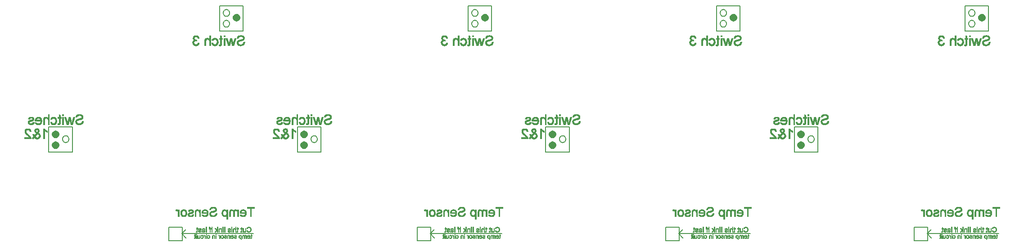
<source format=gbr>
%FSLAX23Y23*%
%MOIN*%
%ADD18C,0.00100*%
%ADD10C,0.00500*%
X000Y000D02*
D02*
D10*
X242Y1180D02*
X417D01*
Y1365*
X242*
Y1180*
X292Y1255D02*
X284Y1253D01*
X276Y1249*
X271Y1242*
X268Y1234*
Y1226*
X271Y1218*
X276Y1211*
X284Y1207*
X292Y1205*
X301Y1207*
X309Y1211*
X314Y1218*
X317Y1226*
Y1234*
X314Y1242*
X309Y1249*
X301Y1253*
X292Y1255*
G36*
X284Y1253*
X276Y1249*
X271Y1242*
X268Y1234*
Y1226*
X271Y1218*
X276Y1211*
X284Y1207*
X292Y1205*
X301Y1207*
X309Y1211*
X314Y1218*
X317Y1226*
Y1234*
X314Y1242*
X309Y1249*
X301Y1253*
X292Y1255*
G37*
Y1335D02*
X284Y1333D01*
X276Y1329*
X271Y1323*
X268Y1314*
Y1306*
X271Y1298*
X276Y1291*
X284Y1287*
X292Y1285*
X301Y1287*
X309Y1291*
X314Y1298*
X317Y1306*
Y1314*
X314Y1322*
X309Y1329*
X301Y1333*
X292Y1335*
G36*
X284Y1333*
X276Y1329*
X271Y1323*
X268Y1314*
Y1306*
X271Y1298*
X276Y1291*
X284Y1287*
X292Y1285*
X301Y1287*
X309Y1291*
X314Y1298*
X317Y1306*
Y1314*
X314Y1322*
X309Y1329*
X301Y1333*
X292Y1335*
G37*
X367Y1300D02*
X359Y1298D01*
X351Y1294*
X346Y1288*
X343Y1279*
Y1271*
X346Y1263*
X351Y1256*
X359Y1252*
X367Y1250*
X376Y1252*
X384Y1256*
X389Y1263*
X392Y1271*
Y1279*
X389Y1287*
X384Y1294*
X376Y1298*
X367Y1300*
X1130Y522D02*
Y623D01*
X1230*
Y522*
X1130*
X1227Y575D02*
X1758D01*
X1228D02*
X1259Y544D01*
X1228Y575D02*
X1259Y606D01*
X1506Y2076D02*
X1681D01*
Y2261*
X1506*
Y2076*
X1558Y2155D02*
X1549Y2153D01*
X1541Y2149*
X1536Y2143*
X1533Y2134*
Y2126*
X1536Y2118*
X1541Y2111*
X1549Y2107*
X1558Y2105*
X1566Y2107*
X1574Y2111*
X1579Y2118*
X1582Y2126*
Y2134*
X1579Y2142*
X1574Y2149*
X1566Y2153*
X1558Y2155*
Y2235D02*
X1549Y2233D01*
X1541Y2229*
X1536Y2223*
X1533Y2214*
Y2206*
X1536Y2198*
X1541Y2191*
X1549Y2187*
X1558Y2185*
X1566Y2187*
X1574Y2191*
X1579Y2197*
X1582Y2206*
Y2214*
X1579Y2222*
X1574Y2229*
X1566Y2233*
X1558Y2235*
X1633Y2200D02*
X1624Y2198D01*
X1616Y2194*
X1611Y2188*
X1608Y2179*
Y2171*
X1611Y2163*
X1616Y2156*
X1624Y2152*
X1633Y2150*
X1641Y2152*
X1649Y2156*
X1654Y2163*
X1657Y2171*
Y2179*
X1654Y2187*
X1649Y2194*
X1641Y2198*
X1633Y2200*
G36*
X1624Y2198*
X1616Y2194*
X1611Y2188*
X1608Y2179*
Y2171*
X1611Y2163*
X1616Y2156*
X1624Y2152*
X1633Y2150*
X1641Y2152*
X1649Y2156*
X1654Y2163*
X1657Y2171*
Y2179*
X1654Y2187*
X1649Y2194*
X1641Y2198*
X1633Y2200*
G37*
X2083Y1180D02*
X2257D01*
Y1365*
X2083*
Y1180*
X2132Y1255D02*
X2124Y1253D01*
X2116Y1249*
X2111Y1242*
X2108Y1234*
Y1226*
X2111Y1218*
X2116Y1211*
X2124Y1207*
X2132Y1205*
X2141Y1207*
X2149Y1211*
X2154Y1218*
X2157Y1226*
Y1234*
X2154Y1242*
X2149Y1249*
X2141Y1253*
X2132Y1255*
G36*
X2124Y1253*
X2116Y1249*
X2111Y1242*
X2108Y1234*
Y1226*
X2111Y1218*
X2116Y1211*
X2124Y1207*
X2132Y1205*
X2141Y1207*
X2149Y1211*
X2154Y1218*
X2157Y1226*
Y1234*
X2154Y1242*
X2149Y1249*
X2141Y1253*
X2132Y1255*
G37*
Y1335D02*
X2124Y1333D01*
X2116Y1329*
X2111Y1323*
X2108Y1314*
Y1306*
X2111Y1298*
X2116Y1291*
X2124Y1287*
X2132Y1285*
X2141Y1287*
X2149Y1291*
X2154Y1298*
X2157Y1306*
Y1314*
X2154Y1322*
X2149Y1329*
X2141Y1333*
X2132Y1335*
G36*
X2124Y1333*
X2116Y1329*
X2111Y1323*
X2108Y1314*
Y1306*
X2111Y1298*
X2116Y1291*
X2124Y1287*
X2132Y1285*
X2141Y1287*
X2149Y1291*
X2154Y1298*
X2157Y1306*
Y1314*
X2154Y1322*
X2149Y1329*
X2141Y1333*
X2132Y1335*
G37*
X2208Y1300D02*
X2199Y1298D01*
X2191Y1294*
X2186Y1288*
X2183Y1279*
Y1271*
X2186Y1263*
X2191Y1256*
X2199Y1252*
X2208Y1250*
X2216Y1252*
X2224Y1256*
X2229Y1263*
X2232Y1271*
Y1279*
X2229Y1287*
X2224Y1294*
X2216Y1298*
X2208Y1300*
X2970Y522D02*
Y623D01*
X3070*
Y522*
X2970*
X3067Y575D02*
X3598D01*
X3067D02*
X3099Y544D01*
X3067Y575D02*
X3099Y606D01*
X3346Y2076D02*
X3521D01*
Y2261*
X3346*
Y2076*
X3398Y2155D02*
X3389Y2153D01*
X3381Y2149*
X3376Y2143*
X3373Y2134*
Y2126*
X3376Y2118*
X3381Y2111*
X3389Y2107*
X3398Y2105*
X3406Y2107*
X3414Y2111*
X3419Y2118*
X3422Y2126*
Y2134*
X3419Y2142*
X3414Y2149*
X3406Y2153*
X3398Y2155*
Y2235D02*
X3389Y2233D01*
X3381Y2229*
X3376Y2223*
X3373Y2214*
Y2206*
X3376Y2198*
X3381Y2191*
X3389Y2187*
X3398Y2185*
X3406Y2187*
X3414Y2191*
X3419Y2197*
X3422Y2206*
Y2214*
X3419Y2222*
X3414Y2229*
X3406Y2233*
X3398Y2235*
X3473Y2200D02*
X3464Y2198D01*
X3456Y2194*
X3451Y2188*
X3448Y2179*
Y2171*
X3451Y2163*
X3456Y2156*
X3464Y2152*
X3473Y2150*
X3481Y2152*
X3489Y2156*
X3494Y2163*
X3497Y2171*
Y2179*
X3494Y2187*
X3489Y2194*
X3481Y2198*
X3473Y2200*
G36*
X3464Y2198*
X3456Y2194*
X3451Y2188*
X3448Y2179*
Y2171*
X3451Y2163*
X3456Y2156*
X3464Y2152*
X3473Y2150*
X3481Y2152*
X3489Y2156*
X3494Y2163*
X3497Y2171*
Y2179*
X3494Y2187*
X3489Y2194*
X3481Y2198*
X3473Y2200*
G37*
X3922Y1180D02*
X4098D01*
Y1365*
X3922*
Y1180*
X3973Y1255D02*
X3964Y1253D01*
X3956Y1249*
X3951Y1242*
X3948Y1234*
Y1226*
X3951Y1218*
X3956Y1211*
X3964Y1207*
X3973Y1205*
X3981Y1207*
X3989Y1211*
X3994Y1218*
X3997Y1226*
Y1234*
X3994Y1242*
X3989Y1249*
X3981Y1253*
X3973Y1255*
G36*
X3964Y1253*
X3956Y1249*
X3951Y1242*
X3948Y1234*
Y1226*
X3951Y1218*
X3956Y1211*
X3964Y1207*
X3973Y1205*
X3981Y1207*
X3989Y1211*
X3994Y1218*
X3997Y1226*
Y1234*
X3994Y1242*
X3989Y1249*
X3981Y1253*
X3973Y1255*
G37*
Y1335D02*
X3964Y1333D01*
X3956Y1329*
X3951Y1323*
X3948Y1314*
Y1306*
X3951Y1298*
X3956Y1291*
X3964Y1287*
X3973Y1285*
X3981Y1287*
X3989Y1291*
X3994Y1298*
X3997Y1306*
Y1314*
X3994Y1322*
X3989Y1329*
X3981Y1333*
X3973Y1335*
G36*
X3964Y1333*
X3956Y1329*
X3951Y1323*
X3948Y1314*
Y1306*
X3951Y1298*
X3956Y1291*
X3964Y1287*
X3973Y1285*
X3981Y1287*
X3989Y1291*
X3994Y1298*
X3997Y1306*
Y1314*
X3994Y1322*
X3989Y1329*
X3981Y1333*
X3973Y1335*
G37*
X4048Y1300D02*
X4039Y1298D01*
X4031Y1294*
X4026Y1288*
X4023Y1279*
Y1271*
X4026Y1263*
X4031Y1256*
X4039Y1252*
X4048Y1250*
X4056Y1252*
X4064Y1256*
X4069Y1263*
X4072Y1271*
Y1279*
X4069Y1287*
X4064Y1294*
X4056Y1298*
X4048Y1300*
X4810Y522D02*
Y623D01*
X4910*
Y522*
X4810*
X4907Y575D02*
X5438D01*
X4907D02*
X4939Y544D01*
X4907Y575D02*
X4939Y606D01*
X5186Y2076D02*
X5361D01*
Y2261*
X5186*
Y2076*
X5237Y2155D02*
X5229Y2153D01*
X5221Y2149*
X5216Y2143*
X5213Y2134*
Y2126*
X5216Y2118*
X5221Y2111*
X5229Y2107*
X5237Y2105*
X5246Y2107*
X5254Y2111*
X5259Y2118*
X5262Y2126*
Y2134*
X5259Y2142*
X5254Y2149*
X5246Y2153*
X5237Y2155*
Y2235D02*
X5229Y2233D01*
X5221Y2229*
X5216Y2223*
X5213Y2214*
Y2206*
X5216Y2198*
X5221Y2191*
X5229Y2187*
X5237Y2185*
X5246Y2187*
X5254Y2191*
X5259Y2197*
X5262Y2206*
Y2214*
X5259Y2222*
X5254Y2229*
X5246Y2233*
X5237Y2235*
X5313Y2200D02*
X5304Y2198D01*
X5296Y2194*
X5291Y2188*
X5288Y2179*
Y2171*
X5291Y2163*
X5296Y2156*
X5304Y2152*
X5313Y2150*
X5321Y2152*
X5329Y2156*
X5334Y2163*
X5337Y2171*
Y2179*
X5334Y2187*
X5329Y2194*
X5321Y2198*
X5313Y2200*
G36*
X5304Y2198*
X5296Y2194*
X5291Y2188*
X5288Y2179*
Y2171*
X5291Y2163*
X5296Y2156*
X5304Y2152*
X5313Y2150*
X5321Y2152*
X5329Y2156*
X5334Y2163*
X5337Y2171*
Y2179*
X5334Y2187*
X5329Y2194*
X5321Y2198*
X5313Y2200*
G37*
X5763Y1180D02*
X5938D01*
Y1365*
X5763*
Y1180*
X5813Y1255D02*
X5804Y1253D01*
X5796Y1249*
X5791Y1242*
X5788Y1234*
Y1226*
X5791Y1218*
X5796Y1211*
X5804Y1207*
X5813Y1205*
X5821Y1207*
X5829Y1211*
X5834Y1218*
X5837Y1226*
Y1234*
X5834Y1242*
X5829Y1249*
X5821Y1253*
X5813Y1255*
G36*
X5804Y1253*
X5796Y1249*
X5791Y1242*
X5788Y1234*
Y1226*
X5791Y1218*
X5796Y1211*
X5804Y1207*
X5813Y1205*
X5821Y1207*
X5829Y1211*
X5834Y1218*
X5837Y1226*
Y1234*
X5834Y1242*
X5829Y1249*
X5821Y1253*
X5813Y1255*
G37*
Y1335D02*
X5804Y1333D01*
X5796Y1329*
X5791Y1323*
X5788Y1314*
Y1306*
X5791Y1298*
X5796Y1291*
X5804Y1287*
X5813Y1285*
X5821Y1287*
X5829Y1291*
X5834Y1298*
X5837Y1306*
Y1314*
X5834Y1322*
X5829Y1329*
X5821Y1333*
X5813Y1335*
G36*
X5804Y1333*
X5796Y1329*
X5791Y1323*
X5788Y1314*
Y1306*
X5791Y1298*
X5796Y1291*
X5804Y1287*
X5813Y1285*
X5821Y1287*
X5829Y1291*
X5834Y1298*
X5837Y1306*
Y1314*
X5834Y1322*
X5829Y1329*
X5821Y1333*
X5813Y1335*
G37*
X5888Y1300D02*
X5879Y1298D01*
X5871Y1294*
X5866Y1288*
X5863Y1279*
Y1271*
X5866Y1263*
X5871Y1256*
X5879Y1252*
X5888Y1250*
X5896Y1252*
X5904Y1256*
X5909Y1263*
X5912Y1271*
Y1279*
X5909Y1287*
X5904Y1294*
X5896Y1298*
X5888Y1300*
X6650Y522D02*
Y623D01*
X6750*
Y522*
X6650*
X6747Y575D02*
X7277D01*
X6747D02*
X6779Y544D01*
X6747Y575D02*
X6779Y606D01*
X7026Y2076D02*
X7201D01*
Y2261*
X7026*
Y2076*
X7077Y2155D02*
X7069Y2153D01*
X7061Y2149*
X7056Y2143*
X7053Y2134*
Y2126*
X7056Y2118*
X7061Y2111*
X7069Y2107*
X7077Y2105*
X7086Y2107*
X7094Y2111*
X7099Y2118*
X7102Y2126*
Y2134*
X7099Y2142*
X7094Y2149*
X7086Y2153*
X7077Y2155*
Y2235D02*
X7069Y2233D01*
X7061Y2229*
X7056Y2223*
X7053Y2214*
Y2206*
X7056Y2198*
X7061Y2191*
X7069Y2187*
X7077Y2185*
X7086Y2187*
X7094Y2191*
X7099Y2197*
X7102Y2206*
Y2214*
X7099Y2222*
X7094Y2229*
X7086Y2233*
X7077Y2235*
X7152Y2200D02*
X7144Y2198D01*
X7136Y2194*
X7131Y2188*
X7128Y2179*
Y2171*
X7131Y2163*
X7136Y2156*
X7144Y2152*
X7152Y2150*
X7161Y2152*
X7169Y2156*
X7174Y2163*
X7177Y2171*
Y2179*
X7174Y2187*
X7169Y2194*
X7161Y2198*
X7152Y2200*
G36*
X7144Y2198*
X7136Y2194*
X7131Y2188*
X7128Y2179*
Y2171*
X7131Y2163*
X7136Y2156*
X7144Y2152*
X7152Y2150*
X7161Y2152*
X7169Y2156*
X7174Y2163*
X7177Y2171*
Y2179*
X7174Y2187*
X7169Y2194*
X7161Y2198*
X7152Y2200*
G37*
D02*
D18*
X202Y1279D02*
X212D01*
Y1338*
X221Y1331*
X231Y1326*
Y1335*
X217Y1344*
X212Y1349*
X208Y1354*
X202*
Y1279*
X134Y1288D02*
X139Y1283D01*
X144Y1280*
X150Y1277*
X156*
X167Y1280*
X174Y1286*
X179Y1292*
X180Y1300*
X179Y1306*
X175Y1312*
X170Y1318*
X162Y1322*
X166Y1327*
X169Y1332*
X170Y1339*
X169Y1345*
X166Y1351*
X160Y1354*
X153Y1355*
X146Y1354*
X140Y1351*
X136Y1345*
X135Y1339*
X136Y1334*
X139Y1328*
X143Y1325*
X149Y1320*
X135Y1303*
X131Y1314*
X122Y1312*
X124Y1303*
X129Y1296*
X123Y1289*
X117Y1285*
X124Y1277*
X129Y1282*
X134Y1288*
X154Y1326D02*
X149Y1329D01*
X146Y1332*
X144Y1338*
Y1341*
X147Y1344*
X153Y1346*
X159Y1344*
X160Y1341*
X161Y1338*
X160Y1334*
X157Y1331*
X154Y1326*
X141Y1295D02*
X157Y1315D01*
X163Y1312*
X168Y1308*
X169Y1305*
X170Y1301*
X169Y1296*
X167Y1292*
X162Y1288*
X156Y1287*
X152*
X148Y1289*
X141Y1295*
X062Y1288D02*
Y1279D01*
X111*
X110Y1285*
X104Y1295*
X100Y1300*
X092Y1306*
X083Y1315*
X076Y1322*
X074Y1327*
X072Y1333*
X074Y1338*
X076Y1341*
X081Y1344*
X087Y1345*
X092Y1344*
X097Y1341*
X100Y1336*
X101Y1332*
X110Y1333*
X108Y1342*
X103Y1348*
X096Y1353*
X087Y1354*
X076Y1353*
X069Y1348*
X064Y1341*
X063Y1333*
X064Y1324*
X067Y1320*
X070Y1315*
X076Y1309*
X084Y1302*
X090Y1296*
X095Y1293*
X098Y1288*
X062*
X124Y1277D02*
X124D01*
X150D02*
X156D01*
X123Y1278D02*
X125D01*
X148D02*
X161D01*
X062Y1279D02*
X111D01*
X122D02*
X126D01*
X146D02*
X165D01*
X202D02*
X212D01*
X062Y1280D02*
X111D01*
X122D02*
X127D01*
X144D02*
X168D01*
X202D02*
X212D01*
X062Y1281D02*
X111D01*
X121D02*
X128D01*
X142D02*
X169D01*
X202D02*
X212D01*
X062Y1282D02*
X111D01*
X120D02*
X129D01*
X141D02*
X170D01*
X202D02*
X212D01*
X062Y1283D02*
X111D01*
X119D02*
X130D01*
X139D02*
X171D01*
X202D02*
X212D01*
X062Y1284D02*
X110D01*
X118D02*
X131D01*
X138D02*
X172D01*
X202D02*
X212D01*
X062Y1285D02*
X110D01*
X118D02*
X131D01*
X137D02*
X173D01*
X202D02*
X212D01*
X062Y1286D02*
X109D01*
X119D02*
X132D01*
X136D02*
X174D01*
X202D02*
X212D01*
X062Y1287D02*
X109D01*
X120D02*
X133D01*
X135D02*
X175D01*
X202D02*
X212D01*
X062Y1288D02*
X108D01*
X121D02*
X134D01*
X134D02*
X150D01*
X161D02*
X176D01*
X202D02*
X212D01*
X098Y1289D02*
X108D01*
X123D02*
X149D01*
X163D02*
X176D01*
X202D02*
X212D01*
X097Y1290D02*
X107D01*
X124D02*
X148D01*
X164D02*
X177D01*
X202D02*
X212D01*
X097Y1291D02*
X107D01*
X124D02*
X146D01*
X166D02*
X178D01*
X202D02*
X212D01*
X096Y1292D02*
X106D01*
X125D02*
X145D01*
X167D02*
X179D01*
X202D02*
X212D01*
X095Y1292D02*
X106D01*
X126D02*
X144D01*
X167D02*
X179D01*
X202D02*
X212D01*
X094Y1293D02*
X105D01*
X127D02*
X143D01*
X168D02*
X179D01*
X202D02*
X212D01*
X093Y1294D02*
X105D01*
X127D02*
X142D01*
X168D02*
X179D01*
X202D02*
X212D01*
X092Y1295D02*
X104D01*
X128D02*
X141D01*
X169D02*
X179D01*
X202D02*
X212D01*
X090Y1296D02*
X103D01*
X129D02*
X142D01*
X169D02*
X179D01*
X202D02*
X212D01*
X089Y1297D02*
X102D01*
X129D02*
X143D01*
X169D02*
X180D01*
X202D02*
X212D01*
X088Y1298D02*
X101D01*
X128D02*
X143D01*
X170D02*
X180D01*
X202D02*
X212D01*
X087Y1299D02*
X100D01*
X127D02*
X144D01*
X170D02*
X180D01*
X202D02*
X212D01*
X086Y1300D02*
X099D01*
X127D02*
X145D01*
X170D02*
X180D01*
X202D02*
X212D01*
X086Y1301D02*
X098D01*
X126D02*
X146D01*
X170D02*
X180D01*
X202D02*
X212D01*
X085Y1302D02*
X097D01*
X125D02*
X146D01*
X170D02*
X180D01*
X202D02*
X212D01*
X084Y1303D02*
X096D01*
X125D02*
X147D01*
X170D02*
X179D01*
X202D02*
X212D01*
X083Y1304D02*
X095D01*
X124D02*
X135D01*
X135D02*
X148D01*
X170D02*
X179D01*
X202D02*
X212D01*
X081Y1305D02*
X094D01*
X124D02*
X135D01*
X136D02*
X149D01*
X169D02*
X179D01*
X202D02*
X212D01*
X080Y1306D02*
X093D01*
X124D02*
X134D01*
X137D02*
X150D01*
X169D02*
X179D01*
X202D02*
X212D01*
X079Y1307D02*
X092D01*
X124D02*
X134D01*
X138D02*
X150D01*
X169D02*
X178D01*
X202D02*
X212D01*
X078Y1307D02*
X091D01*
X123D02*
X134D01*
X138D02*
X151D01*
X168D02*
X178D01*
X202D02*
X212D01*
X077Y1308D02*
X090D01*
X123D02*
X133D01*
X139D02*
X152D01*
X168D02*
X177D01*
X202D02*
X212D01*
X076Y1309D02*
X089D01*
X123D02*
X133D01*
X140D02*
X153D01*
X166D02*
X177D01*
X202D02*
X212D01*
X075Y1310D02*
X088D01*
X122D02*
X133D01*
X141D02*
X153D01*
X165D02*
X176D01*
X202D02*
X212D01*
X074Y1311D02*
X087D01*
X122D02*
X132D01*
X142D02*
X154D01*
X164D02*
X175D01*
X202D02*
X212D01*
X073Y1312D02*
X086D01*
X124D02*
X132D01*
X143D02*
X155D01*
X163D02*
X175D01*
X202D02*
X212D01*
X072Y1313D02*
X085D01*
X128D02*
X132D01*
X143D02*
X156D01*
X161D02*
X174D01*
X202D02*
X212D01*
X071Y1314D02*
X084D01*
X131D02*
X131D01*
X144D02*
X156D01*
X159D02*
X173D01*
X202D02*
X212D01*
X070Y1315D02*
X083D01*
X145D02*
X157D01*
X158D02*
X173D01*
X202D02*
X212D01*
X070Y1316D02*
X082D01*
X146D02*
X172D01*
X202D02*
X212D01*
X069Y1317D02*
X081D01*
X147D02*
X171D01*
X202D02*
X212D01*
X068Y1318D02*
X081D01*
X147D02*
X170D01*
X202D02*
X212D01*
X067Y1319D02*
X080D01*
X148D02*
X168D01*
X202D02*
X212D01*
X067Y1320D02*
X079D01*
X149D02*
X167D01*
X202D02*
X212D01*
X066Y1321D02*
X078D01*
X148D02*
X165D01*
X202D02*
X212D01*
X065Y1322D02*
X077D01*
X147D02*
X164D01*
X202D02*
X212D01*
X065Y1322D02*
X076D01*
X146D02*
X162D01*
X202D02*
X212D01*
X064Y1323D02*
X075D01*
X145D02*
X163D01*
X202D02*
X212D01*
X064Y1324D02*
X075D01*
X144D02*
X164D01*
X202D02*
X212D01*
X064Y1325D02*
X074D01*
X142D02*
X164D01*
X202D02*
X212D01*
X064Y1326D02*
X074D01*
X141D02*
X153D01*
X154D02*
X165D01*
X202D02*
X212D01*
X230D02*
X231D01*
X064Y1327D02*
X074D01*
X140D02*
X152D01*
X155D02*
X166D01*
X202D02*
X212D01*
X228D02*
X231D01*
X064Y1328D02*
X073D01*
X139D02*
X151D01*
X156D02*
X167D01*
X202D02*
X212D01*
X226D02*
X231D01*
X063Y1329D02*
X073D01*
X138D02*
X150D01*
X156D02*
X167D01*
X202D02*
X212D01*
X224D02*
X231D01*
X063Y1330D02*
X073D01*
X138D02*
X148D01*
X157D02*
X168D01*
X202D02*
X212D01*
X223D02*
X231D01*
X063Y1331D02*
X073D01*
X137D02*
X147D01*
X158D02*
X169D01*
X202D02*
X212D01*
X221D02*
X231D01*
X063Y1332D02*
X073D01*
X101D02*
X101D01*
X137D02*
X146D01*
X158D02*
X169D01*
X202D02*
X212D01*
X220D02*
X231D01*
X063Y1333D02*
X072D01*
X101D02*
X109D01*
X137D02*
X145D01*
X159D02*
X169D01*
X202D02*
X212D01*
X218D02*
X231D01*
X063Y1334D02*
X073D01*
X100D02*
X110D01*
X136D02*
X145D01*
X160D02*
X170D01*
X202D02*
X212D01*
X217D02*
X231D01*
X063Y1335D02*
X073D01*
X100D02*
X110D01*
X136D02*
X145D01*
X160D02*
X170D01*
X202D02*
X212D01*
X216D02*
X231D01*
X063Y1336D02*
X073D01*
X100D02*
X110D01*
X136D02*
X145D01*
X160D02*
X170D01*
X202D02*
X212D01*
X215D02*
X230D01*
X063Y1337D02*
X073D01*
X100D02*
X109D01*
X136D02*
X145D01*
X161D02*
X170D01*
X202D02*
X212D01*
X213D02*
X229D01*
X064Y1337D02*
X074D01*
X099D02*
X109D01*
X135D02*
X145D01*
X161D02*
X170D01*
X202D02*
X212D01*
X212D02*
X227D01*
X064Y1338D02*
X074D01*
X099D02*
X109D01*
X135D02*
X144D01*
X161D02*
X170D01*
X202D02*
X225D01*
X064Y1339D02*
X075D01*
X098D02*
X109D01*
X135D02*
X144D01*
X160D02*
X170D01*
X202D02*
X224D01*
X064Y1340D02*
X075D01*
X098D02*
X108D01*
X135D02*
X144D01*
X160D02*
X170D01*
X202D02*
X222D01*
X064Y1341D02*
X076D01*
X097D02*
X108D01*
X135D02*
X144D01*
X160D02*
X170D01*
X202D02*
X221D01*
X065Y1342D02*
X078D01*
X095D02*
X108D01*
X136D02*
X145D01*
X159D02*
X170D01*
X202D02*
X219D01*
X065Y1343D02*
X080D01*
X094D02*
X107D01*
X136D02*
X146D01*
X159D02*
X170D01*
X202D02*
X217D01*
X066Y1344D02*
X083D01*
X090D02*
X107D01*
X136D02*
X148D01*
X158D02*
X169D01*
X202D02*
X216D01*
X067Y1345D02*
X106D01*
X136D02*
X150D01*
X155D02*
X169D01*
X202D02*
X215D01*
X067Y1346D02*
X105D01*
X137D02*
X153D01*
X153D02*
X169D01*
X202D02*
X215D01*
X068Y1347D02*
X104D01*
X137D02*
X168D01*
X202D02*
X214D01*
X069Y1348D02*
X104D01*
X138D02*
X167D01*
X202D02*
X213D01*
X069Y1349D02*
X103D01*
X139D02*
X167D01*
X202D02*
X212D01*
X071Y1350D02*
X101D01*
X139D02*
X166D01*
X202D02*
X212D01*
X072Y1351D02*
X100D01*
X140D02*
X166D01*
X202D02*
X211D01*
X074Y1352D02*
X098D01*
X141D02*
X164D01*
X202D02*
X210D01*
X075Y1352D02*
X097D01*
X143D02*
X163D01*
X202D02*
X210D01*
X079Y1353D02*
X093D01*
X144D02*
X161D01*
X202D02*
X209D01*
X146Y1354D02*
X159D01*
X152Y1355D02*
X154D01*
X498Y1410D02*
X488D01*
X485Y1400*
X482Y1397*
X478Y1394*
X473Y1392*
X467*
X456Y1393*
X451Y1398*
X448Y1405*
X449Y1411*
X452Y1413*
X456Y1414*
X461Y1417*
X469Y1418*
X479Y1420*
X485Y1423*
X490Y1426*
X493Y1430*
X494Y1434*
X495Y1439*
X494Y1445*
X492Y1450*
X488Y1454*
X482Y1458*
X475Y1459*
X468Y1460*
X460Y1459*
X454Y1458*
X448Y1454*
X443Y1450*
X441Y1444*
X440Y1438*
X449*
X451Y1444*
X455Y1447*
X460Y1450*
X468Y1451*
X477Y1450*
X481Y1447*
X485Y1444*
X486Y1440*
X485Y1436*
X482Y1433*
X481Y1432*
X478Y1431*
X467Y1429*
X458Y1425*
X451Y1424*
X446Y1420*
X441Y1416*
X440Y1411*
X439Y1405*
X440Y1399*
X442Y1393*
X446Y1388*
X452Y1385*
X459Y1384*
X466Y1382*
X475Y1384*
X482Y1386*
X490Y1390*
X494Y1395*
X497Y1401*
X498Y1410*
X416Y1384D02*
X433Y1439D01*
X423*
X414Y1407*
X412Y1395*
X410Y1397*
Y1398*
X409Y1401*
Y1406*
X401Y1439*
X390*
X382Y1406*
X380Y1397*
X377Y1407*
X368Y1439*
X357*
X375Y1384*
X387*
X394Y1417*
X395Y1426*
X404Y1384*
X416*
X351Y1450D02*
Y1459D01*
X342*
Y1450*
X351*
Y1384D02*
Y1439D01*
X342*
Y1384*
X351*
X308Y1392D02*
X306Y1384D01*
X314Y1382*
X318*
X322Y1384*
X325Y1388*
X327Y1392*
Y1399*
Y1430*
X334*
Y1439*
X327*
Y1452*
X317Y1458*
Y1439*
X308*
Y1430*
X317*
Y1399*
Y1395*
Y1394*
X315Y1392*
X311*
X308*
X263Y1404D02*
X253Y1403D01*
X256Y1394*
X260Y1387*
X267Y1384*
X276Y1382*
X286Y1384*
X293Y1390*
X299Y1399*
X301Y1411*
X299Y1419*
X298Y1427*
X293Y1432*
X289Y1437*
X283Y1439*
X276Y1440*
X267Y1439*
X262Y1436*
X257Y1430*
X254Y1423*
X264Y1421*
X269Y1429*
X276Y1431*
X282Y1430*
X286Y1426*
X290Y1420*
X291Y1411*
X290Y1403*
X286Y1397*
X282Y1393*
X276Y1392*
X271Y1393*
X267Y1394*
X264Y1398*
X263Y1404*
X245Y1384D02*
Y1459D01*
X236*
Y1431*
X228Y1438*
X219Y1440*
X213Y1439*
X208Y1438*
X205Y1434*
X203Y1431*
X200Y1426*
Y1419*
Y1384*
X210*
Y1418*
X211Y1424*
X213Y1427*
X217Y1430*
X221Y1431*
X228Y1429*
X234Y1423*
X236Y1419*
Y1413*
Y1384*
X245*
X148Y1400D02*
X139Y1399D01*
X142Y1392*
X148Y1387*
X155Y1384*
X164Y1382*
X175Y1384*
X184Y1390*
X188Y1399*
X191Y1411*
X188Y1424*
X184Y1432*
X175Y1438*
X165Y1440*
X154Y1438*
X146Y1432*
X140Y1424*
X139Y1411*
Y1408*
X181*
X180Y1401*
X175Y1397*
X171Y1393*
X164Y1392*
X154Y1394*
X151Y1397*
X148Y1400*
X181Y1418D02*
X148D01*
X149Y1423*
X152Y1426*
X158Y1430*
X165Y1431*
X171Y1430*
X177Y1427*
X180Y1423*
X181Y1418*
X133Y1400D02*
X123Y1401D01*
X122Y1397*
X119Y1394*
X115Y1392*
X109*
X103*
X100Y1394*
X097Y1397*
X096Y1399*
X097Y1401*
X100Y1404*
X103Y1405*
X109Y1406*
X117Y1408*
X123Y1411*
X129Y1417*
X132Y1424*
X130Y1431*
X126Y1437*
X120Y1439*
X112Y1440*
X100Y1438*
X095Y1436*
X093Y1433*
X089Y1425*
X099Y1424*
X102Y1429*
X106Y1431*
X110*
X116*
X120Y1429*
X121Y1427*
X122Y1425*
X121Y1423*
X117Y1420*
X115Y1419*
X109Y1418*
X101Y1416*
X095Y1413*
X089Y1408*
X087Y1405*
Y1400*
X088Y1395*
X089Y1391*
X093Y1387*
X097Y1385*
X109Y1382*
X119Y1384*
X126Y1387*
X130Y1392*
X133Y1400*
X109Y1382D02*
X110D01*
X163D02*
X164D01*
X275D02*
X276D01*
X313D02*
X318D01*
X466D02*
X466D01*
X104Y1383D02*
X117D01*
X157D02*
X173D01*
X269D02*
X285D01*
X308D02*
X321D01*
X460D02*
X474D01*
X100Y1384D02*
X120D01*
X154D02*
X176D01*
X200D02*
X210D01*
X236D02*
X245D01*
X266D02*
X287D01*
X307D02*
X322D01*
X342D02*
X351D01*
X375D02*
X387D01*
X404D02*
X416D01*
X454D02*
X478D01*
X096Y1385D02*
X122D01*
X152D02*
X178D01*
X200D02*
X210D01*
X236D02*
X245D01*
X264D02*
X288D01*
X307D02*
X323D01*
X342D02*
X351D01*
X374D02*
X387D01*
X404D02*
X417D01*
X451D02*
X480D01*
X095Y1386D02*
X124D01*
X150D02*
X179D01*
X200D02*
X210D01*
X236D02*
X245D01*
X262D02*
X289D01*
X307D02*
X324D01*
X342D02*
X351D01*
X374D02*
X387D01*
X404D02*
X417D01*
X449D02*
X483D01*
X093Y1387D02*
X126D01*
X148D02*
X180D01*
X200D02*
X210D01*
X236D02*
X245D01*
X260D02*
X291D01*
X307D02*
X324D01*
X342D02*
X351D01*
X374D02*
X388D01*
X404D02*
X417D01*
X448D02*
X485D01*
X092Y1388D02*
X127D01*
X147D02*
X182D01*
X200D02*
X210D01*
X236D02*
X245D01*
X260D02*
X292D01*
X307D02*
X325D01*
X342D02*
X351D01*
X374D02*
X388D01*
X403D02*
X418D01*
X446D02*
X487D01*
X091Y1389D02*
X128D01*
X146D02*
X183D01*
X200D02*
X210D01*
X236D02*
X245D01*
X259D02*
X293D01*
X307D02*
X326D01*
X342D02*
X351D01*
X373D02*
X388D01*
X403D02*
X418D01*
X445D02*
X489D01*
X090Y1390D02*
X129D01*
X145D02*
X184D01*
X200D02*
X210D01*
X236D02*
X245D01*
X258D02*
X294D01*
X307D02*
X326D01*
X342D02*
X351D01*
X373D02*
X388D01*
X403D02*
X418D01*
X445D02*
X490D01*
X089Y1391D02*
X129D01*
X143D02*
X184D01*
X200D02*
X210D01*
X236D02*
X245D01*
X258D02*
X294D01*
X307D02*
X326D01*
X342D02*
X351D01*
X373D02*
X388D01*
X403D02*
X418D01*
X444D02*
X491D01*
X089Y1392D02*
X130D01*
X142D02*
X185D01*
X200D02*
X210D01*
X236D02*
X245D01*
X257D02*
X295D01*
X308D02*
X327D01*
X342D02*
X351D01*
X372D02*
X389D01*
X403D02*
X419D01*
X443D02*
X491D01*
X089Y1393D02*
X102D01*
X116D02*
X131D01*
X142D02*
X160D01*
X169D02*
X185D01*
X200D02*
X210D01*
X236D02*
X245D01*
X257D02*
X272D01*
X280D02*
X295D01*
X316D02*
X327D01*
X342D02*
X351D01*
X372D02*
X389D01*
X402D02*
X419D01*
X442D02*
X459D01*
X475D02*
X492D01*
X088Y1394D02*
X101D01*
X118D02*
X131D01*
X141D02*
X156D01*
X171D02*
X186D01*
X200D02*
X210D01*
X236D02*
X245D01*
X256D02*
X269D01*
X283D02*
X296D01*
X317D02*
X327D01*
X342D02*
X351D01*
X372D02*
X389D01*
X402D02*
X419D01*
X442D02*
X456D01*
X477D02*
X493D01*
X088Y1395D02*
X099D01*
X119D02*
X131D01*
X141D02*
X153D01*
X173D02*
X186D01*
X200D02*
X210D01*
X236D02*
X245D01*
X256D02*
X267D01*
X284D02*
X297D01*
X317D02*
X327D01*
X342D02*
X351D01*
X371D02*
X389D01*
X402D02*
X420D01*
X442D02*
X454D01*
X479D02*
X494D01*
X088Y1396D02*
X098D01*
X121D02*
X132D01*
X140D02*
X152D01*
X174D02*
X187D01*
X200D02*
X210D01*
X236D02*
X245D01*
X255D02*
X266D01*
X285D02*
X297D01*
X317D02*
X327D01*
X342D02*
X351D01*
X371D02*
X389D01*
X402D02*
X411D01*
X412D02*
X420D01*
X441D02*
X453D01*
X480D02*
X494D01*
X088Y1397D02*
X097D01*
X122D02*
X132D01*
X140D02*
X151D01*
X175D02*
X187D01*
X200D02*
X210D01*
X236D02*
X245D01*
X255D02*
X265D01*
X286D02*
X298D01*
X317D02*
X327D01*
X342D02*
X351D01*
X371D02*
X390D01*
X402D02*
X410D01*
X412D02*
X420D01*
X441D02*
X452D01*
X482D02*
X495D01*
X087Y1397D02*
X097D01*
X122D02*
X132D01*
X139D02*
X150D01*
X176D02*
X188D01*
X200D02*
X210D01*
X236D02*
X245D01*
X255D02*
X264D01*
X287D02*
X298D01*
X317D02*
X327D01*
X342D02*
X351D01*
X371D02*
X379D01*
X380D02*
X390D01*
X401D02*
X410D01*
X412D02*
X420D01*
X441D02*
X451D01*
X483D02*
X495D01*
X087Y1398D02*
X096D01*
X123D02*
X132D01*
X139D02*
X149D01*
X177D02*
X188D01*
X200D02*
X210D01*
X236D02*
X245D01*
X254D02*
X264D01*
X287D02*
X299D01*
X317D02*
X327D01*
X342D02*
X351D01*
X370D02*
X379D01*
X380D02*
X390D01*
X401D02*
X410D01*
X412D02*
X421D01*
X440D02*
X450D01*
X484D02*
X495D01*
X087Y1399D02*
X096D01*
X123D02*
X133D01*
X142D02*
X149D01*
X178D02*
X188D01*
X200D02*
X210D01*
X236D02*
X245D01*
X254D02*
X264D01*
X288D02*
X299D01*
X317D02*
X327D01*
X342D02*
X351D01*
X370D02*
X379D01*
X380D02*
X390D01*
X401D02*
X410D01*
X412D02*
X421D01*
X440D02*
X450D01*
X484D02*
X496D01*
X087Y1400D02*
X097D01*
X123D02*
X132D01*
X179D02*
X189D01*
X200D02*
X210D01*
X236D02*
X245D01*
X254D02*
X263D01*
X289D02*
X299D01*
X317D02*
X327D01*
X342D02*
X351D01*
X370D02*
X379D01*
X381D02*
X390D01*
X401D02*
X410D01*
X413D02*
X421D01*
X440D02*
X450D01*
X485D02*
X496D01*
X087Y1401D02*
X097D01*
X123D02*
X124D01*
X180D02*
X189D01*
X200D02*
X210D01*
X236D02*
X245D01*
X254D02*
X263D01*
X289D02*
X300D01*
X317D02*
X327D01*
X342D02*
X351D01*
X369D02*
X379D01*
X381D02*
X391D01*
X401D02*
X409D01*
X413D02*
X422D01*
X439D02*
X449D01*
X485D02*
X497D01*
X087Y1402D02*
X098D01*
X180D02*
X189D01*
X200D02*
X210D01*
X236D02*
X245D01*
X253D02*
X263D01*
X290D02*
X300D01*
X317D02*
X327D01*
X342D02*
X351D01*
X369D02*
X378D01*
X381D02*
X391D01*
X400D02*
X409D01*
X413D02*
X422D01*
X439D02*
X449D01*
X486D02*
X497D01*
X087Y1403D02*
X099D01*
X180D02*
X189D01*
X200D02*
X210D01*
X236D02*
X245D01*
X258D02*
X263D01*
X290D02*
X300D01*
X317D02*
X327D01*
X342D02*
X351D01*
X369D02*
X378D01*
X381D02*
X391D01*
X400D02*
X409D01*
X413D02*
X422D01*
X439D02*
X449D01*
X486D02*
X497D01*
X087Y1404D02*
X101D01*
X181D02*
X189D01*
X200D02*
X210D01*
X236D02*
X245D01*
X290D02*
X300D01*
X317D02*
X327D01*
X342D02*
X351D01*
X368D02*
X378D01*
X382D02*
X391D01*
X400D02*
X409D01*
X413D02*
X422D01*
X439D02*
X448D01*
X486D02*
X497D01*
X087Y1405D02*
X104D01*
X181D02*
X190D01*
X200D02*
X210D01*
X236D02*
X245D01*
X290D02*
X300D01*
X317D02*
X327D01*
X342D02*
X351D01*
X368D02*
X378D01*
X382D02*
X391D01*
X400D02*
X409D01*
X413D02*
X423D01*
X439D02*
X448D01*
X487D02*
X497D01*
X087Y1406D02*
X108D01*
X181D02*
X190D01*
X200D02*
X210D01*
X236D02*
X245D01*
X290D02*
X300D01*
X317D02*
X327D01*
X342D02*
X351D01*
X368D02*
X378D01*
X382D02*
X392D01*
X400D02*
X409D01*
X414D02*
X423D01*
X439D02*
X448D01*
X487D02*
X497D01*
X088Y1407D02*
X112D01*
X181D02*
X190D01*
X200D02*
X210D01*
X236D02*
X245D01*
X291D02*
X300D01*
X317D02*
X327D01*
X342D02*
X351D01*
X368D02*
X377D01*
X382D02*
X392D01*
X399D02*
X409D01*
X414D02*
X423D01*
X439D02*
X449D01*
X487D02*
X497D01*
X089Y1408D02*
X115D01*
X181D02*
X190D01*
X200D02*
X210D01*
X236D02*
X245D01*
X291D02*
X300D01*
X317D02*
X327D01*
X342D02*
X351D01*
X367D02*
X377D01*
X382D02*
X392D01*
X399D02*
X409D01*
X414D02*
X423D01*
X439D02*
X449D01*
X488D02*
X498D01*
X089Y1409D02*
X118D01*
X139D02*
X190D01*
X200D02*
X210D01*
X236D02*
X245D01*
X291D02*
X300D01*
X317D02*
X327D01*
X342D02*
X351D01*
X367D02*
X377D01*
X383D02*
X392D01*
X399D02*
X409D01*
X414D02*
X424D01*
X439D02*
X449D01*
X488D02*
X498D01*
X091Y1410D02*
X121D01*
X139D02*
X190D01*
X200D02*
X210D01*
X236D02*
X245D01*
X291D02*
X300D01*
X317D02*
X327D01*
X342D02*
X351D01*
X367D02*
X377D01*
X383D02*
X392D01*
X399D02*
X408D01*
X415D02*
X424D01*
X440D02*
X449D01*
X092Y1411D02*
X123D01*
X139D02*
X191D01*
X200D02*
X210D01*
X236D02*
X245D01*
X291D02*
X301D01*
X317D02*
X327D01*
X342D02*
X351D01*
X366D02*
X376D01*
X383D02*
X393D01*
X398D02*
X408D01*
X415D02*
X424D01*
X440D02*
X449D01*
X093Y1412D02*
X124D01*
X139D02*
X191D01*
X200D02*
X210D01*
X236D02*
X245D01*
X291D02*
X300D01*
X317D02*
X327D01*
X342D02*
X351D01*
X366D02*
X376D01*
X383D02*
X393D01*
X398D02*
X408D01*
X415D02*
X425D01*
X440D02*
X450D01*
X094Y1412D02*
X125D01*
X139D02*
X190D01*
X200D02*
X210D01*
X236D02*
X245D01*
X291D02*
X300D01*
X317D02*
X327D01*
X342D02*
X351D01*
X366D02*
X376D01*
X384D02*
X393D01*
X398D02*
X408D01*
X415D02*
X425D01*
X440D02*
X451D01*
X096Y1413D02*
X126D01*
X139D02*
X190D01*
X200D02*
X210D01*
X236D02*
X245D01*
X291D02*
X300D01*
X317D02*
X327D01*
X342D02*
X351D01*
X365D02*
X375D01*
X384D02*
X393D01*
X398D02*
X407D01*
X416D02*
X425D01*
X441D02*
X453D01*
X098Y1414D02*
X127D01*
X139D02*
X190D01*
X200D02*
X210D01*
X236D02*
X245D01*
X291D02*
X300D01*
X317D02*
X327D01*
X342D02*
X351D01*
X365D02*
X375D01*
X384D02*
X393D01*
X398D02*
X407D01*
X416D02*
X425D01*
X441D02*
X456D01*
X100Y1415D02*
X128D01*
X139D02*
X190D01*
X200D02*
X210D01*
X236D02*
X245D01*
X291D02*
X300D01*
X317D02*
X327D01*
X342D02*
X351D01*
X365D02*
X375D01*
X384D02*
X394D01*
X397D02*
X407D01*
X416D02*
X426D01*
X441D02*
X458D01*
X103Y1416D02*
X129D01*
X139D02*
X190D01*
X200D02*
X210D01*
X236D02*
X245D01*
X290D02*
X300D01*
X317D02*
X327D01*
X342D02*
X351D01*
X365D02*
X375D01*
X385D02*
X394D01*
X397D02*
X407D01*
X417D02*
X426D01*
X442D02*
X460D01*
X107Y1417D02*
X129D01*
X139D02*
X190D01*
X200D02*
X210D01*
X236D02*
X245D01*
X290D02*
X300D01*
X317D02*
X327D01*
X342D02*
X351D01*
X364D02*
X374D01*
X385D02*
X394D01*
X397D02*
X406D01*
X417D02*
X426D01*
X443D02*
X464D01*
X110Y1418D02*
X130D01*
X139D02*
X148D01*
X181D02*
X189D01*
X200D02*
X210D01*
X236D02*
X245D01*
X290D02*
X299D01*
X317D02*
X327D01*
X342D02*
X351D01*
X364D02*
X374D01*
X385D02*
X394D01*
X397D02*
X406D01*
X417D02*
X427D01*
X444D02*
X470D01*
X115Y1419D02*
X130D01*
X139D02*
X148D01*
X181D02*
X189D01*
X200D02*
X210D01*
X236D02*
X245D01*
X290D02*
X299D01*
X317D02*
X327D01*
X342D02*
X351D01*
X364D02*
X374D01*
X385D02*
X394D01*
X397D02*
X406D01*
X417D02*
X427D01*
X445D02*
X474D01*
X117Y1420D02*
X130D01*
X140D02*
X149D01*
X181D02*
X189D01*
X200D02*
X210D01*
X235D02*
X245D01*
X290D02*
X299D01*
X317D02*
X327D01*
X342D02*
X351D01*
X363D02*
X374D01*
X386D02*
X394D01*
X396D02*
X406D01*
X418D02*
X427D01*
X446D02*
X478D01*
X118Y1421D02*
X131D01*
X140D02*
X149D01*
X180D02*
X189D01*
X200D02*
X210D01*
X235D02*
X245D01*
X289D02*
X299D01*
X317D02*
X327D01*
X342D02*
X351D01*
X363D02*
X373D01*
X386D02*
X394D01*
X396D02*
X405D01*
X418D02*
X427D01*
X447D02*
X481D01*
X120Y1422D02*
X131D01*
X140D02*
X149D01*
X180D02*
X189D01*
X200D02*
X210D01*
X235D02*
X245D01*
X261D02*
X264D01*
X289D02*
X299D01*
X317D02*
X327D01*
X342D02*
X351D01*
X363D02*
X373D01*
X386D02*
X394D01*
X396D02*
X405D01*
X418D02*
X428D01*
X448D02*
X483D01*
X121Y1423D02*
X131D01*
X140D02*
X149D01*
X180D02*
X189D01*
X200D02*
X211D01*
X234D02*
X245D01*
X255D02*
X265D01*
X288D02*
X299D01*
X317D02*
X327D01*
X342D02*
X351D01*
X362D02*
X373D01*
X386D02*
X395D01*
X396D02*
X405D01*
X419D02*
X428D01*
X449D02*
X485D01*
X122Y1424D02*
X132D01*
X140D02*
X150D01*
X179D02*
X188D01*
X200D02*
X211D01*
X233D02*
X245D01*
X255D02*
X265D01*
X288D02*
X299D01*
X317D02*
X327D01*
X342D02*
X351D01*
X362D02*
X372D01*
X386D02*
X395D01*
X396D02*
X405D01*
X419D02*
X428D01*
X450D02*
X486D01*
X092Y1425D02*
X099D01*
X122D02*
X131D01*
X141D02*
X151D01*
X179D02*
X188D01*
X200D02*
X211D01*
X232D02*
X245D01*
X255D02*
X266D01*
X287D02*
X299D01*
X317D02*
X327D01*
X342D02*
X351D01*
X362D02*
X372D01*
X387D02*
X395D01*
X395D02*
X405D01*
X419D02*
X428D01*
X456D02*
X488D01*
X089Y1426D02*
X100D01*
X122D02*
X131D01*
X141D02*
X151D01*
X178D02*
X187D01*
X200D02*
X212D01*
X231D02*
X245D01*
X255D02*
X267D01*
X287D02*
X298D01*
X317D02*
X327D01*
X342D02*
X351D01*
X362D02*
X372D01*
X387D02*
X395D01*
X395D02*
X404D01*
X419D02*
X429D01*
X459D02*
X489D01*
X090Y1427D02*
X101D01*
X121D02*
X131D01*
X142D02*
X152D01*
X177D02*
X187D01*
X200D02*
X213D01*
X230D02*
X245D01*
X256D02*
X267D01*
X286D02*
X298D01*
X317D02*
X327D01*
X342D02*
X351D01*
X361D02*
X372D01*
X387D02*
X404D01*
X420D02*
X429D01*
X462D02*
X490D01*
X090Y1427D02*
X101D01*
X121D02*
X131D01*
X143D02*
X154D01*
X176D02*
X186D01*
X201D02*
X213D01*
X230D02*
X245D01*
X256D02*
X268D01*
X285D02*
X298D01*
X317D02*
X327D01*
X342D02*
X351D01*
X361D02*
X371D01*
X387D02*
X404D01*
X420D02*
X429D01*
X464D02*
X491D01*
X091Y1428D02*
X102D01*
X120D02*
X131D01*
X143D02*
X155D01*
X174D02*
X186D01*
X201D02*
X215D01*
X229D02*
X245D01*
X256D02*
X269D01*
X283D02*
X297D01*
X317D02*
X327D01*
X342D02*
X351D01*
X361D02*
X371D01*
X388D02*
X404D01*
X420D02*
X430D01*
X467D02*
X492D01*
X091Y1429D02*
X103D01*
X119D02*
X131D01*
X144D02*
X157D01*
X171D02*
X185D01*
X202D02*
X216D01*
X226D02*
X245D01*
X257D02*
X271D01*
X282D02*
X296D01*
X317D02*
X327D01*
X342D02*
X351D01*
X360D02*
X371D01*
X388D02*
X403D01*
X420D02*
X430D01*
X471D02*
X493D01*
X091Y1430D02*
X105D01*
X117D02*
X131D01*
X145D02*
X161D01*
X168D02*
X185D01*
X202D02*
X219D01*
X223D02*
X245D01*
X257D02*
X274D01*
X279D02*
X295D01*
X308D02*
X334D01*
X342D02*
X351D01*
X360D02*
X370D01*
X388D02*
X403D01*
X421D02*
X430D01*
X475D02*
X493D01*
X092Y1431D02*
X130D01*
X145D02*
X184D01*
X203D02*
X235D01*
X236D02*
X245D01*
X258D02*
X294D01*
X308D02*
X334D01*
X342D02*
X351D01*
X360D02*
X370D01*
X388D02*
X403D01*
X421D02*
X430D01*
X479D02*
X493D01*
X092Y1432D02*
X129D01*
X146D02*
X183D01*
X203D02*
X234D01*
X236D02*
X245D01*
X259D02*
X293D01*
X308D02*
X334D01*
X342D02*
X351D01*
X359D02*
X370D01*
X389D02*
X403D01*
X421D02*
X431D01*
X481D02*
X494D01*
X093Y1433D02*
X129D01*
X147D02*
X182D01*
X204D02*
X233D01*
X236D02*
X245D01*
X260D02*
X292D01*
X308D02*
X334D01*
X342D02*
X351D01*
X359D02*
X370D01*
X389D02*
X402D01*
X422D02*
X431D01*
X482D02*
X494D01*
X093Y1434D02*
X128D01*
X149D02*
X181D01*
X205D02*
X232D01*
X236D02*
X245D01*
X260D02*
X291D01*
X308D02*
X334D01*
X342D02*
X351D01*
X359D02*
X369D01*
X389D02*
X402D01*
X422D02*
X431D01*
X483D02*
X494D01*
X094Y1435D02*
X127D01*
X150D02*
X180D01*
X205D02*
X231D01*
X236D02*
X245D01*
X261D02*
X291D01*
X308D02*
X334D01*
X342D02*
X351D01*
X359D02*
X369D01*
X389D02*
X402D01*
X422D02*
X432D01*
X484D02*
X494D01*
X096Y1436D02*
X126D01*
X151D02*
X178D01*
X206D02*
X231D01*
X236D02*
X245D01*
X262D02*
X290D01*
X308D02*
X334D01*
X342D02*
X351D01*
X358D02*
X369D01*
X389D02*
X402D01*
X422D02*
X432D01*
X485D02*
X495D01*
X098Y1437D02*
X126D01*
X153D02*
X177D01*
X207D02*
X230D01*
X236D02*
X245D01*
X264D02*
X289D01*
X308D02*
X334D01*
X342D02*
X351D01*
X358D02*
X369D01*
X390D02*
X402D01*
X423D02*
X432D01*
X485D02*
X495D01*
X099Y1438D02*
X123D01*
X154D02*
X176D01*
X208D02*
X229D01*
X236D02*
X245D01*
X265D02*
X286D01*
X308D02*
X334D01*
X342D02*
X351D01*
X358D02*
X368D01*
X390D02*
X401D01*
X423D02*
X432D01*
X485D02*
X495D01*
X104Y1439D02*
X121D01*
X157D02*
X172D01*
X211D02*
X225D01*
X236D02*
X245D01*
X267D02*
X284D01*
X308D02*
X334D01*
X342D02*
X351D01*
X357D02*
X368D01*
X390D02*
X401D01*
X423D02*
X433D01*
X440D02*
X450D01*
X486D02*
X495D01*
X108Y1440D02*
X116D01*
X162D02*
X168D01*
X216D02*
X222D01*
X236D02*
X245D01*
X271D02*
X280D01*
X317D02*
X327D01*
X440D02*
X450D01*
X486D02*
X495D01*
X236Y1441D02*
X245D01*
X317D02*
X327D01*
X440D02*
X450D01*
X486D02*
X495D01*
X236Y1442D02*
X245D01*
X317D02*
X327D01*
X441D02*
X450D01*
X486D02*
X495D01*
X236Y1442D02*
X245D01*
X317D02*
X327D01*
X441D02*
X450D01*
X485D02*
X495D01*
X236Y1443D02*
X245D01*
X317D02*
X327D01*
X441D02*
X450D01*
X485D02*
X495D01*
X236Y1444D02*
X245D01*
X317D02*
X327D01*
X441D02*
X451D01*
X484D02*
X494D01*
X236Y1445D02*
X245D01*
X317D02*
X327D01*
X442D02*
X452D01*
X483D02*
X494D01*
X236Y1446D02*
X245D01*
X317D02*
X327D01*
X442D02*
X454D01*
X482D02*
X494D01*
X236Y1447D02*
X245D01*
X317D02*
X327D01*
X442D02*
X455D01*
X481D02*
X493D01*
X236Y1448D02*
X245D01*
X317D02*
X327D01*
X443D02*
X457D01*
X480D02*
X493D01*
X236Y1449D02*
X245D01*
X317D02*
X327D01*
X443D02*
X458D01*
X478D02*
X492D01*
X236Y1450D02*
X245D01*
X317D02*
X327D01*
X342D02*
X351D01*
X444D02*
X461D01*
X475D02*
X492D01*
X236Y1451D02*
X245D01*
X317D02*
X327D01*
X342D02*
X351D01*
X445D02*
X468D01*
X469D02*
X491D01*
X236Y1452D02*
X245D01*
X317D02*
X327D01*
X342D02*
X351D01*
X446D02*
X490D01*
X236Y1453D02*
X245D01*
X317D02*
X325D01*
X342D02*
X351D01*
X446D02*
X490D01*
X236Y1454D02*
X245D01*
X317D02*
X324D01*
X342D02*
X351D01*
X447D02*
X489D01*
X236Y1455D02*
X245D01*
X317D02*
X322D01*
X342D02*
X351D01*
X448D02*
X488D01*
X236Y1456D02*
X245D01*
X317D02*
X321D01*
X342D02*
X351D01*
X450D02*
X487D01*
X236Y1457D02*
X245D01*
X317D02*
X320D01*
X342D02*
X351D01*
X452D02*
X485D01*
X236Y1457D02*
X245D01*
X317D02*
X318D01*
X342D02*
X351D01*
X453D02*
X483D01*
X236Y1458D02*
X245D01*
X342D02*
X351D01*
X456D02*
X480D01*
X461Y1459D02*
X475D01*
X467Y1460D02*
X469D01*
X1693Y1995D02*
X1683D01*
X1680Y1985*
X1677Y1982*
X1673Y1979*
X1668Y1977*
X1662*
X1651Y1978*
X1646Y1983*
X1643Y1990*
X1644Y1996*
X1647Y1998*
X1651Y1999*
X1656Y2002*
X1664Y2003*
X1674Y2005*
X1680Y2008*
X1685Y2011*
X1688Y2015*
X1689Y2019*
X1690Y2024*
X1689Y2030*
X1687Y2035*
X1683Y2039*
X1677Y2043*
X1670Y2044*
X1663Y2045*
X1655Y2044*
X1649Y2043*
X1643Y2039*
X1638Y2035*
X1636Y2029*
X1635Y2023*
X1644*
X1646Y2029*
X1650Y2032*
X1655Y2035*
X1663Y2036*
X1672Y2035*
X1676Y2032*
X1680Y2029*
X1681Y2025*
X1680Y2021*
X1677Y2018*
X1676Y2017*
X1673Y2016*
X1662Y2014*
X1653Y2010*
X1646Y2009*
X1641Y2005*
X1636Y2001*
X1635Y1996*
X1634Y1990*
X1635Y1984*
X1637Y1978*
X1641Y1973*
X1647Y1970*
X1654Y1969*
X1661Y1967*
X1670Y1969*
X1677Y1971*
X1685Y1975*
X1689Y1980*
X1692Y1986*
X1693Y1995*
X1611Y1969D02*
X1628Y2024D01*
X1618*
X1609Y1992*
X1607Y1980*
X1605Y1982*
Y1983*
X1604Y1986*
Y1991*
X1596Y2024*
X1585*
X1577Y1991*
X1575Y1982*
X1572Y1992*
X1563Y2024*
X1552*
X1570Y1969*
X1582*
X1589Y2002*
X1590Y2011*
X1599Y1969*
X1611*
X1546Y2035D02*
Y2044D01*
X1537*
Y2035*
X1546*
Y1969D02*
Y2024D01*
X1537*
Y1969*
X1546*
X1503Y1977D02*
X1501Y1969D01*
X1509Y1967*
X1513*
X1517Y1969*
X1520Y1973*
X1522Y1977*
Y1984*
Y2015*
X1529*
Y2024*
X1522*
Y2037*
X1512Y2043*
Y2024*
X1503*
Y2015*
X1512*
Y1984*
Y1980*
Y1979*
X1510Y1977*
X1506*
X1503*
X1458Y1989D02*
X1448Y1988D01*
X1451Y1979*
X1455Y1972*
X1462Y1969*
X1471Y1967*
X1481Y1969*
X1488Y1975*
X1494Y1984*
X1496Y1996*
X1494Y2004*
X1493Y2012*
X1488Y2017*
X1484Y2022*
X1478Y2024*
X1471Y2025*
X1462Y2024*
X1457Y2021*
X1452Y2015*
X1449Y2008*
X1459Y2006*
X1464Y2014*
X1471Y2016*
X1477Y2015*
X1481Y2011*
X1485Y2005*
X1486Y1996*
X1485Y1988*
X1481Y1982*
X1477Y1978*
X1471Y1977*
X1466Y1978*
X1462Y1979*
X1459Y1983*
X1458Y1989*
X1440Y1969D02*
Y2044D01*
X1431*
Y2016*
X1423Y2023*
X1414Y2025*
X1408Y2024*
X1403Y2023*
X1400Y2019*
X1398Y2016*
X1395Y2011*
Y2004*
Y1969*
X1405*
Y2003*
X1406Y2009*
X1408Y2012*
X1412Y2015*
X1416Y2016*
X1423Y2014*
X1429Y2008*
X1431Y2004*
Y1998*
Y1969*
X1440*
X1355Y1989D02*
X1346Y1990D01*
X1343Y1984*
X1341Y1979*
X1336Y1978*
X1330Y1977*
X1324Y1978*
X1320Y1980*
X1316Y1985*
X1315Y1991*
X1316Y1997*
X1320Y2002*
X1324Y2004*
X1330Y2005*
X1336Y2004*
X1335Y2014*
X1334*
X1328*
X1323Y2016*
X1320Y2019*
X1318Y2024*
X1320Y2029*
X1322Y2031*
X1325Y2034*
X1330Y2035*
X1336Y2034*
X1340Y2031*
X1343Y2028*
X1344Y2023*
X1354Y2024*
X1351Y2032*
X1346Y2038*
X1340Y2043*
X1331Y2044*
X1325Y2043*
X1320Y2042*
X1315Y2038*
X1311Y2035*
X1310Y2030*
X1309Y2025*
Y2021*
X1311Y2016*
X1315Y2012*
X1320Y2010*
X1314Y2008*
X1309Y2004*
X1307Y1998*
X1305Y1991*
X1307Y1982*
X1312Y1975*
X1321Y1969*
X1331Y1967*
X1340Y1969*
X1348Y1973*
X1353Y1980*
X1355Y1989*
X1331Y1967D02*
X1332D01*
X1470D02*
X1471D01*
X1508D02*
X1513D01*
X1661D02*
X1661D01*
X1323Y1968D02*
X1338D01*
X1464D02*
X1480D01*
X1503D02*
X1516D01*
X1655D02*
X1669D01*
X1320Y1969D02*
X1341D01*
X1395D02*
X1405D01*
X1431D02*
X1440D01*
X1461D02*
X1482D01*
X1502D02*
X1517D01*
X1537D02*
X1546D01*
X1570D02*
X1582D01*
X1599D02*
X1611D01*
X1649D02*
X1673D01*
X1318Y1970D02*
X1343D01*
X1395D02*
X1405D01*
X1431D02*
X1440D01*
X1459D02*
X1483D01*
X1502D02*
X1518D01*
X1537D02*
X1546D01*
X1569D02*
X1582D01*
X1599D02*
X1612D01*
X1646D02*
X1675D01*
X1317Y1971D02*
X1344D01*
X1395D02*
X1405D01*
X1431D02*
X1440D01*
X1457D02*
X1484D01*
X1502D02*
X1519D01*
X1537D02*
X1546D01*
X1569D02*
X1582D01*
X1599D02*
X1612D01*
X1644D02*
X1678D01*
X1316Y1972D02*
X1346D01*
X1395D02*
X1405D01*
X1431D02*
X1440D01*
X1455D02*
X1486D01*
X1502D02*
X1519D01*
X1537D02*
X1546D01*
X1569D02*
X1583D01*
X1599D02*
X1612D01*
X1643D02*
X1680D01*
X1314Y1973D02*
X1347D01*
X1395D02*
X1405D01*
X1431D02*
X1440D01*
X1455D02*
X1487D01*
X1502D02*
X1520D01*
X1537D02*
X1546D01*
X1569D02*
X1583D01*
X1598D02*
X1613D01*
X1641D02*
X1682D01*
X1313Y1974D02*
X1348D01*
X1395D02*
X1405D01*
X1431D02*
X1440D01*
X1454D02*
X1488D01*
X1502D02*
X1521D01*
X1537D02*
X1546D01*
X1568D02*
X1583D01*
X1598D02*
X1613D01*
X1640D02*
X1684D01*
X1312Y1975D02*
X1349D01*
X1395D02*
X1405D01*
X1431D02*
X1440D01*
X1453D02*
X1489D01*
X1502D02*
X1521D01*
X1537D02*
X1546D01*
X1568D02*
X1583D01*
X1598D02*
X1613D01*
X1640D02*
X1685D01*
X1311Y1976D02*
X1350D01*
X1395D02*
X1405D01*
X1431D02*
X1440D01*
X1453D02*
X1489D01*
X1502D02*
X1521D01*
X1537D02*
X1546D01*
X1568D02*
X1583D01*
X1598D02*
X1613D01*
X1639D02*
X1686D01*
X1311Y1977D02*
X1350D01*
X1395D02*
X1405D01*
X1431D02*
X1440D01*
X1452D02*
X1490D01*
X1503D02*
X1522D01*
X1537D02*
X1546D01*
X1567D02*
X1584D01*
X1598D02*
X1614D01*
X1638D02*
X1686D01*
X1310Y1978D02*
X1326D01*
X1335D02*
X1351D01*
X1395D02*
X1405D01*
X1431D02*
X1440D01*
X1452D02*
X1467D01*
X1475D02*
X1490D01*
X1511D02*
X1522D01*
X1537D02*
X1546D01*
X1567D02*
X1584D01*
X1597D02*
X1614D01*
X1637D02*
X1654D01*
X1670D02*
X1687D01*
X1309Y1979D02*
X1323D01*
X1339D02*
X1351D01*
X1395D02*
X1405D01*
X1431D02*
X1440D01*
X1451D02*
X1464D01*
X1478D02*
X1491D01*
X1512D02*
X1522D01*
X1537D02*
X1546D01*
X1567D02*
X1584D01*
X1597D02*
X1614D01*
X1637D02*
X1651D01*
X1672D02*
X1688D01*
X1308Y1980D02*
X1321D01*
X1341D02*
X1352D01*
X1395D02*
X1405D01*
X1431D02*
X1440D01*
X1451D02*
X1462D01*
X1479D02*
X1492D01*
X1512D02*
X1522D01*
X1537D02*
X1546D01*
X1566D02*
X1584D01*
X1597D02*
X1615D01*
X1637D02*
X1649D01*
X1674D02*
X1689D01*
X1307Y1981D02*
X1319D01*
X1341D02*
X1353D01*
X1395D02*
X1405D01*
X1431D02*
X1440D01*
X1450D02*
X1461D01*
X1480D02*
X1492D01*
X1512D02*
X1522D01*
X1537D02*
X1546D01*
X1566D02*
X1584D01*
X1597D02*
X1606D01*
X1607D02*
X1615D01*
X1636D02*
X1648D01*
X1675D02*
X1689D01*
X1307Y1982D02*
X1319D01*
X1342D02*
X1353D01*
X1395D02*
X1405D01*
X1431D02*
X1440D01*
X1450D02*
X1460D01*
X1481D02*
X1493D01*
X1512D02*
X1522D01*
X1537D02*
X1546D01*
X1566D02*
X1585D01*
X1597D02*
X1605D01*
X1607D02*
X1615D01*
X1636D02*
X1647D01*
X1677D02*
X1690D01*
X1306Y1982D02*
X1318D01*
X1342D02*
X1353D01*
X1395D02*
X1405D01*
X1431D02*
X1440D01*
X1450D02*
X1459D01*
X1482D02*
X1493D01*
X1512D02*
X1522D01*
X1537D02*
X1546D01*
X1566D02*
X1574D01*
X1575D02*
X1585D01*
X1596D02*
X1605D01*
X1607D02*
X1615D01*
X1636D02*
X1646D01*
X1678D02*
X1690D01*
X1306Y1983D02*
X1317D01*
X1343D02*
X1353D01*
X1395D02*
X1405D01*
X1431D02*
X1440D01*
X1449D02*
X1459D01*
X1482D02*
X1494D01*
X1512D02*
X1522D01*
X1537D02*
X1546D01*
X1565D02*
X1574D01*
X1575D02*
X1585D01*
X1596D02*
X1605D01*
X1607D02*
X1616D01*
X1635D02*
X1645D01*
X1679D02*
X1690D01*
X1306Y1984D02*
X1317D01*
X1343D02*
X1354D01*
X1395D02*
X1405D01*
X1431D02*
X1440D01*
X1449D02*
X1459D01*
X1483D02*
X1494D01*
X1512D02*
X1522D01*
X1537D02*
X1546D01*
X1565D02*
X1574D01*
X1575D02*
X1585D01*
X1596D02*
X1605D01*
X1607D02*
X1616D01*
X1635D02*
X1645D01*
X1679D02*
X1691D01*
X1306Y1985D02*
X1316D01*
X1344D02*
X1354D01*
X1395D02*
X1405D01*
X1431D02*
X1440D01*
X1449D02*
X1458D01*
X1484D02*
X1494D01*
X1512D02*
X1522D01*
X1537D02*
X1546D01*
X1565D02*
X1574D01*
X1576D02*
X1585D01*
X1596D02*
X1605D01*
X1608D02*
X1616D01*
X1635D02*
X1645D01*
X1680D02*
X1691D01*
X1306Y1986D02*
X1316D01*
X1344D02*
X1354D01*
X1395D02*
X1405D01*
X1431D02*
X1440D01*
X1449D02*
X1458D01*
X1484D02*
X1495D01*
X1512D02*
X1522D01*
X1537D02*
X1546D01*
X1564D02*
X1574D01*
X1576D02*
X1586D01*
X1596D02*
X1604D01*
X1608D02*
X1617D01*
X1634D02*
X1644D01*
X1680D02*
X1692D01*
X1306Y1987D02*
X1316D01*
X1344D02*
X1355D01*
X1395D02*
X1405D01*
X1431D02*
X1440D01*
X1448D02*
X1458D01*
X1485D02*
X1495D01*
X1512D02*
X1522D01*
X1537D02*
X1546D01*
X1564D02*
X1573D01*
X1576D02*
X1586D01*
X1595D02*
X1604D01*
X1608D02*
X1617D01*
X1634D02*
X1644D01*
X1681D02*
X1692D01*
X1306Y1988D02*
X1315D01*
X1345D02*
X1355D01*
X1395D02*
X1405D01*
X1431D02*
X1440D01*
X1453D02*
X1458D01*
X1485D02*
X1495D01*
X1512D02*
X1522D01*
X1537D02*
X1546D01*
X1564D02*
X1573D01*
X1576D02*
X1586D01*
X1595D02*
X1604D01*
X1608D02*
X1617D01*
X1634D02*
X1644D01*
X1681D02*
X1692D01*
X1306Y1989D02*
X1315D01*
X1345D02*
X1352D01*
X1395D02*
X1405D01*
X1431D02*
X1440D01*
X1485D02*
X1495D01*
X1512D02*
X1522D01*
X1537D02*
X1546D01*
X1563D02*
X1573D01*
X1577D02*
X1586D01*
X1595D02*
X1604D01*
X1608D02*
X1617D01*
X1634D02*
X1643D01*
X1681D02*
X1692D01*
X1306Y1990D02*
X1315D01*
X1395D02*
X1405D01*
X1431D02*
X1440D01*
X1485D02*
X1495D01*
X1512D02*
X1522D01*
X1537D02*
X1546D01*
X1563D02*
X1573D01*
X1577D02*
X1586D01*
X1595D02*
X1604D01*
X1608D02*
X1618D01*
X1634D02*
X1643D01*
X1682D02*
X1692D01*
X1305Y1991D02*
X1315D01*
X1395D02*
X1405D01*
X1431D02*
X1440D01*
X1485D02*
X1495D01*
X1512D02*
X1522D01*
X1537D02*
X1546D01*
X1563D02*
X1573D01*
X1577D02*
X1587D01*
X1595D02*
X1604D01*
X1609D02*
X1618D01*
X1634D02*
X1643D01*
X1682D02*
X1692D01*
X1306Y1992D02*
X1315D01*
X1395D02*
X1405D01*
X1431D02*
X1440D01*
X1486D02*
X1495D01*
X1512D02*
X1522D01*
X1537D02*
X1546D01*
X1563D02*
X1572D01*
X1577D02*
X1587D01*
X1594D02*
X1604D01*
X1609D02*
X1618D01*
X1634D02*
X1644D01*
X1682D02*
X1692D01*
X1306Y1993D02*
X1315D01*
X1395D02*
X1405D01*
X1431D02*
X1440D01*
X1486D02*
X1495D01*
X1512D02*
X1522D01*
X1537D02*
X1546D01*
X1562D02*
X1572D01*
X1577D02*
X1587D01*
X1594D02*
X1604D01*
X1609D02*
X1618D01*
X1634D02*
X1644D01*
X1683D02*
X1693D01*
X1306Y1994D02*
X1315D01*
X1395D02*
X1405D01*
X1431D02*
X1440D01*
X1486D02*
X1495D01*
X1512D02*
X1522D01*
X1537D02*
X1546D01*
X1562D02*
X1572D01*
X1578D02*
X1587D01*
X1594D02*
X1604D01*
X1609D02*
X1619D01*
X1634D02*
X1644D01*
X1683D02*
X1693D01*
X1306Y1995D02*
X1316D01*
X1395D02*
X1405D01*
X1431D02*
X1440D01*
X1486D02*
X1495D01*
X1512D02*
X1522D01*
X1537D02*
X1546D01*
X1562D02*
X1572D01*
X1578D02*
X1587D01*
X1594D02*
X1603D01*
X1610D02*
X1619D01*
X1635D02*
X1644D01*
X1306Y1996D02*
X1316D01*
X1395D02*
X1405D01*
X1431D02*
X1440D01*
X1486D02*
X1496D01*
X1512D02*
X1522D01*
X1537D02*
X1546D01*
X1561D02*
X1571D01*
X1578D02*
X1588D01*
X1593D02*
X1603D01*
X1610D02*
X1619D01*
X1635D02*
X1644D01*
X1306Y1997D02*
X1316D01*
X1395D02*
X1405D01*
X1431D02*
X1440D01*
X1486D02*
X1495D01*
X1512D02*
X1522D01*
X1537D02*
X1546D01*
X1561D02*
X1571D01*
X1578D02*
X1588D01*
X1593D02*
X1603D01*
X1610D02*
X1620D01*
X1635D02*
X1645D01*
X1306Y1997D02*
X1316D01*
X1395D02*
X1405D01*
X1431D02*
X1440D01*
X1486D02*
X1495D01*
X1512D02*
X1522D01*
X1537D02*
X1546D01*
X1561D02*
X1571D01*
X1579D02*
X1588D01*
X1593D02*
X1603D01*
X1610D02*
X1620D01*
X1635D02*
X1646D01*
X1307Y1998D02*
X1317D01*
X1395D02*
X1405D01*
X1431D02*
X1440D01*
X1486D02*
X1495D01*
X1512D02*
X1522D01*
X1537D02*
X1546D01*
X1560D02*
X1570D01*
X1579D02*
X1588D01*
X1593D02*
X1602D01*
X1611D02*
X1620D01*
X1636D02*
X1648D01*
X1307Y1999D02*
X1318D01*
X1395D02*
X1405D01*
X1431D02*
X1440D01*
X1486D02*
X1495D01*
X1512D02*
X1522D01*
X1537D02*
X1546D01*
X1560D02*
X1570D01*
X1579D02*
X1588D01*
X1593D02*
X1602D01*
X1611D02*
X1620D01*
X1636D02*
X1651D01*
X1307Y2000D02*
X1318D01*
X1395D02*
X1405D01*
X1431D02*
X1440D01*
X1486D02*
X1495D01*
X1512D02*
X1522D01*
X1537D02*
X1546D01*
X1560D02*
X1570D01*
X1579D02*
X1589D01*
X1592D02*
X1602D01*
X1611D02*
X1621D01*
X1636D02*
X1653D01*
X1308Y2001D02*
X1319D01*
X1395D02*
X1405D01*
X1431D02*
X1440D01*
X1485D02*
X1495D01*
X1512D02*
X1522D01*
X1537D02*
X1546D01*
X1560D02*
X1570D01*
X1580D02*
X1589D01*
X1592D02*
X1602D01*
X1612D02*
X1621D01*
X1637D02*
X1655D01*
X1308Y2002D02*
X1320D01*
X1395D02*
X1405D01*
X1431D02*
X1440D01*
X1485D02*
X1495D01*
X1512D02*
X1522D01*
X1537D02*
X1546D01*
X1559D02*
X1569D01*
X1580D02*
X1589D01*
X1592D02*
X1601D01*
X1612D02*
X1621D01*
X1638D02*
X1659D01*
X1309Y2003D02*
X1322D01*
X1395D02*
X1405D01*
X1431D02*
X1440D01*
X1485D02*
X1494D01*
X1512D02*
X1522D01*
X1537D02*
X1546D01*
X1559D02*
X1569D01*
X1580D02*
X1589D01*
X1592D02*
X1601D01*
X1612D02*
X1622D01*
X1639D02*
X1665D01*
X1309Y2004D02*
X1324D01*
X1395D02*
X1405D01*
X1431D02*
X1440D01*
X1485D02*
X1494D01*
X1512D02*
X1522D01*
X1537D02*
X1546D01*
X1559D02*
X1569D01*
X1580D02*
X1589D01*
X1592D02*
X1601D01*
X1612D02*
X1622D01*
X1640D02*
X1669D01*
X1310Y2005D02*
X1329D01*
X1332D02*
X1336D01*
X1395D02*
X1405D01*
X1430D02*
X1440D01*
X1485D02*
X1494D01*
X1512D02*
X1522D01*
X1537D02*
X1546D01*
X1558D02*
X1569D01*
X1581D02*
X1589D01*
X1591D02*
X1601D01*
X1613D02*
X1622D01*
X1641D02*
X1673D01*
X1311Y2006D02*
X1336D01*
X1395D02*
X1405D01*
X1430D02*
X1440D01*
X1484D02*
X1494D01*
X1512D02*
X1522D01*
X1537D02*
X1546D01*
X1558D02*
X1568D01*
X1581D02*
X1589D01*
X1591D02*
X1600D01*
X1613D02*
X1622D01*
X1642D02*
X1676D01*
X1313Y2007D02*
X1336D01*
X1395D02*
X1405D01*
X1430D02*
X1440D01*
X1456D02*
X1459D01*
X1484D02*
X1494D01*
X1512D02*
X1522D01*
X1537D02*
X1546D01*
X1558D02*
X1568D01*
X1581D02*
X1589D01*
X1591D02*
X1600D01*
X1613D02*
X1623D01*
X1643D02*
X1678D01*
X1314Y2008D02*
X1336D01*
X1395D02*
X1406D01*
X1429D02*
X1440D01*
X1450D02*
X1460D01*
X1483D02*
X1494D01*
X1512D02*
X1522D01*
X1537D02*
X1546D01*
X1557D02*
X1568D01*
X1581D02*
X1590D01*
X1591D02*
X1600D01*
X1614D02*
X1623D01*
X1644D02*
X1680D01*
X1316Y2009D02*
X1335D01*
X1395D02*
X1406D01*
X1428D02*
X1440D01*
X1450D02*
X1460D01*
X1483D02*
X1494D01*
X1512D02*
X1522D01*
X1537D02*
X1546D01*
X1557D02*
X1567D01*
X1581D02*
X1590D01*
X1591D02*
X1600D01*
X1614D02*
X1623D01*
X1645D02*
X1681D01*
X1319Y2010D02*
X1335D01*
X1395D02*
X1406D01*
X1427D02*
X1440D01*
X1450D02*
X1461D01*
X1482D02*
X1494D01*
X1512D02*
X1522D01*
X1537D02*
X1546D01*
X1557D02*
X1567D01*
X1582D02*
X1590D01*
X1590D02*
X1600D01*
X1614D02*
X1623D01*
X1651D02*
X1683D01*
X1318Y2011D02*
X1335D01*
X1395D02*
X1407D01*
X1426D02*
X1440D01*
X1450D02*
X1462D01*
X1482D02*
X1493D01*
X1512D02*
X1522D01*
X1537D02*
X1546D01*
X1557D02*
X1567D01*
X1582D02*
X1590D01*
X1590D02*
X1599D01*
X1614D02*
X1624D01*
X1654D02*
X1684D01*
X1316Y2012D02*
X1335D01*
X1395D02*
X1408D01*
X1425D02*
X1440D01*
X1451D02*
X1462D01*
X1481D02*
X1493D01*
X1512D02*
X1522D01*
X1537D02*
X1546D01*
X1556D02*
X1567D01*
X1582D02*
X1599D01*
X1615D02*
X1624D01*
X1657D02*
X1685D01*
X1315Y2012D02*
X1335D01*
X1396D02*
X1408D01*
X1425D02*
X1440D01*
X1451D02*
X1463D01*
X1480D02*
X1493D01*
X1512D02*
X1522D01*
X1537D02*
X1546D01*
X1556D02*
X1566D01*
X1582D02*
X1599D01*
X1615D02*
X1624D01*
X1659D02*
X1686D01*
X1314Y2013D02*
X1335D01*
X1396D02*
X1410D01*
X1424D02*
X1440D01*
X1451D02*
X1464D01*
X1478D02*
X1492D01*
X1512D02*
X1522D01*
X1537D02*
X1546D01*
X1556D02*
X1566D01*
X1583D02*
X1599D01*
X1615D02*
X1625D01*
X1662D02*
X1687D01*
X1313Y2014D02*
X1326D01*
X1397D02*
X1411D01*
X1421D02*
X1440D01*
X1452D02*
X1466D01*
X1477D02*
X1491D01*
X1512D02*
X1522D01*
X1537D02*
X1546D01*
X1555D02*
X1566D01*
X1583D02*
X1598D01*
X1615D02*
X1625D01*
X1666D02*
X1688D01*
X1312Y2015D02*
X1324D01*
X1397D02*
X1414D01*
X1418D02*
X1440D01*
X1452D02*
X1469D01*
X1474D02*
X1490D01*
X1503D02*
X1529D01*
X1537D02*
X1546D01*
X1555D02*
X1565D01*
X1583D02*
X1598D01*
X1616D02*
X1625D01*
X1670D02*
X1688D01*
X1311Y2016D02*
X1323D01*
X1398D02*
X1430D01*
X1431D02*
X1440D01*
X1453D02*
X1489D01*
X1503D02*
X1529D01*
X1537D02*
X1546D01*
X1555D02*
X1565D01*
X1583D02*
X1598D01*
X1616D02*
X1625D01*
X1674D02*
X1688D01*
X1311Y2017D02*
X1322D01*
X1398D02*
X1429D01*
X1431D02*
X1440D01*
X1454D02*
X1488D01*
X1503D02*
X1529D01*
X1537D02*
X1546D01*
X1554D02*
X1565D01*
X1584D02*
X1598D01*
X1616D02*
X1626D01*
X1676D02*
X1689D01*
X1310Y2018D02*
X1321D01*
X1399D02*
X1428D01*
X1431D02*
X1440D01*
X1455D02*
X1487D01*
X1503D02*
X1529D01*
X1537D02*
X1546D01*
X1554D02*
X1565D01*
X1584D02*
X1597D01*
X1617D02*
X1626D01*
X1677D02*
X1689D01*
X1310Y2019D02*
X1320D01*
X1400D02*
X1427D01*
X1431D02*
X1440D01*
X1455D02*
X1486D01*
X1503D02*
X1529D01*
X1537D02*
X1546D01*
X1554D02*
X1564D01*
X1584D02*
X1597D01*
X1617D02*
X1626D01*
X1678D02*
X1689D01*
X1309Y2020D02*
X1319D01*
X1400D02*
X1426D01*
X1431D02*
X1440D01*
X1456D02*
X1486D01*
X1503D02*
X1529D01*
X1537D02*
X1546D01*
X1554D02*
X1564D01*
X1584D02*
X1597D01*
X1617D02*
X1627D01*
X1679D02*
X1689D01*
X1309Y2021D02*
X1319D01*
X1401D02*
X1426D01*
X1431D02*
X1440D01*
X1457D02*
X1485D01*
X1503D02*
X1529D01*
X1537D02*
X1546D01*
X1553D02*
X1564D01*
X1584D02*
X1597D01*
X1617D02*
X1627D01*
X1680D02*
X1690D01*
X1309Y2022D02*
X1319D01*
X1402D02*
X1425D01*
X1431D02*
X1440D01*
X1459D02*
X1484D01*
X1503D02*
X1529D01*
X1537D02*
X1546D01*
X1553D02*
X1564D01*
X1585D02*
X1597D01*
X1618D02*
X1627D01*
X1680D02*
X1690D01*
X1309Y2023D02*
X1319D01*
X1403D02*
X1424D01*
X1431D02*
X1440D01*
X1460D02*
X1481D01*
X1503D02*
X1529D01*
X1537D02*
X1546D01*
X1553D02*
X1563D01*
X1585D02*
X1596D01*
X1618D02*
X1627D01*
X1680D02*
X1690D01*
X1309Y2024D02*
X1318D01*
X1344D02*
X1350D01*
X1406D02*
X1420D01*
X1431D02*
X1440D01*
X1462D02*
X1479D01*
X1503D02*
X1529D01*
X1537D02*
X1546D01*
X1552D02*
X1563D01*
X1585D02*
X1596D01*
X1618D02*
X1628D01*
X1635D02*
X1645D01*
X1681D02*
X1690D01*
X1309Y2025D02*
X1318D01*
X1344D02*
X1354D01*
X1411D02*
X1417D01*
X1431D02*
X1440D01*
X1466D02*
X1475D01*
X1512D02*
X1522D01*
X1635D02*
X1645D01*
X1681D02*
X1690D01*
X1309Y2026D02*
X1319D01*
X1344D02*
X1353D01*
X1431D02*
X1440D01*
X1512D02*
X1522D01*
X1635D02*
X1645D01*
X1681D02*
X1690D01*
X1309Y2027D02*
X1319D01*
X1343D02*
X1353D01*
X1431D02*
X1440D01*
X1512D02*
X1522D01*
X1636D02*
X1645D01*
X1681D02*
X1690D01*
X1309Y2027D02*
X1319D01*
X1343D02*
X1353D01*
X1431D02*
X1440D01*
X1512D02*
X1522D01*
X1636D02*
X1645D01*
X1680D02*
X1690D01*
X1310Y2028D02*
X1319D01*
X1342D02*
X1353D01*
X1431D02*
X1440D01*
X1512D02*
X1522D01*
X1636D02*
X1645D01*
X1680D02*
X1690D01*
X1310Y2029D02*
X1320D01*
X1342D02*
X1352D01*
X1431D02*
X1440D01*
X1512D02*
X1522D01*
X1636D02*
X1646D01*
X1679D02*
X1689D01*
X1310Y2030D02*
X1321D01*
X1341D02*
X1352D01*
X1431D02*
X1440D01*
X1512D02*
X1522D01*
X1637D02*
X1647D01*
X1678D02*
X1689D01*
X1310Y2031D02*
X1322D01*
X1340D02*
X1352D01*
X1431D02*
X1440D01*
X1512D02*
X1522D01*
X1637D02*
X1649D01*
X1677D02*
X1689D01*
X1311Y2032D02*
X1323D01*
X1338D02*
X1352D01*
X1431D02*
X1440D01*
X1512D02*
X1522D01*
X1637D02*
X1650D01*
X1677D02*
X1688D01*
X1311Y2033D02*
X1325D01*
X1337D02*
X1351D01*
X1431D02*
X1440D01*
X1512D02*
X1522D01*
X1638D02*
X1652D01*
X1675D02*
X1688D01*
X1311Y2034D02*
X1327D01*
X1334D02*
X1350D01*
X1431D02*
X1440D01*
X1512D02*
X1522D01*
X1638D02*
X1653D01*
X1673D02*
X1687D01*
X1311Y2035D02*
X1349D01*
X1431D02*
X1440D01*
X1512D02*
X1522D01*
X1537D02*
X1546D01*
X1639D02*
X1656D01*
X1670D02*
X1687D01*
X1312Y2036D02*
X1348D01*
X1431D02*
X1440D01*
X1512D02*
X1522D01*
X1537D02*
X1546D01*
X1640D02*
X1663D01*
X1664D02*
X1686D01*
X1313Y2037D02*
X1347D01*
X1431D02*
X1440D01*
X1512D02*
X1522D01*
X1537D02*
X1546D01*
X1641D02*
X1685D01*
X1314Y2038D02*
X1346D01*
X1431D02*
X1440D01*
X1512D02*
X1520D01*
X1537D02*
X1546D01*
X1641D02*
X1685D01*
X1315Y2039D02*
X1345D01*
X1431D02*
X1440D01*
X1512D02*
X1519D01*
X1537D02*
X1546D01*
X1642D02*
X1684D01*
X1317Y2040D02*
X1344D01*
X1431D02*
X1440D01*
X1512D02*
X1517D01*
X1537D02*
X1546D01*
X1643D02*
X1683D01*
X1318Y2041D02*
X1343D01*
X1431D02*
X1440D01*
X1512D02*
X1516D01*
X1537D02*
X1546D01*
X1645D02*
X1682D01*
X1319Y2042D02*
X1342D01*
X1431D02*
X1440D01*
X1512D02*
X1515D01*
X1537D02*
X1546D01*
X1647D02*
X1680D01*
X1323Y2042D02*
X1340D01*
X1431D02*
X1440D01*
X1512D02*
X1513D01*
X1537D02*
X1546D01*
X1648D02*
X1678D01*
X1327Y2043D02*
X1337D01*
X1431D02*
X1440D01*
X1537D02*
X1546D01*
X1651D02*
X1675D01*
X1656Y2044D02*
X1670D01*
X1662Y2045D02*
X1664D01*
X1712Y600D02*
X1707Y599D01*
X1709Y593*
X1712Y589*
X1717Y587*
X1722Y586*
X1728Y587*
X1732Y589*
X1735Y592*
X1738Y596*
X1740Y601*
X1740Y606*
X1740Y612*
X1738Y616*
X1735Y620*
X1731Y623*
X1727Y625*
X1722Y625*
X1717Y625*
X1713Y622*
X1709Y619*
X1708Y614*
X1712Y613*
X1714Y616*
X1717Y619*
X1719Y620*
X1722Y620*
X1727Y620*
X1730Y618*
X1732Y616*
X1734Y613*
X1735Y609*
X1735Y606*
X1735Y602*
X1734Y598*
X1732Y594*
X1730Y593*
X1727Y592*
X1723Y591*
X1719Y592*
X1716Y593*
X1714Y596*
X1712Y600*
X1683Y587D02*
Y592D01*
X1685Y589*
X1687Y587*
X1689Y587*
X1692Y586*
X1696Y587*
X1699Y590*
X1701Y593*
Y594*
Y597*
Y615*
X1696*
Y600*
Y597*
Y594*
X1694Y592*
X1691Y591*
X1689*
X1687Y592*
X1685Y593*
X1684Y595*
X1683Y597*
Y600*
Y615*
X1679*
Y587*
X1683*
X1662Y591D02*
X1662Y587D01*
X1665Y586*
X1668*
X1669Y587*
X1671Y589*
X1672Y591*
Y594*
Y610*
X1675*
Y615*
X1672*
Y621*
X1667Y624*
Y615*
X1662*
Y610*
X1667*
Y594*
Y593*
Y592*
X1666Y591*
X1664*
X1662*
X1633D02*
X1632Y587D01*
X1636Y586*
X1638*
X1640Y587*
X1642Y589*
X1642Y591*
Y594*
Y610*
X1646*
Y615*
X1642*
Y621*
X1637Y624*
Y615*
X1633*
Y610*
X1637*
Y594*
Y593*
Y592*
X1636Y591*
X1634*
X1633*
X1628Y587D02*
Y625D01*
X1623*
Y610*
X1620Y614*
X1615Y615*
X1612Y615*
X1610Y614*
X1608Y612*
X1607Y610*
X1605Y608*
Y605*
Y587*
X1610*
Y604*
X1611Y607*
X1612Y609*
X1614Y610*
X1616Y610*
X1620Y609*
X1623Y606*
X1623Y605*
Y602*
Y587*
X1628*
X1599Y620D02*
Y625D01*
X1594*
Y620*
X1599*
Y587D02*
Y615D01*
X1594*
Y587*
X1599*
X1589Y595D02*
X1584Y596D01*
X1584Y593*
X1582Y592*
X1580Y591*
X1577*
X1574*
X1572Y592*
X1571Y593*
X1571Y594*
X1571Y596*
X1572Y597*
X1574Y597*
X1577Y598*
X1581Y599*
X1584Y600*
X1587Y603*
X1588Y607*
X1588Y610*
X1585Y613*
X1582Y615*
X1578Y615*
X1572Y614*
X1570Y613*
X1569Y612*
X1567Y607*
X1572Y607*
X1574Y609*
X1575Y610*
X1578*
X1581*
X1582Y609*
X1583Y609*
X1584Y607*
X1583Y606*
X1581Y605*
X1580Y605*
X1577Y604*
X1573Y603*
X1570Y602*
X1567Y599*
X1566Y597*
Y595*
X1567Y593*
X1567Y590*
X1569Y589*
X1571Y587*
X1577Y586*
X1582Y587*
X1585Y589*
X1588Y591*
X1589Y595*
X1546Y587D02*
Y625D01*
X1541*
Y587*
X1546*
X1534Y620D02*
Y625D01*
X1529*
Y620*
X1534*
Y587D02*
Y615D01*
X1529*
Y587*
X1534*
X1522D02*
Y615D01*
X1518*
Y610*
X1514Y614*
X1509Y615*
X1505Y614*
X1502Y612*
X1500Y609*
Y606*
Y604*
Y587*
X1505*
Y603*
Y606*
X1505Y607*
X1507Y610*
X1510Y610*
X1513Y610*
X1515Y609*
X1517Y606*
X1518Y602*
Y587*
X1522*
X1493D02*
Y625D01*
X1489*
Y605*
X1478Y615*
X1471*
X1482Y604*
X1471Y587*
X1476*
X1486Y601*
X1489Y598*
Y587*
X1493*
X1452Y620D02*
Y625D01*
X1447*
Y620*
X1452*
Y587D02*
Y615D01*
X1447*
Y587*
X1452*
X1439D02*
Y610D01*
X1443*
Y615*
X1439*
Y618*
Y620*
X1438Y621*
X1436Y624*
X1434Y625*
X1431Y625*
X1427Y625*
X1428Y620*
X1430*
X1432*
X1433Y620*
X1434Y619*
Y617*
Y615*
X1429*
Y610*
X1434*
Y587*
X1439*
X1410D02*
Y625D01*
X1405*
Y587*
X1410*
X1380Y590D02*
X1383Y589D01*
X1385Y587*
X1390Y586*
X1394Y587*
X1397Y589*
X1399Y591*
X1399Y594*
X1398Y598*
X1396Y600*
X1393Y602*
X1391Y603*
X1389*
X1384Y603*
X1380Y605*
Y606*
X1381Y607*
X1382Y609*
X1384Y610*
X1387Y610*
X1390*
X1392Y609*
X1393Y608*
X1394Y606*
X1399Y607*
X1397Y612*
X1395Y613*
X1393Y614*
X1386Y615*
X1383*
X1380Y614*
X1379Y613*
X1378Y612*
X1376Y609*
Y607*
Y605*
Y599*
Y594*
Y591*
X1375Y587*
X1379*
X1380Y590*
Y600D02*
X1383Y599D01*
X1388Y598*
X1391*
X1392Y597*
X1394Y596*
X1395Y594*
X1394Y593*
X1393Y592*
X1392Y591*
X1389*
X1386*
X1385Y592*
X1381Y594*
X1380Y596*
Y599*
Y600*
X1371Y595D02*
X1366Y596D01*
X1366Y593*
X1364Y592*
X1362Y591*
X1359*
X1356*
X1355Y592*
X1353Y593*
X1353Y594*
X1353Y596*
X1355Y597*
X1356Y597*
X1359Y598*
X1363Y599*
X1366Y600*
X1369Y603*
X1370Y607*
X1370Y610*
X1367Y613*
X1365Y615*
X1360Y615*
X1355Y614*
X1352Y613*
X1351Y612*
X1349Y607*
X1354Y607*
X1356Y609*
X1357Y610*
X1360*
X1363*
X1365Y609*
X1365Y609*
X1366Y607*
X1365Y606*
X1363Y605*
X1362Y605*
X1359Y604*
X1355Y603*
X1352Y602*
X1349Y599*
X1348Y597*
Y595*
X1349Y593*
X1349Y590*
X1351Y589*
X1353Y587*
X1359Y586*
X1364Y587*
X1367Y589*
X1370Y591*
X1371Y595*
X1333Y591D02*
X1332Y587D01*
X1336Y586*
X1338*
X1340Y587*
X1342Y589*
X1342Y591*
Y594*
Y610*
X1346*
Y615*
X1342*
Y621*
X1337Y624*
Y615*
X1333*
Y610*
X1337*
Y594*
Y593*
Y592*
X1336Y591*
X1334*
X1333*
X1335Y586D02*
X1338D01*
X1359D02*
X1359D01*
X1390D02*
X1390D01*
X1577D02*
X1577D01*
X1635D02*
X1638D01*
X1665D02*
X1668D01*
X1692D02*
X1692D01*
X1722D02*
X1723D01*
X1332Y587D02*
X1340D01*
X1354D02*
X1365D01*
X1375D02*
X1379D01*
X1385D02*
X1395D01*
X1405D02*
X1410D01*
X1434D02*
X1439D01*
X1447D02*
X1452D01*
X1471D02*
X1476D01*
X1489D02*
X1493D01*
X1500D02*
X1505D01*
X1518D02*
X1522D01*
X1529D02*
X1534D01*
X1541D02*
X1546D01*
X1572D02*
X1583D01*
X1594D02*
X1599D01*
X1605D02*
X1610D01*
X1623D02*
X1628D01*
X1632D02*
X1640D01*
X1662D02*
X1670D01*
X1679D02*
X1683D01*
X1688D02*
X1696D01*
X1716D02*
X1729D01*
X1332Y588D02*
X1341D01*
X1352D02*
X1367D01*
X1375D02*
X1380D01*
X1383D02*
X1396D01*
X1405D02*
X1410D01*
X1434D02*
X1439D01*
X1447D02*
X1452D01*
X1472D02*
X1477D01*
X1489D02*
X1493D01*
X1500D02*
X1505D01*
X1518D02*
X1522D01*
X1529D02*
X1534D01*
X1541D02*
X1546D01*
X1570D02*
X1584D01*
X1594D02*
X1599D01*
X1605D02*
X1610D01*
X1623D02*
X1628D01*
X1632D02*
X1641D01*
X1662D02*
X1670D01*
X1679D02*
X1683D01*
X1686D02*
X1697D01*
X1714D02*
X1731D01*
X1332Y589D02*
X1341D01*
X1350D02*
X1368D01*
X1375D02*
X1380D01*
X1382D02*
X1397D01*
X1405D02*
X1410D01*
X1434D02*
X1439D01*
X1447D02*
X1452D01*
X1472D02*
X1478D01*
X1489D02*
X1493D01*
X1500D02*
X1505D01*
X1518D02*
X1522D01*
X1529D02*
X1534D01*
X1541D02*
X1546D01*
X1568D02*
X1586D01*
X1594D02*
X1599D01*
X1605D02*
X1610D01*
X1623D02*
X1628D01*
X1632D02*
X1641D01*
X1662D02*
X1671D01*
X1679D02*
X1683D01*
X1685D02*
X1699D01*
X1713D02*
X1733D01*
X1333Y590D02*
X1342D01*
X1350D02*
X1369D01*
X1375D02*
X1380D01*
X1381D02*
X1398D01*
X1405D02*
X1410D01*
X1434D02*
X1439D01*
X1447D02*
X1452D01*
X1473D02*
X1478D01*
X1489D02*
X1493D01*
X1500D02*
X1505D01*
X1518D02*
X1522D01*
X1529D02*
X1534D01*
X1541D02*
X1546D01*
X1567D02*
X1587D01*
X1594D02*
X1599D01*
X1605D02*
X1610D01*
X1623D02*
X1628D01*
X1633D02*
X1642D01*
X1662D02*
X1671D01*
X1679D02*
X1683D01*
X1685D02*
X1700D01*
X1712D02*
X1734D01*
X1336Y591D02*
X1342D01*
X1349D02*
X1356D01*
X1362D02*
X1370D01*
X1376D02*
X1386D01*
X1392D02*
X1399D01*
X1405D02*
X1410D01*
X1434D02*
X1439D01*
X1447D02*
X1452D01*
X1474D02*
X1479D01*
X1489D02*
X1493D01*
X1500D02*
X1505D01*
X1518D02*
X1522D01*
X1529D02*
X1534D01*
X1541D02*
X1546D01*
X1567D02*
X1574D01*
X1580D02*
X1588D01*
X1594D02*
X1599D01*
X1605D02*
X1610D01*
X1623D02*
X1628D01*
X1636D02*
X1642D01*
X1666D02*
X1672D01*
X1679D02*
X1683D01*
X1684D02*
X1689D01*
X1691D02*
X1700D01*
X1711D02*
X1723D01*
X1723D02*
X1735D01*
X1337Y592D02*
X1342D01*
X1349D02*
X1355D01*
X1364D02*
X1370D01*
X1376D02*
X1385D01*
X1393D02*
X1399D01*
X1405D02*
X1410D01*
X1434D02*
X1439D01*
X1447D02*
X1452D01*
X1474D02*
X1480D01*
X1489D02*
X1493D01*
X1500D02*
X1505D01*
X1518D02*
X1522D01*
X1529D02*
X1534D01*
X1541D02*
X1546D01*
X1567D02*
X1573D01*
X1581D02*
X1588D01*
X1594D02*
X1599D01*
X1605D02*
X1610D01*
X1623D02*
X1628D01*
X1637D02*
X1642D01*
X1667D02*
X1672D01*
X1679D02*
X1687D01*
X1693D02*
X1701D01*
X1710D02*
X1718D01*
X1727D02*
X1736D01*
X1337Y593D02*
X1342D01*
X1349D02*
X1354D01*
X1365D02*
X1370D01*
X1376D02*
X1384D01*
X1394D02*
X1399D01*
X1405D02*
X1410D01*
X1434D02*
X1439D01*
X1447D02*
X1452D01*
X1475D02*
X1480D01*
X1489D02*
X1493D01*
X1500D02*
X1505D01*
X1518D02*
X1522D01*
X1529D02*
X1534D01*
X1541D02*
X1546D01*
X1566D02*
X1572D01*
X1583D02*
X1588D01*
X1594D02*
X1599D01*
X1605D02*
X1610D01*
X1623D02*
X1628D01*
X1637D02*
X1642D01*
X1667D02*
X1672D01*
X1679D02*
X1686D01*
X1695D02*
X1701D01*
X1710D02*
X1717D01*
X1730D02*
X1736D01*
X1337Y594D02*
X1342D01*
X1348D02*
X1353D01*
X1366D02*
X1371D01*
X1376D02*
X1382D01*
X1394D02*
X1399D01*
X1405D02*
X1410D01*
X1434D02*
X1439D01*
X1447D02*
X1452D01*
X1475D02*
X1481D01*
X1489D02*
X1493D01*
X1500D02*
X1505D01*
X1518D02*
X1522D01*
X1529D02*
X1534D01*
X1541D02*
X1546D01*
X1566D02*
X1571D01*
X1584D02*
X1589D01*
X1594D02*
X1599D01*
X1605D02*
X1610D01*
X1623D02*
X1628D01*
X1637D02*
X1642D01*
X1667D02*
X1672D01*
X1679D02*
X1685D01*
X1696D02*
X1701D01*
X1709D02*
X1716D01*
X1731D02*
X1737D01*
X1337Y595D02*
X1342D01*
X1348D02*
X1353D01*
X1366D02*
X1371D01*
X1376D02*
X1381D01*
X1395D02*
X1399D01*
X1405D02*
X1410D01*
X1434D02*
X1439D01*
X1447D02*
X1452D01*
X1476D02*
X1481D01*
X1489D02*
X1493D01*
X1500D02*
X1505D01*
X1518D02*
X1522D01*
X1529D02*
X1534D01*
X1541D02*
X1546D01*
X1566D02*
X1571D01*
X1584D02*
X1589D01*
X1594D02*
X1599D01*
X1605D02*
X1610D01*
X1623D02*
X1628D01*
X1637D02*
X1642D01*
X1667D02*
X1672D01*
X1679D02*
X1684D01*
X1696D02*
X1701D01*
X1709D02*
X1715D01*
X1732D02*
X1738D01*
X1337Y596D02*
X1342D01*
X1348D02*
X1353D01*
X1366D02*
X1367D01*
X1376D02*
X1381D01*
X1394D02*
X1399D01*
X1405D02*
X1410D01*
X1434D02*
X1439D01*
X1447D02*
X1452D01*
X1477D02*
X1482D01*
X1489D02*
X1493D01*
X1500D02*
X1505D01*
X1518D02*
X1522D01*
X1529D02*
X1534D01*
X1541D02*
X1546D01*
X1566D02*
X1571D01*
X1584D02*
X1585D01*
X1594D02*
X1599D01*
X1605D02*
X1610D01*
X1623D02*
X1628D01*
X1637D02*
X1642D01*
X1667D02*
X1672D01*
X1679D02*
X1684D01*
X1696D02*
X1701D01*
X1709D02*
X1714D01*
X1733D02*
X1738D01*
X1337Y597D02*
X1342D01*
X1348D02*
X1354D01*
X1376D02*
X1380D01*
X1394D02*
X1399D01*
X1405D02*
X1410D01*
X1434D02*
X1439D01*
X1447D02*
X1452D01*
X1477D02*
X1483D01*
X1489D02*
X1493D01*
X1500D02*
X1505D01*
X1518D02*
X1522D01*
X1529D02*
X1534D01*
X1541D02*
X1546D01*
X1566D02*
X1572D01*
X1594D02*
X1599D01*
X1605D02*
X1610D01*
X1623D02*
X1628D01*
X1637D02*
X1642D01*
X1667D02*
X1672D01*
X1679D02*
X1684D01*
X1696D02*
X1701D01*
X1708D02*
X1713D01*
X1733D02*
X1739D01*
X1337Y597D02*
X1342D01*
X1348D02*
X1357D01*
X1376D02*
X1380D01*
X1392D02*
X1398D01*
X1405D02*
X1410D01*
X1434D02*
X1439D01*
X1447D02*
X1452D01*
X1478D02*
X1483D01*
X1489D02*
X1493D01*
X1500D02*
X1505D01*
X1518D02*
X1522D01*
X1529D02*
X1534D01*
X1541D02*
X1546D01*
X1566D02*
X1574D01*
X1594D02*
X1599D01*
X1605D02*
X1610D01*
X1623D02*
X1628D01*
X1637D02*
X1642D01*
X1667D02*
X1672D01*
X1679D02*
X1683D01*
X1696D02*
X1701D01*
X1708D02*
X1713D01*
X1734D02*
X1739D01*
X1337Y598D02*
X1342D01*
X1349D02*
X1361D01*
X1376D02*
X1380D01*
X1387D02*
X1398D01*
X1405D02*
X1410D01*
X1434D02*
X1439D01*
X1447D02*
X1452D01*
X1478D02*
X1484D01*
X1488D02*
X1493D01*
X1500D02*
X1505D01*
X1518D02*
X1522D01*
X1529D02*
X1534D01*
X1541D02*
X1546D01*
X1567D02*
X1579D01*
X1594D02*
X1599D01*
X1605D02*
X1610D01*
X1623D02*
X1628D01*
X1637D02*
X1642D01*
X1667D02*
X1672D01*
X1679D02*
X1683D01*
X1696D02*
X1701D01*
X1707D02*
X1713D01*
X1734D02*
X1739D01*
X1337Y599D02*
X1342D01*
X1349D02*
X1364D01*
X1376D02*
X1380D01*
X1383D02*
X1397D01*
X1405D02*
X1410D01*
X1434D02*
X1439D01*
X1447D02*
X1452D01*
X1479D02*
X1485D01*
X1487D02*
X1493D01*
X1500D02*
X1505D01*
X1518D02*
X1522D01*
X1529D02*
X1534D01*
X1541D02*
X1546D01*
X1567D02*
X1582D01*
X1594D02*
X1599D01*
X1605D02*
X1610D01*
X1623D02*
X1628D01*
X1637D02*
X1642D01*
X1667D02*
X1672D01*
X1679D02*
X1683D01*
X1696D02*
X1701D01*
X1708D02*
X1712D01*
X1734D02*
X1739D01*
X1337Y600D02*
X1342D01*
X1351D02*
X1366D01*
X1376D02*
X1396D01*
X1405D02*
X1410D01*
X1434D02*
X1439D01*
X1447D02*
X1452D01*
X1480D02*
X1485D01*
X1486D02*
X1493D01*
X1500D02*
X1505D01*
X1518D02*
X1522D01*
X1529D02*
X1534D01*
X1541D02*
X1546D01*
X1568D02*
X1584D01*
X1594D02*
X1599D01*
X1605D02*
X1610D01*
X1623D02*
X1628D01*
X1637D02*
X1642D01*
X1667D02*
X1672D01*
X1679D02*
X1683D01*
X1696D02*
X1701D01*
X1711D02*
X1712D01*
X1735D02*
X1739D01*
X1337Y601D02*
X1342D01*
X1352D02*
X1367D01*
X1376D02*
X1394D01*
X1405D02*
X1410D01*
X1434D02*
X1439D01*
X1447D02*
X1452D01*
X1480D02*
X1493D01*
X1500D02*
X1505D01*
X1518D02*
X1522D01*
X1529D02*
X1534D01*
X1541D02*
X1546D01*
X1570D02*
X1585D01*
X1594D02*
X1599D01*
X1605D02*
X1610D01*
X1623D02*
X1628D01*
X1637D02*
X1642D01*
X1667D02*
X1672D01*
X1679D02*
X1683D01*
X1696D02*
X1701D01*
X1735D02*
X1740D01*
X1337Y602D02*
X1342D01*
X1354D02*
X1368D01*
X1376D02*
X1393D01*
X1405D02*
X1410D01*
X1434D02*
X1439D01*
X1447D02*
X1452D01*
X1481D02*
X1493D01*
X1500D02*
X1505D01*
X1517D02*
X1522D01*
X1529D02*
X1534D01*
X1541D02*
X1546D01*
X1572D02*
X1586D01*
X1594D02*
X1599D01*
X1605D02*
X1610D01*
X1623D02*
X1628D01*
X1637D02*
X1642D01*
X1667D02*
X1672D01*
X1679D02*
X1683D01*
X1696D02*
X1701D01*
X1735D02*
X1740D01*
X1337Y603D02*
X1342D01*
X1356D02*
X1369D01*
X1376D02*
X1386D01*
X1405D02*
X1410D01*
X1434D02*
X1439D01*
X1447D02*
X1452D01*
X1482D02*
X1493D01*
X1500D02*
X1505D01*
X1517D02*
X1522D01*
X1529D02*
X1534D01*
X1541D02*
X1546D01*
X1574D02*
X1587D01*
X1594D02*
X1599D01*
X1605D02*
X1610D01*
X1623D02*
X1628D01*
X1637D02*
X1642D01*
X1667D02*
X1672D01*
X1679D02*
X1683D01*
X1696D02*
X1701D01*
X1735D02*
X1740D01*
X1337Y604D02*
X1342D01*
X1360D02*
X1370D01*
X1376D02*
X1382D01*
X1405D02*
X1410D01*
X1434D02*
X1439D01*
X1447D02*
X1452D01*
X1482D02*
X1493D01*
X1500D02*
X1505D01*
X1517D02*
X1522D01*
X1529D02*
X1534D01*
X1541D02*
X1546D01*
X1578D02*
X1587D01*
X1594D02*
X1599D01*
X1605D02*
X1610D01*
X1623D02*
X1628D01*
X1637D02*
X1642D01*
X1667D02*
X1672D01*
X1679D02*
X1683D01*
X1696D02*
X1701D01*
X1735D02*
X1740D01*
X1337Y605D02*
X1342D01*
X1363D02*
X1370D01*
X1376D02*
X1380D01*
X1405D02*
X1410D01*
X1434D02*
X1439D01*
X1447D02*
X1452D01*
X1481D02*
X1488D01*
X1489D02*
X1493D01*
X1500D02*
X1505D01*
X1517D02*
X1522D01*
X1529D02*
X1534D01*
X1541D02*
X1546D01*
X1581D02*
X1588D01*
X1594D02*
X1599D01*
X1605D02*
X1610D01*
X1623D02*
X1628D01*
X1637D02*
X1642D01*
X1667D02*
X1672D01*
X1679D02*
X1683D01*
X1696D02*
X1701D01*
X1735D02*
X1740D01*
X1337Y606D02*
X1342D01*
X1365D02*
X1370D01*
X1376D02*
X1381D01*
X1405D02*
X1410D01*
X1434D02*
X1439D01*
X1447D02*
X1452D01*
X1480D02*
X1487D01*
X1489D02*
X1493D01*
X1500D02*
X1505D01*
X1517D02*
X1522D01*
X1529D02*
X1534D01*
X1541D02*
X1546D01*
X1582D02*
X1588D01*
X1594D02*
X1599D01*
X1605D02*
X1611D01*
X1623D02*
X1628D01*
X1637D02*
X1642D01*
X1667D02*
X1672D01*
X1679D02*
X1683D01*
X1696D02*
X1701D01*
X1735D02*
X1740D01*
X1337Y607D02*
X1342D01*
X1365D02*
X1370D01*
X1376D02*
X1381D01*
X1394D02*
X1399D01*
X1405D02*
X1410D01*
X1434D02*
X1439D01*
X1447D02*
X1452D01*
X1479D02*
X1486D01*
X1489D02*
X1493D01*
X1500D02*
X1505D01*
X1516D02*
X1522D01*
X1529D02*
X1534D01*
X1541D02*
X1546D01*
X1583D02*
X1588D01*
X1594D02*
X1599D01*
X1605D02*
X1611D01*
X1622D02*
X1628D01*
X1637D02*
X1642D01*
X1667D02*
X1672D01*
X1679D02*
X1683D01*
X1696D02*
X1701D01*
X1735D02*
X1740D01*
X1337Y608D02*
X1342D01*
X1349D02*
X1355D01*
X1366D02*
X1370D01*
X1376D02*
X1381D01*
X1393D02*
X1398D01*
X1405D02*
X1410D01*
X1434D02*
X1439D01*
X1447D02*
X1452D01*
X1478D02*
X1485D01*
X1489D02*
X1493D01*
X1500D02*
X1505D01*
X1516D02*
X1522D01*
X1529D02*
X1534D01*
X1541D02*
X1546D01*
X1567D02*
X1573D01*
X1583D02*
X1588D01*
X1594D02*
X1599D01*
X1605D02*
X1611D01*
X1621D02*
X1628D01*
X1637D02*
X1642D01*
X1667D02*
X1672D01*
X1679D02*
X1683D01*
X1696D02*
X1701D01*
X1735D02*
X1740D01*
X1337Y609D02*
X1342D01*
X1350D02*
X1355D01*
X1365D02*
X1370D01*
X1376D02*
X1382D01*
X1392D02*
X1398D01*
X1405D02*
X1410D01*
X1434D02*
X1439D01*
X1447D02*
X1452D01*
X1477D02*
X1484D01*
X1489D02*
X1493D01*
X1500D02*
X1506D01*
X1515D02*
X1522D01*
X1529D02*
X1534D01*
X1541D02*
X1546D01*
X1568D02*
X1573D01*
X1583D02*
X1588D01*
X1594D02*
X1599D01*
X1606D02*
X1612D01*
X1620D02*
X1628D01*
X1637D02*
X1642D01*
X1667D02*
X1672D01*
X1679D02*
X1683D01*
X1696D02*
X1701D01*
X1735D02*
X1740D01*
X1337Y610D02*
X1342D01*
X1350D02*
X1356D01*
X1364D02*
X1370D01*
X1376D02*
X1383D01*
X1391D02*
X1398D01*
X1405D02*
X1410D01*
X1434D02*
X1439D01*
X1447D02*
X1452D01*
X1476D02*
X1483D01*
X1489D02*
X1493D01*
X1500D02*
X1507D01*
X1513D02*
X1522D01*
X1529D02*
X1534D01*
X1541D02*
X1546D01*
X1568D02*
X1574D01*
X1582D02*
X1588D01*
X1594D02*
X1599D01*
X1606D02*
X1613D01*
X1618D02*
X1628D01*
X1637D02*
X1642D01*
X1667D02*
X1672D01*
X1679D02*
X1683D01*
X1696D02*
X1701D01*
X1735D02*
X1740D01*
X1333Y611D02*
X1346D01*
X1351D02*
X1370D01*
X1377D02*
X1397D01*
X1405D02*
X1410D01*
X1429D02*
X1443D01*
X1447D02*
X1452D01*
X1475D02*
X1482D01*
X1489D02*
X1493D01*
X1501D02*
X1517D01*
X1518D02*
X1522D01*
X1529D02*
X1534D01*
X1541D02*
X1546D01*
X1568D02*
X1588D01*
X1594D02*
X1599D01*
X1607D02*
X1623D01*
X1623D02*
X1628D01*
X1633D02*
X1646D01*
X1662D02*
X1675D01*
X1679D02*
X1683D01*
X1696D02*
X1701D01*
X1735D02*
X1740D01*
X1333Y612D02*
X1346D01*
X1351D02*
X1369D01*
X1377D02*
X1397D01*
X1405D02*
X1410D01*
X1429D02*
X1443D01*
X1447D02*
X1452D01*
X1474D02*
X1481D01*
X1489D02*
X1493D01*
X1502D02*
X1516D01*
X1518D02*
X1522D01*
X1529D02*
X1534D01*
X1541D02*
X1546D01*
X1569D02*
X1587D01*
X1594D02*
X1599D01*
X1607D02*
X1622D01*
X1623D02*
X1628D01*
X1633D02*
X1646D01*
X1662D02*
X1675D01*
X1679D02*
X1683D01*
X1696D02*
X1701D01*
X1734D02*
X1740D01*
X1333Y612D02*
X1346D01*
X1352D02*
X1368D01*
X1378D02*
X1396D01*
X1405D02*
X1410D01*
X1429D02*
X1443D01*
X1447D02*
X1452D01*
X1474D02*
X1480D01*
X1489D02*
X1493D01*
X1503D02*
X1515D01*
X1518D02*
X1522D01*
X1529D02*
X1534D01*
X1541D02*
X1546D01*
X1570D02*
X1586D01*
X1594D02*
X1599D01*
X1608D02*
X1621D01*
X1623D02*
X1628D01*
X1633D02*
X1646D01*
X1662D02*
X1675D01*
X1679D02*
X1683D01*
X1696D02*
X1701D01*
X1734D02*
X1739D01*
X1333Y613D02*
X1346D01*
X1353D02*
X1367D01*
X1379D02*
X1394D01*
X1405D02*
X1410D01*
X1429D02*
X1443D01*
X1447D02*
X1452D01*
X1473D02*
X1479D01*
X1489D02*
X1493D01*
X1504D02*
X1515D01*
X1518D02*
X1522D01*
X1529D02*
X1534D01*
X1541D02*
X1546D01*
X1571D02*
X1585D01*
X1594D02*
X1599D01*
X1609D02*
X1620D01*
X1623D02*
X1628D01*
X1633D02*
X1646D01*
X1662D02*
X1675D01*
X1679D02*
X1683D01*
X1696D02*
X1701D01*
X1710D02*
X1713D01*
X1734D02*
X1739D01*
X1333Y614D02*
X1346D01*
X1356D02*
X1365D01*
X1381D02*
X1391D01*
X1405D02*
X1410D01*
X1429D02*
X1443D01*
X1447D02*
X1452D01*
X1472D02*
X1478D01*
X1489D02*
X1493D01*
X1506D02*
X1512D01*
X1518D02*
X1522D01*
X1529D02*
X1534D01*
X1541D02*
X1546D01*
X1574D02*
X1583D01*
X1594D02*
X1599D01*
X1611D02*
X1618D01*
X1623D02*
X1628D01*
X1633D02*
X1646D01*
X1662D02*
X1675D01*
X1679D02*
X1683D01*
X1696D02*
X1701D01*
X1708D02*
X1713D01*
X1733D02*
X1739D01*
X1337Y615D02*
X1342D01*
X1405D02*
X1410D01*
X1434D02*
X1439D01*
X1489D02*
X1493D01*
X1541D02*
X1546D01*
X1623D02*
X1628D01*
X1637D02*
X1642D01*
X1667D02*
X1672D01*
X1708D02*
X1714D01*
X1733D02*
X1738D01*
X1337Y616D02*
X1342D01*
X1405D02*
X1410D01*
X1434D02*
X1439D01*
X1489D02*
X1493D01*
X1541D02*
X1546D01*
X1623D02*
X1628D01*
X1637D02*
X1642D01*
X1667D02*
X1672D01*
X1708D02*
X1714D01*
X1732D02*
X1738D01*
X1337Y617D02*
X1342D01*
X1405D02*
X1410D01*
X1434D02*
X1439D01*
X1489D02*
X1493D01*
X1541D02*
X1546D01*
X1623D02*
X1628D01*
X1637D02*
X1642D01*
X1667D02*
X1672D01*
X1709D02*
X1715D01*
X1731D02*
X1737D01*
X1337Y618D02*
X1342D01*
X1405D02*
X1410D01*
X1434D02*
X1439D01*
X1489D02*
X1493D01*
X1541D02*
X1546D01*
X1623D02*
X1628D01*
X1637D02*
X1642D01*
X1667D02*
X1672D01*
X1709D02*
X1716D01*
X1730D02*
X1737D01*
X1337Y619D02*
X1342D01*
X1405D02*
X1410D01*
X1434D02*
X1439D01*
X1489D02*
X1493D01*
X1541D02*
X1546D01*
X1623D02*
X1628D01*
X1637D02*
X1642D01*
X1667D02*
X1672D01*
X1710D02*
X1717D01*
X1728D02*
X1736D01*
X1337Y620D02*
X1342D01*
X1405D02*
X1410D01*
X1433D02*
X1439D01*
X1447D02*
X1452D01*
X1489D02*
X1493D01*
X1529D02*
X1534D01*
X1541D02*
X1546D01*
X1594D02*
X1599D01*
X1623D02*
X1628D01*
X1637D02*
X1642D01*
X1667D02*
X1672D01*
X1711D02*
X1719D01*
X1726D02*
X1735D01*
X1337Y621D02*
X1342D01*
X1405D02*
X1410D01*
X1428D02*
X1438D01*
X1447D02*
X1452D01*
X1489D02*
X1493D01*
X1529D02*
X1534D01*
X1541D02*
X1546D01*
X1594D02*
X1599D01*
X1623D02*
X1628D01*
X1637D02*
X1642D01*
X1667D02*
X1672D01*
X1712D02*
X1734D01*
X1337Y622D02*
X1341D01*
X1405D02*
X1410D01*
X1428D02*
X1438D01*
X1447D02*
X1452D01*
X1489D02*
X1493D01*
X1529D02*
X1534D01*
X1541D02*
X1546D01*
X1594D02*
X1599D01*
X1623D02*
X1628D01*
X1637D02*
X1641D01*
X1667D02*
X1670D01*
X1713D02*
X1733D01*
X1337Y623D02*
X1339D01*
X1405D02*
X1410D01*
X1427D02*
X1437D01*
X1447D02*
X1452D01*
X1489D02*
X1493D01*
X1529D02*
X1534D01*
X1541D02*
X1546D01*
X1594D02*
X1599D01*
X1623D02*
X1628D01*
X1637D02*
X1639D01*
X1667D02*
X1669D01*
X1714D02*
X1731D01*
X1337Y624D02*
X1338D01*
X1405D02*
X1410D01*
X1427D02*
X1436D01*
X1447D02*
X1452D01*
X1489D02*
X1493D01*
X1529D02*
X1534D01*
X1541D02*
X1546D01*
X1594D02*
X1599D01*
X1623D02*
X1628D01*
X1637D02*
X1638D01*
X1667D02*
X1667D01*
X1716D02*
X1729D01*
X1428Y625D02*
X1434D01*
X1718D02*
X1727D01*
X1736Y544D02*
X1735Y540D01*
X1738Y540*
X1740*
X1742Y540*
X1743Y542*
X1744Y544*
Y547*
Y560*
X1747*
Y564*
X1744*
Y570*
X1740Y572*
Y564*
X1736*
Y560*
X1740*
Y547*
Y545*
Y545*
X1739Y544*
X1737*
X1736*
X1715Y547D02*
X1711Y547D01*
X1712Y544*
X1715Y542*
X1718Y540*
X1721Y540*
X1727Y540*
X1730Y543*
X1732Y547*
X1733Y552*
X1732Y558*
X1730Y561*
X1727Y564*
X1722Y565*
X1717Y564*
X1714Y561*
X1711Y558*
X1711Y552*
Y551*
X1729*
X1729Y548*
X1727Y546*
X1724Y544*
X1721Y544*
X1717Y545*
X1716Y546*
X1715Y547*
X1729Y555D02*
X1715D01*
X1715Y557*
X1716Y559*
X1719Y560*
X1722Y561*
X1724Y560*
X1727Y559*
X1729Y557*
X1729Y555*
X1707Y540D02*
Y564D01*
X1702*
Y560*
X1699Y564*
X1698Y564*
X1696Y565*
X1693Y564*
X1692Y563*
X1690Y562*
X1689Y560*
X1688Y562*
X1686Y564*
X1684Y564*
X1682Y565*
X1679Y564*
X1677Y563*
X1675Y560*
X1675Y557*
Y540*
X1679*
Y555*
Y557*
X1679Y558*
X1680Y560*
X1683Y561*
X1685Y560*
X1687Y559*
X1688Y557*
X1689Y554*
Y540*
X1693*
Y556*
Y558*
X1694Y559*
X1695Y560*
X1697Y561*
X1700Y560*
X1702Y557*
X1702Y555*
Y553*
Y540*
X1707*
X1669Y531D02*
Y564D01*
X1665*
Y560*
X1663Y562*
X1662Y564*
X1660Y564*
X1658Y565*
X1655Y564*
X1653Y563*
X1651Y561*
X1649Y559*
X1649Y556*
X1648Y553*
X1649Y549*
X1649Y546*
X1651Y543*
X1653Y541*
X1656Y540*
X1658Y540*
X1660*
X1662Y541*
X1665Y543*
Y531*
X1669*
X1665Y552D02*
X1664Y548D01*
X1663Y546*
X1661Y544*
X1658Y544*
X1656Y544*
X1654Y546*
X1653Y548*
X1652Y553*
X1653Y556*
X1654Y559*
X1656Y560*
X1658Y561*
X1660Y560*
X1663Y559*
X1664Y556*
X1665Y552*
X1632Y547D02*
X1628Y548D01*
X1628Y546*
X1626Y545*
X1625Y544*
X1622*
X1620*
X1618Y545*
X1617Y546*
X1616Y547*
X1617Y548*
X1618Y549*
X1620Y549*
X1622Y550*
X1626Y551*
X1628Y552*
X1631Y555*
X1632Y558*
X1631Y561*
X1629Y563*
X1627Y564*
X1623Y565*
X1618Y564*
X1616Y563*
X1615Y562*
X1613Y558*
X1617Y558*
X1619Y560*
X1621Y561*
X1623*
X1625*
X1627Y560*
X1627Y559*
X1628Y558*
X1627Y557*
X1626Y556*
X1625Y556*
X1622Y555*
X1619Y554*
X1616Y553*
X1613Y551*
X1612Y549*
Y547*
X1613Y545*
X1613Y543*
X1615Y542*
X1617Y541*
X1622Y540*
X1626Y540*
X1629Y542*
X1631Y544*
X1632Y547*
X1591D02*
X1587Y547D01*
X1588Y544*
X1591Y542*
X1594Y540*
X1598Y540*
X1603Y540*
X1606Y543*
X1608Y547*
X1609Y552*
X1608Y558*
X1606Y561*
X1603Y564*
X1598Y565*
X1593Y564*
X1590Y561*
X1587Y558*
X1587Y552*
Y551*
X1605*
X1605Y548*
X1603Y546*
X1601Y544*
X1598Y544*
X1593Y545*
X1592Y546*
X1591Y547*
X1605Y555D02*
X1591D01*
X1591Y557*
X1592Y559*
X1595Y560*
X1598Y561*
X1601Y560*
X1603Y559*
X1605Y557*
X1605Y555*
X1583Y540D02*
Y564D01*
X1579*
Y561*
X1576Y564*
X1571Y565*
X1567Y564*
X1565Y562*
X1563Y559*
Y557*
Y555*
Y540*
X1567*
Y555*
Y557*
X1568Y558*
X1569Y560*
X1572Y561*
X1575Y560*
X1577Y559*
X1578Y557*
X1579Y553*
Y540*
X1583*
X1559Y547D02*
X1555Y548D01*
X1555Y546*
X1553Y545*
X1551Y544*
X1549*
X1546*
X1545Y545*
X1544Y546*
X1543Y547*
X1544Y548*
X1545Y549*
X1546Y549*
X1549Y550*
X1553Y551*
X1555Y552*
X1558Y555*
X1559Y558*
X1558Y561*
X1556Y563*
X1554Y564*
X1550Y565*
X1545Y564*
X1543Y563*
X1542Y562*
X1540Y558*
X1544Y558*
X1546Y560*
X1547Y561*
X1549*
X1552*
X1554Y560*
X1554Y559*
X1555Y558*
X1554Y557*
X1553Y556*
X1551Y556*
X1549Y555*
X1545Y554*
X1543Y553*
X1540Y551*
X1539Y549*
Y547*
X1540Y545*
X1540Y543*
X1542Y542*
X1544Y541*
X1549Y540*
X1553Y540*
X1556Y542*
X1558Y544*
X1559Y547*
X1536Y552D02*
X1535Y558D01*
X1532Y562*
X1529Y564*
X1525Y565*
X1521Y564*
X1517Y562*
X1515Y558*
X1514Y553*
X1515Y548*
X1516Y545*
X1517Y543*
X1519Y541*
X1522Y540*
X1525Y540*
X1529Y540*
X1533Y543*
X1535Y547*
X1536Y552*
X1532D02*
X1531Y548D01*
X1529Y546*
X1527Y544*
X1525Y544*
X1522Y544*
X1520Y546*
X1519Y548*
X1518Y553*
X1519Y556*
X1520Y559*
X1522Y560*
X1525Y561*
X1527Y560*
X1529Y559*
X1531Y556*
X1532Y552*
X1510Y540D02*
Y564D01*
X1506*
Y561*
X1504Y563*
X1503Y564*
X1501Y565*
X1499Y564*
X1497Y563*
X1498Y560*
X1501Y561*
X1503Y560*
X1505Y558*
X1505Y553*
Y540*
X1510*
X1481Y569D02*
Y573D01*
X1477*
Y569*
X1481*
Y540D02*
Y564D01*
X1477*
Y540*
X1481*
X1471D02*
Y564D01*
X1467*
Y561*
X1464Y564*
X1460Y565*
X1456Y564*
X1453Y562*
X1452Y559*
Y557*
Y555*
Y540*
X1456*
Y555*
Y557*
X1456Y558*
X1458Y560*
X1461Y561*
X1463Y560*
X1465Y559*
X1467Y557*
X1467Y553*
Y540*
X1471*
X1418Y549D02*
X1414Y548D01*
X1415Y545*
X1417Y542*
X1420Y540*
X1424Y540*
X1428Y540*
X1431Y543*
X1434Y547*
X1434Y552*
X1434Y556*
X1433Y559*
X1431Y561*
X1429Y563*
X1427Y564*
X1424Y565*
X1420Y564*
X1417Y563*
X1415Y560*
X1414Y557*
X1418Y557*
X1420Y560*
X1424Y561*
X1426Y560*
X1428Y559*
X1430Y556*
X1430Y552*
X1430Y548*
X1428Y546*
X1426Y544*
X1424Y544*
X1421Y544*
X1420Y545*
X1418Y546*
X1418Y549*
X1410Y569D02*
Y573D01*
X1406*
Y569*
X1410*
Y540D02*
Y564D01*
X1406*
Y540*
X1410*
X1400D02*
Y564D01*
X1396*
Y561*
X1395Y563*
X1394Y564*
X1391Y565*
X1389Y564*
X1387Y563*
X1389Y560*
X1391Y561*
X1394Y560*
X1395Y558*
X1396Y553*
Y540*
X1400*
X1369Y549D02*
X1365Y548D01*
X1366Y545*
X1368Y542*
X1371Y540*
X1375Y540*
X1380Y540*
X1383Y543*
X1385Y547*
X1386Y552*
X1385Y556*
X1385Y559*
X1383Y561*
X1381Y563*
X1378Y564*
X1375Y565*
X1371Y564*
X1369Y563*
X1367Y560*
X1366Y557*
X1370Y557*
X1372Y560*
X1375Y561*
X1377Y560*
X1380Y559*
X1381Y556*
X1382Y552*
X1381Y548*
X1380Y546*
X1377Y544*
X1375Y544*
X1373Y544*
X1371Y545*
X1370Y546*
X1369Y549*
X1346Y540D02*
Y544D01*
X1348Y542*
X1349Y541*
X1351Y540*
X1353Y540*
X1357Y541*
X1360Y543*
X1362Y545*
Y547*
Y549*
Y564*
X1357*
Y551*
Y549*
Y547*
X1355Y545*
X1352Y544*
X1351*
X1349Y545*
X1348Y546*
X1347Y547*
X1346Y549*
Y551*
Y564*
X1342*
Y540*
X1346*
X1337Y569D02*
Y573D01*
X1332*
Y569*
X1337*
Y540D02*
Y564D01*
X1332*
Y540*
X1337*
X1318Y544D02*
X1317Y540D01*
X1320Y540*
X1322*
X1324Y540*
X1325Y542*
X1326Y544*
Y547*
Y560*
X1329*
Y564*
X1326*
Y570*
X1322Y572*
Y564*
X1318*
Y560*
X1322*
Y547*
Y545*
Y545*
X1321Y544*
X1319*
X1318*
X1665Y532D02*
X1669D01*
X1665Y533D02*
X1669D01*
X1665Y534D02*
X1669D01*
X1665Y535D02*
X1669D01*
X1665Y536D02*
X1669D01*
X1665Y537D02*
X1669D01*
X1665Y537D02*
X1669D01*
X1665Y538D02*
X1669D01*
X1665Y539D02*
X1669D01*
X1317Y540D02*
X1324D01*
X1332D02*
X1337D01*
X1342D02*
X1346D01*
X1351D02*
X1356D01*
X1371D02*
X1380D01*
X1396D02*
X1400D01*
X1406D02*
X1410D01*
X1420D02*
X1428D01*
X1452D02*
X1456D01*
X1467D02*
X1471D01*
X1477D02*
X1481D01*
X1505D02*
X1510D01*
X1522D02*
X1529D01*
X1546D02*
X1553D01*
X1563D02*
X1567D01*
X1579D02*
X1583D01*
X1594D02*
X1603D01*
X1619D02*
X1626D01*
X1656D02*
X1661D01*
X1665D02*
X1669D01*
X1675D02*
X1679D01*
X1689D02*
X1693D01*
X1702D02*
X1707D01*
X1718D02*
X1727D01*
X1735D02*
X1742D01*
X1317Y541D02*
X1324D01*
X1332D02*
X1337D01*
X1342D02*
X1346D01*
X1349D02*
X1358D01*
X1369D02*
X1381D01*
X1396D02*
X1400D01*
X1406D02*
X1410D01*
X1418D02*
X1429D01*
X1452D02*
X1456D01*
X1467D02*
X1471D01*
X1477D02*
X1481D01*
X1505D02*
X1510D01*
X1519D02*
X1530D01*
X1543D02*
X1555D01*
X1563D02*
X1567D01*
X1579D02*
X1583D01*
X1592D02*
X1604D01*
X1616D02*
X1628D01*
X1653D02*
X1663D01*
X1665D02*
X1669D01*
X1675D02*
X1679D01*
X1689D02*
X1693D01*
X1702D02*
X1707D01*
X1716D02*
X1728D01*
X1735D02*
X1743D01*
X1317Y542D02*
X1325D01*
X1332D02*
X1337D01*
X1342D02*
X1346D01*
X1348D02*
X1359D01*
X1368D02*
X1382D01*
X1396D02*
X1400D01*
X1406D02*
X1410D01*
X1417D02*
X1430D01*
X1452D02*
X1456D01*
X1467D02*
X1471D01*
X1477D02*
X1481D01*
X1505D02*
X1510D01*
X1518D02*
X1532D01*
X1541D02*
X1556D01*
X1563D02*
X1567D01*
X1579D02*
X1583D01*
X1590D02*
X1605D01*
X1615D02*
X1630D01*
X1652D02*
X1663D01*
X1665D02*
X1669D01*
X1675D02*
X1679D01*
X1689D02*
X1693D01*
X1702D02*
X1707D01*
X1714D02*
X1729D01*
X1735D02*
X1743D01*
X1317Y543D02*
X1326D01*
X1332D02*
X1337D01*
X1342D02*
X1346D01*
X1347D02*
X1360D01*
X1367D02*
X1383D01*
X1396D02*
X1400D01*
X1406D02*
X1410D01*
X1416D02*
X1431D01*
X1452D02*
X1456D01*
X1467D02*
X1471D01*
X1477D02*
X1481D01*
X1505D02*
X1510D01*
X1517D02*
X1533D01*
X1540D02*
X1557D01*
X1563D02*
X1567D01*
X1579D02*
X1583D01*
X1589D02*
X1606D01*
X1614D02*
X1631D01*
X1651D02*
X1664D01*
X1665D02*
X1669D01*
X1675D02*
X1679D01*
X1689D02*
X1693D01*
X1702D02*
X1707D01*
X1713D02*
X1730D01*
X1736D02*
X1744D01*
X1321Y544D02*
X1326D01*
X1332D02*
X1337D01*
X1342D02*
X1346D01*
X1346D02*
X1350D01*
X1353D02*
X1361D01*
X1367D02*
X1374D01*
X1376D02*
X1383D01*
X1396D02*
X1400D01*
X1406D02*
X1410D01*
X1415D02*
X1423D01*
X1425D02*
X1432D01*
X1452D02*
X1456D01*
X1467D02*
X1471D01*
X1477D02*
X1481D01*
X1505D02*
X1510D01*
X1516D02*
X1524D01*
X1526D02*
X1533D01*
X1540D02*
X1546D01*
X1552D02*
X1558D01*
X1563D02*
X1567D01*
X1579D02*
X1583D01*
X1588D02*
X1597D01*
X1599D02*
X1607D01*
X1613D02*
X1619D01*
X1625D02*
X1631D01*
X1651D02*
X1657D01*
X1660D02*
X1669D01*
X1675D02*
X1679D01*
X1689D02*
X1693D01*
X1702D02*
X1707D01*
X1712D02*
X1720D01*
X1723D02*
X1731D01*
X1739D02*
X1744D01*
X1322Y545D02*
X1326D01*
X1332D02*
X1337D01*
X1342D02*
X1349D01*
X1356D02*
X1361D01*
X1366D02*
X1371D01*
X1378D02*
X1384D01*
X1396D02*
X1400D01*
X1406D02*
X1410D01*
X1415D02*
X1420D01*
X1427D02*
X1433D01*
X1452D02*
X1456D01*
X1467D02*
X1471D01*
X1477D02*
X1481D01*
X1505D02*
X1510D01*
X1516D02*
X1521D01*
X1528D02*
X1534D01*
X1540D02*
X1545D01*
X1553D02*
X1558D01*
X1563D02*
X1567D01*
X1579D02*
X1583D01*
X1588D02*
X1593D01*
X1601D02*
X1607D01*
X1613D02*
X1618D01*
X1626D02*
X1632D01*
X1650D02*
X1655D01*
X1662D02*
X1669D01*
X1675D02*
X1679D01*
X1689D02*
X1693D01*
X1702D02*
X1707D01*
X1712D02*
X1717D01*
X1725D02*
X1731D01*
X1740D02*
X1744D01*
X1322Y546D02*
X1326D01*
X1332D02*
X1337D01*
X1342D02*
X1348D01*
X1357D02*
X1362D01*
X1366D02*
X1370D01*
X1380D02*
X1385D01*
X1396D02*
X1400D01*
X1406D02*
X1410D01*
X1415D02*
X1419D01*
X1428D02*
X1433D01*
X1452D02*
X1456D01*
X1467D02*
X1471D01*
X1477D02*
X1481D01*
X1505D02*
X1510D01*
X1515D02*
X1520D01*
X1530D02*
X1535D01*
X1540D02*
X1544D01*
X1555D02*
X1559D01*
X1563D02*
X1567D01*
X1579D02*
X1583D01*
X1587D02*
X1592D01*
X1603D02*
X1608D01*
X1613D02*
X1617D01*
X1628D02*
X1632D01*
X1649D02*
X1654D01*
X1663D02*
X1669D01*
X1675D02*
X1679D01*
X1689D02*
X1693D01*
X1702D02*
X1707D01*
X1711D02*
X1716D01*
X1727D02*
X1732D01*
X1740D02*
X1744D01*
X1322Y547D02*
X1326D01*
X1332D02*
X1337D01*
X1342D02*
X1347D01*
X1357D02*
X1362D01*
X1366D02*
X1370D01*
X1380D02*
X1385D01*
X1396D02*
X1400D01*
X1406D02*
X1410D01*
X1414D02*
X1418D01*
X1429D02*
X1434D01*
X1452D02*
X1456D01*
X1467D02*
X1471D01*
X1477D02*
X1481D01*
X1505D02*
X1510D01*
X1515D02*
X1520D01*
X1530D02*
X1535D01*
X1539D02*
X1543D01*
X1555D02*
X1559D01*
X1563D02*
X1567D01*
X1579D02*
X1583D01*
X1587D02*
X1591D01*
X1604D02*
X1608D01*
X1613D02*
X1616D01*
X1628D02*
X1632D01*
X1649D02*
X1654D01*
X1663D02*
X1669D01*
X1675D02*
X1679D01*
X1689D02*
X1693D01*
X1702D02*
X1707D01*
X1711D02*
X1715D01*
X1728D02*
X1732D01*
X1740D02*
X1744D01*
X1322Y548D02*
X1326D01*
X1332D02*
X1337D01*
X1342D02*
X1347D01*
X1357D02*
X1362D01*
X1365D02*
X1369D01*
X1381D02*
X1385D01*
X1396D02*
X1400D01*
X1406D02*
X1410D01*
X1414D02*
X1418D01*
X1429D02*
X1434D01*
X1452D02*
X1456D01*
X1467D02*
X1471D01*
X1477D02*
X1481D01*
X1505D02*
X1510D01*
X1515D02*
X1519D01*
X1531D02*
X1535D01*
X1539D02*
X1544D01*
X1555D02*
X1556D01*
X1563D02*
X1567D01*
X1579D02*
X1583D01*
X1605D02*
X1608D01*
X1612D02*
X1617D01*
X1628D02*
X1629D01*
X1649D02*
X1653D01*
X1664D02*
X1669D01*
X1675D02*
X1679D01*
X1689D02*
X1693D01*
X1702D02*
X1707D01*
X1728D02*
X1732D01*
X1740D02*
X1744D01*
X1322Y549D02*
X1326D01*
X1332D02*
X1337D01*
X1342D02*
X1346D01*
X1357D02*
X1362D01*
X1368D02*
X1369D01*
X1381D02*
X1385D01*
X1396D02*
X1400D01*
X1406D02*
X1410D01*
X1416D02*
X1418D01*
X1430D02*
X1434D01*
X1452D02*
X1456D01*
X1467D02*
X1471D01*
X1477D02*
X1481D01*
X1505D02*
X1510D01*
X1515D02*
X1519D01*
X1531D02*
X1535D01*
X1539D02*
X1545D01*
X1563D02*
X1567D01*
X1579D02*
X1583D01*
X1605D02*
X1609D01*
X1612D02*
X1618D01*
X1649D02*
X1653D01*
X1664D02*
X1669D01*
X1675D02*
X1679D01*
X1689D02*
X1693D01*
X1702D02*
X1707D01*
X1729D02*
X1733D01*
X1740D02*
X1744D01*
X1322Y550D02*
X1326D01*
X1332D02*
X1337D01*
X1342D02*
X1346D01*
X1357D02*
X1362D01*
X1381D02*
X1385D01*
X1396D02*
X1400D01*
X1406D02*
X1410D01*
X1430D02*
X1434D01*
X1452D02*
X1456D01*
X1467D02*
X1471D01*
X1477D02*
X1481D01*
X1505D02*
X1510D01*
X1514D02*
X1519D01*
X1531D02*
X1535D01*
X1539D02*
X1548D01*
X1563D02*
X1567D01*
X1579D02*
X1583D01*
X1605D02*
X1609D01*
X1613D02*
X1621D01*
X1649D02*
X1653D01*
X1664D02*
X1669D01*
X1675D02*
X1679D01*
X1689D02*
X1693D01*
X1702D02*
X1707D01*
X1729D02*
X1733D01*
X1740D02*
X1744D01*
X1322Y551D02*
X1326D01*
X1332D02*
X1337D01*
X1342D02*
X1346D01*
X1357D02*
X1362D01*
X1381D02*
X1386D01*
X1396D02*
X1400D01*
X1406D02*
X1410D01*
X1430D02*
X1434D01*
X1452D02*
X1456D01*
X1467D02*
X1471D01*
X1477D02*
X1481D01*
X1505D02*
X1510D01*
X1514D02*
X1518D01*
X1531D02*
X1535D01*
X1540D02*
X1551D01*
X1563D02*
X1567D01*
X1579D02*
X1583D01*
X1605D02*
X1609D01*
X1613D02*
X1624D01*
X1648D02*
X1653D01*
X1664D02*
X1669D01*
X1675D02*
X1679D01*
X1689D02*
X1693D01*
X1702D02*
X1707D01*
X1729D02*
X1733D01*
X1740D02*
X1744D01*
X1322Y552D02*
X1326D01*
X1332D02*
X1337D01*
X1342D02*
X1346D01*
X1357D02*
X1362D01*
X1381D02*
X1386D01*
X1396D02*
X1400D01*
X1406D02*
X1410D01*
X1430D02*
X1434D01*
X1452D02*
X1456D01*
X1467D02*
X1471D01*
X1477D02*
X1481D01*
X1505D02*
X1510D01*
X1514D02*
X1518D01*
X1531D02*
X1536D01*
X1541D02*
X1554D01*
X1563D02*
X1567D01*
X1579D02*
X1583D01*
X1587D02*
X1609D01*
X1614D02*
X1627D01*
X1648D02*
X1652D01*
X1665D02*
X1669D01*
X1675D02*
X1679D01*
X1689D02*
X1693D01*
X1702D02*
X1707D01*
X1711D02*
X1733D01*
X1740D02*
X1744D01*
X1322Y552D02*
X1326D01*
X1332D02*
X1337D01*
X1342D02*
X1346D01*
X1357D02*
X1362D01*
X1381D02*
X1386D01*
X1396D02*
X1400D01*
X1406D02*
X1410D01*
X1430D02*
X1434D01*
X1452D02*
X1456D01*
X1467D02*
X1471D01*
X1477D02*
X1481D01*
X1505D02*
X1510D01*
X1514D02*
X1518D01*
X1531D02*
X1536D01*
X1542D02*
X1556D01*
X1563D02*
X1567D01*
X1579D02*
X1583D01*
X1587D02*
X1609D01*
X1615D02*
X1629D01*
X1648D02*
X1652D01*
X1665D02*
X1669D01*
X1675D02*
X1679D01*
X1689D02*
X1693D01*
X1702D02*
X1707D01*
X1711D02*
X1733D01*
X1740D02*
X1744D01*
X1322Y553D02*
X1326D01*
X1332D02*
X1337D01*
X1342D02*
X1346D01*
X1357D02*
X1362D01*
X1381D02*
X1385D01*
X1396D02*
X1400D01*
X1406D02*
X1410D01*
X1430D02*
X1434D01*
X1452D02*
X1456D01*
X1467D02*
X1471D01*
X1477D02*
X1481D01*
X1505D02*
X1510D01*
X1514D02*
X1518D01*
X1531D02*
X1535D01*
X1544D02*
X1556D01*
X1563D02*
X1567D01*
X1579D02*
X1583D01*
X1587D02*
X1609D01*
X1617D02*
X1630D01*
X1648D02*
X1652D01*
X1664D02*
X1669D01*
X1675D02*
X1679D01*
X1689D02*
X1693D01*
X1702D02*
X1707D01*
X1711D02*
X1733D01*
X1740D02*
X1744D01*
X1322Y554D02*
X1326D01*
X1332D02*
X1337D01*
X1342D02*
X1346D01*
X1357D02*
X1362D01*
X1381D02*
X1385D01*
X1396D02*
X1400D01*
X1406D02*
X1410D01*
X1430D02*
X1434D01*
X1452D02*
X1456D01*
X1467D02*
X1471D01*
X1477D02*
X1481D01*
X1505D02*
X1510D01*
X1514D02*
X1518D01*
X1531D02*
X1535D01*
X1546D02*
X1557D01*
X1563D02*
X1567D01*
X1578D02*
X1583D01*
X1587D02*
X1609D01*
X1620D02*
X1631D01*
X1649D02*
X1653D01*
X1664D02*
X1669D01*
X1675D02*
X1679D01*
X1689D02*
X1693D01*
X1702D02*
X1707D01*
X1711D02*
X1733D01*
X1740D02*
X1744D01*
X1322Y555D02*
X1326D01*
X1332D02*
X1337D01*
X1342D02*
X1346D01*
X1357D02*
X1362D01*
X1381D02*
X1385D01*
X1396D02*
X1400D01*
X1406D02*
X1410D01*
X1430D02*
X1434D01*
X1452D02*
X1456D01*
X1467D02*
X1471D01*
X1477D02*
X1481D01*
X1505D02*
X1510D01*
X1514D02*
X1519D01*
X1531D02*
X1535D01*
X1550D02*
X1558D01*
X1563D02*
X1567D01*
X1578D02*
X1583D01*
X1587D02*
X1591D01*
X1605D02*
X1609D01*
X1623D02*
X1631D01*
X1649D02*
X1653D01*
X1664D02*
X1669D01*
X1675D02*
X1679D01*
X1688D02*
X1693D01*
X1702D02*
X1707D01*
X1711D02*
X1715D01*
X1729D02*
X1733D01*
X1740D02*
X1744D01*
X1322Y556D02*
X1326D01*
X1332D02*
X1337D01*
X1342D02*
X1346D01*
X1357D02*
X1362D01*
X1381D02*
X1385D01*
X1396D02*
X1400D01*
X1406D02*
X1410D01*
X1430D02*
X1434D01*
X1452D02*
X1456D01*
X1467D02*
X1471D01*
X1477D02*
X1481D01*
X1505D02*
X1510D01*
X1514D02*
X1519D01*
X1531D02*
X1535D01*
X1553D02*
X1558D01*
X1563D02*
X1567D01*
X1578D02*
X1583D01*
X1587D02*
X1591D01*
X1605D02*
X1609D01*
X1626D02*
X1631D01*
X1649D02*
X1653D01*
X1664D02*
X1669D01*
X1675D02*
X1679D01*
X1688D02*
X1693D01*
X1702D02*
X1707D01*
X1711D02*
X1715D01*
X1729D02*
X1732D01*
X1740D02*
X1744D01*
X1322Y557D02*
X1326D01*
X1332D02*
X1337D01*
X1342D02*
X1346D01*
X1357D02*
X1362D01*
X1366D02*
X1370D01*
X1380D02*
X1385D01*
X1395D02*
X1400D01*
X1406D02*
X1410D01*
X1414D02*
X1419D01*
X1429D02*
X1434D01*
X1452D02*
X1456D01*
X1466D02*
X1471D01*
X1477D02*
X1481D01*
X1505D02*
X1510D01*
X1515D02*
X1519D01*
X1530D02*
X1535D01*
X1554D02*
X1558D01*
X1563D02*
X1568D01*
X1578D02*
X1583D01*
X1587D02*
X1591D01*
X1605D02*
X1608D01*
X1627D02*
X1632D01*
X1649D02*
X1653D01*
X1663D02*
X1669D01*
X1675D02*
X1679D01*
X1688D02*
X1693D01*
X1702D02*
X1707D01*
X1711D02*
X1715D01*
X1729D02*
X1732D01*
X1740D02*
X1744D01*
X1322Y558D02*
X1326D01*
X1332D02*
X1337D01*
X1342D02*
X1346D01*
X1357D02*
X1362D01*
X1366D02*
X1371D01*
X1380D02*
X1385D01*
X1395D02*
X1400D01*
X1406D02*
X1410D01*
X1415D02*
X1419D01*
X1428D02*
X1433D01*
X1452D02*
X1456D01*
X1466D02*
X1471D01*
X1477D02*
X1481D01*
X1505D02*
X1510D01*
X1515D02*
X1520D01*
X1530D02*
X1535D01*
X1541D02*
X1545D01*
X1555D02*
X1559D01*
X1563D02*
X1568D01*
X1577D02*
X1583D01*
X1588D02*
X1592D01*
X1604D02*
X1608D01*
X1614D02*
X1618D01*
X1628D02*
X1632D01*
X1649D02*
X1654D01*
X1663D02*
X1669D01*
X1675D02*
X1679D01*
X1688D02*
X1693D01*
X1701D02*
X1707D01*
X1712D02*
X1716D01*
X1728D02*
X1732D01*
X1740D02*
X1744D01*
X1322Y559D02*
X1326D01*
X1332D02*
X1337D01*
X1342D02*
X1346D01*
X1357D02*
X1362D01*
X1366D02*
X1371D01*
X1379D02*
X1385D01*
X1394D02*
X1400D01*
X1406D02*
X1410D01*
X1415D02*
X1420D01*
X1428D02*
X1433D01*
X1452D02*
X1457D01*
X1465D02*
X1471D01*
X1477D02*
X1481D01*
X1504D02*
X1510D01*
X1516D02*
X1521D01*
X1529D02*
X1534D01*
X1541D02*
X1545D01*
X1554D02*
X1558D01*
X1563D02*
X1569D01*
X1577D02*
X1583D01*
X1588D02*
X1593D01*
X1603D02*
X1607D01*
X1614D02*
X1619D01*
X1627D02*
X1632D01*
X1649D02*
X1654D01*
X1662D02*
X1669D01*
X1675D02*
X1680D01*
X1687D02*
X1694D01*
X1700D02*
X1707D01*
X1712D02*
X1717D01*
X1727D02*
X1731D01*
X1740D02*
X1744D01*
X1322Y560D02*
X1326D01*
X1332D02*
X1337D01*
X1342D02*
X1346D01*
X1357D02*
X1362D01*
X1367D02*
X1373D01*
X1378D02*
X1384D01*
X1389D02*
X1389D01*
X1393D02*
X1400D01*
X1406D02*
X1410D01*
X1415D02*
X1421D01*
X1426D02*
X1432D01*
X1452D02*
X1458D01*
X1463D02*
X1471D01*
X1477D02*
X1481D01*
X1498D02*
X1499D01*
X1503D02*
X1510D01*
X1516D02*
X1522D01*
X1528D02*
X1533D01*
X1541D02*
X1546D01*
X1553D02*
X1558D01*
X1564D02*
X1569D01*
X1575D02*
X1583D01*
X1589D02*
X1595D01*
X1601D02*
X1607D01*
X1614D02*
X1619D01*
X1626D02*
X1631D01*
X1650D02*
X1656D01*
X1661D02*
X1669D01*
X1675D02*
X1680D01*
X1685D02*
X1695D01*
X1699D02*
X1707D01*
X1713D02*
X1718D01*
X1725D02*
X1731D01*
X1740D02*
X1744D01*
X1318Y561D02*
X1329D01*
X1332D02*
X1337D01*
X1342D02*
X1346D01*
X1357D02*
X1362D01*
X1367D02*
X1383D01*
X1388D02*
X1396D01*
X1396D02*
X1400D01*
X1406D02*
X1410D01*
X1416D02*
X1432D01*
X1453D02*
X1467D01*
X1467D02*
X1471D01*
X1477D02*
X1481D01*
X1498D02*
X1506D01*
X1506D02*
X1510D01*
X1517D02*
X1533D01*
X1541D02*
X1558D01*
X1564D02*
X1578D01*
X1579D02*
X1583D01*
X1590D02*
X1606D01*
X1615D02*
X1631D01*
X1651D02*
X1664D01*
X1665D02*
X1669D01*
X1676D02*
X1689D01*
X1690D02*
X1702D01*
X1702D02*
X1707D01*
X1714D02*
X1730D01*
X1736D02*
X1747D01*
X1318Y562D02*
X1329D01*
X1332D02*
X1337D01*
X1342D02*
X1346D01*
X1357D02*
X1362D01*
X1368D02*
X1382D01*
X1388D02*
X1396D01*
X1396D02*
X1400D01*
X1406D02*
X1410D01*
X1417D02*
X1431D01*
X1453D02*
X1466D01*
X1467D02*
X1471D01*
X1477D02*
X1481D01*
X1497D02*
X1505D01*
X1506D02*
X1510D01*
X1517D02*
X1532D01*
X1542D02*
X1557D01*
X1565D02*
X1577D01*
X1579D02*
X1583D01*
X1591D02*
X1605D01*
X1615D02*
X1630D01*
X1651D02*
X1663D01*
X1665D02*
X1669D01*
X1676D02*
X1688D01*
X1690D02*
X1701D01*
X1702D02*
X1707D01*
X1715D02*
X1729D01*
X1736D02*
X1747D01*
X1318Y563D02*
X1329D01*
X1332D02*
X1337D01*
X1342D02*
X1346D01*
X1357D02*
X1362D01*
X1369D02*
X1381D01*
X1387D02*
X1395D01*
X1396D02*
X1400D01*
X1406D02*
X1410D01*
X1417D02*
X1430D01*
X1455D02*
X1465D01*
X1467D02*
X1471D01*
X1477D02*
X1481D01*
X1497D02*
X1504D01*
X1506D02*
X1510D01*
X1519D02*
X1531D01*
X1543D02*
X1556D01*
X1566D02*
X1577D01*
X1579D02*
X1583D01*
X1592D02*
X1604D01*
X1616D02*
X1630D01*
X1652D02*
X1663D01*
X1665D02*
X1669D01*
X1677D02*
X1687D01*
X1691D02*
X1700D01*
X1702D02*
X1707D01*
X1716D02*
X1728D01*
X1736D02*
X1747D01*
X1318Y564D02*
X1329D01*
X1332D02*
X1337D01*
X1342D02*
X1346D01*
X1357D02*
X1362D01*
X1370D02*
X1379D01*
X1388D02*
X1394D01*
X1396D02*
X1400D01*
X1406D02*
X1410D01*
X1419D02*
X1428D01*
X1456D02*
X1464D01*
X1467D02*
X1471D01*
X1477D02*
X1481D01*
X1498D02*
X1503D01*
X1506D02*
X1510D01*
X1521D02*
X1530D01*
X1545D02*
X1555D01*
X1567D02*
X1576D01*
X1579D02*
X1583D01*
X1593D02*
X1603D01*
X1618D02*
X1628D01*
X1654D02*
X1662D01*
X1665D02*
X1669D01*
X1678D02*
X1686D01*
X1692D02*
X1699D01*
X1702D02*
X1707D01*
X1717D02*
X1727D01*
X1736D02*
X1747D01*
X1322Y565D02*
X1326D01*
X1374D02*
X1376D01*
X1391D02*
X1392D01*
X1423D02*
X1424D01*
X1459D02*
X1460D01*
X1500D02*
X1501D01*
X1524D02*
X1526D01*
X1549D02*
X1551D01*
X1571D02*
X1572D01*
X1597D02*
X1599D01*
X1622D02*
X1624D01*
X1657D02*
X1658D01*
X1681D02*
X1683D01*
X1695D02*
X1696D01*
X1721D02*
X1723D01*
X1740D02*
X1744D01*
X1322Y566D02*
X1326D01*
X1740D02*
X1744D01*
X1322Y567D02*
X1326D01*
X1740D02*
X1744D01*
X1322Y567D02*
X1326D01*
X1740D02*
X1744D01*
X1322Y568D02*
X1326D01*
X1740D02*
X1744D01*
X1322Y569D02*
X1326D01*
X1332D02*
X1337D01*
X1406D02*
X1410D01*
X1477D02*
X1481D01*
X1740D02*
X1744D01*
X1322Y570D02*
X1325D01*
X1332D02*
X1337D01*
X1406D02*
X1410D01*
X1477D02*
X1481D01*
X1740D02*
X1743D01*
X1322Y571D02*
X1324D01*
X1332D02*
X1337D01*
X1406D02*
X1410D01*
X1477D02*
X1481D01*
X1740D02*
X1742D01*
X1322Y572D02*
X1322D01*
X1332D02*
X1337D01*
X1406D02*
X1410D01*
X1477D02*
X1481D01*
X1740D02*
X1740D01*
X1742Y702D02*
Y764D01*
X1765*
Y773*
X1710*
Y764*
X1733*
Y702*
X1742*
X1665Y717D02*
X1656Y716D01*
X1659Y710*
X1665Y705*
X1672Y702*
X1679Y701*
X1690Y702*
X1698Y708*
X1702Y716*
X1705Y727*
X1702Y740*
X1698Y747*
X1690Y753*
X1680Y755*
X1670Y753*
X1663Y747*
X1657Y740*
X1656Y727*
Y725*
X1696*
X1695Y719*
X1690Y714*
X1686Y711*
X1679Y710*
X1670Y712*
X1667Y714*
X1665Y717*
X1696Y734D02*
X1665D01*
X1666Y738*
X1668Y742*
X1674Y745*
X1680Y746*
X1686Y745*
X1691Y743*
X1695Y738*
X1696Y734*
X1647Y702D02*
Y754D01*
X1639*
Y745*
X1632Y753*
X1629Y754*
X1624Y755*
X1619Y754*
X1615Y752*
X1612Y749*
X1610Y745*
X1607Y749*
X1603Y753*
X1599Y754*
X1594Y755*
X1588Y754*
X1583Y751*
X1580Y745*
X1579Y737*
Y702*
X1588*
Y734*
Y738*
X1589Y741*
X1591Y745*
X1597Y746*
X1601Y745*
X1605Y743*
X1608Y738*
X1609Y731*
Y702*
X1618*
Y735*
Y740*
X1620Y743*
X1622Y745*
X1626Y746*
X1633Y744*
X1637Y738*
X1639Y734*
Y729*
Y702*
X1647*
X1566Y682D02*
Y754D01*
X1557*
Y745*
X1554Y749*
X1550Y753*
X1547Y754*
X1543Y755*
X1537Y754*
X1532Y752*
X1527Y747*
X1524Y742*
X1523Y735*
X1522Y729*
X1523Y721*
X1524Y714*
X1528Y709*
X1533Y704*
X1538Y702*
X1544Y701*
X1548*
X1551Y703*
X1557Y709*
Y682*
X1566*
X1557Y727D02*
X1556Y720D01*
X1554Y714*
X1549Y711*
X1544Y710*
X1538Y711*
X1535Y714*
X1532Y720*
X1530Y729*
X1532Y736*
X1534Y742*
X1538Y745*
X1544Y746*
X1548Y745*
X1553Y742*
X1556Y735*
X1557Y727*
X1486Y726D02*
X1478D01*
X1474Y717*
X1472Y714*
X1468Y712*
X1463Y710*
X1458*
X1448Y711*
X1442Y715*
X1440Y722*
X1441Y727*
X1443Y730*
X1448Y731*
X1452Y733*
X1460Y734*
X1469Y736*
X1474Y738*
X1479Y742*
X1482Y745*
X1483Y749*
X1484Y754*
X1483Y759*
X1481Y764*
X1478Y768*
X1472Y771*
X1465Y773*
X1459Y774*
X1451Y773*
X1446Y771*
X1440Y768*
X1436Y764*
X1433Y758*
X1432Y753*
X1441*
X1442Y758*
X1447Y762*
X1451Y764*
X1459Y765*
X1467Y764*
X1471Y762*
X1474Y758*
X1475Y755*
X1474Y751*
X1472Y748*
X1471Y747*
X1468Y746*
X1458Y744*
X1449Y741*
X1442Y740*
X1438Y736*
X1433Y732*
X1432Y727*
X1431Y722*
X1432Y716*
X1435Y711*
X1438Y706*
X1443Y703*
X1450Y702*
X1457Y701*
X1465Y702*
X1472Y704*
X1479Y708*
X1483Y713*
X1485Y719*
X1486Y726*
X1383Y717D02*
X1374Y716D01*
X1377Y710*
X1383Y705*
X1389Y702*
X1397Y701*
X1408Y702*
X1416Y708*
X1420Y716*
X1422Y727*
X1420Y740*
X1416Y747*
X1408Y753*
X1398Y755*
X1388Y753*
X1381Y747*
X1375Y740*
X1374Y727*
Y725*
X1414*
X1413Y719*
X1408Y714*
X1404Y711*
X1397Y710*
X1388Y712*
X1385Y714*
X1383Y717*
X1414Y734D02*
X1383D01*
X1384Y738*
X1386Y742*
X1392Y745*
X1398Y746*
X1404Y745*
X1409Y743*
X1413Y738*
X1414Y734*
X1365Y702D02*
Y754D01*
X1356*
Y746*
X1350Y753*
X1341Y755*
X1332Y753*
X1327Y748*
X1323Y743*
Y738*
Y734*
Y702*
X1332*
Y733*
Y737*
X1333Y741*
X1336Y745*
X1343Y746*
X1347Y745*
X1352Y743*
X1355Y737*
X1356Y730*
Y702*
X1365*
X1314Y717D02*
X1306Y719D01*
X1305Y714*
X1301Y712*
X1298Y710*
X1292*
X1287*
X1284Y712*
X1281Y714*
X1280Y716*
X1281Y719*
X1284Y721*
X1287Y722*
X1292Y723*
X1300Y725*
X1306Y727*
X1311Y733*
X1313Y740*
X1312Y746*
X1308Y752*
X1302Y754*
X1295Y755*
X1284Y753*
X1279Y751*
X1277Y748*
X1274Y741*
X1282Y740*
X1286Y744*
X1289Y746*
X1293*
X1299*
X1302Y744*
X1303Y743*
X1305Y741*
X1303Y738*
X1300Y736*
X1298Y735*
X1292Y734*
X1285Y732*
X1279Y730*
X1274Y725*
X1271Y722*
Y717*
X1273Y713*
X1274Y709*
X1277Y705*
X1281Y703*
X1292Y701*
X1301Y702*
X1308Y705*
X1312Y710*
X1314Y717*
X1264Y727D02*
X1262Y741D01*
X1256Y749*
X1249Y754*
X1241Y755*
X1232Y753*
X1224Y748*
X1219Y740*
X1217Y729*
X1219Y720*
X1221Y713*
X1224Y708*
X1228Y704*
X1234Y702*
X1241Y701*
X1249Y702*
X1257Y708*
X1263Y716*
X1264Y727*
X1255D02*
X1254Y720D01*
X1250Y714*
X1246Y711*
X1241Y710*
X1235Y711*
X1231Y714*
X1227Y720*
X1226Y729*
X1227Y736*
X1231Y742*
X1235Y745*
X1241Y746*
X1246Y745*
X1250Y742*
X1254Y736*
X1255Y727*
X1208Y702D02*
Y754D01*
X1200*
Y746*
X1196Y751*
X1194Y753*
X1189Y755*
X1184Y754*
X1180Y752*
X1183Y744*
X1189Y746*
X1194Y744*
X1198Y740*
X1199Y730*
Y702*
X1208*
X1557Y683D02*
X1566D01*
X1557Y684D02*
X1566D01*
X1557Y685D02*
X1566D01*
X1557Y686D02*
X1566D01*
X1557Y687D02*
X1566D01*
X1557Y687D02*
X1566D01*
X1557Y688D02*
X1566D01*
X1557Y689D02*
X1566D01*
X1557Y690D02*
X1566D01*
X1557Y691D02*
X1566D01*
X1557Y692D02*
X1566D01*
X1557Y693D02*
X1566D01*
X1557Y694D02*
X1566D01*
X1557Y695D02*
X1566D01*
X1557Y696D02*
X1566D01*
X1557Y697D02*
X1566D01*
X1557Y698D02*
X1566D01*
X1557Y699D02*
X1566D01*
X1557Y700D02*
X1566D01*
X1557Y701D02*
X1566D01*
X1237Y702D02*
X1245D01*
X1289D02*
X1297D01*
X1393D02*
X1403D01*
X1453D02*
X1461D01*
X1541D02*
X1549D01*
X1557D02*
X1566D01*
X1675D02*
X1685D01*
X1199Y702D02*
X1208D01*
X1233D02*
X1250D01*
X1285D02*
X1302D01*
X1323D02*
X1332D01*
X1356D02*
X1365D01*
X1389D02*
X1409D01*
X1447D02*
X1467D01*
X1537D02*
X1550D01*
X1557D02*
X1566D01*
X1579D02*
X1588D01*
X1609D02*
X1618D01*
X1639D02*
X1647D01*
X1671D02*
X1691D01*
X1733D02*
X1742D01*
X1199Y703D02*
X1208D01*
X1231D02*
X1251D01*
X1281D02*
X1304D01*
X1323D02*
X1332D01*
X1356D02*
X1365D01*
X1387D02*
X1410D01*
X1443D02*
X1470D01*
X1535D02*
X1552D01*
X1557D02*
X1566D01*
X1579D02*
X1588D01*
X1609D02*
X1618D01*
X1639D02*
X1647D01*
X1669D02*
X1692D01*
X1733D02*
X1742D01*
X1199Y704D02*
X1208D01*
X1228D02*
X1253D01*
X1279D02*
X1306D01*
X1323D02*
X1332D01*
X1356D02*
X1365D01*
X1385D02*
X1411D01*
X1441D02*
X1472D01*
X1533D02*
X1553D01*
X1557D02*
X1566D01*
X1579D02*
X1588D01*
X1609D02*
X1618D01*
X1639D02*
X1647D01*
X1667D02*
X1694D01*
X1733D02*
X1742D01*
X1199Y705D02*
X1208D01*
X1227D02*
X1254D01*
X1277D02*
X1308D01*
X1323D02*
X1332D01*
X1356D02*
X1365D01*
X1383D02*
X1413D01*
X1440D02*
X1474D01*
X1532D02*
X1554D01*
X1557D02*
X1566D01*
X1579D02*
X1588D01*
X1609D02*
X1618D01*
X1639D02*
X1647D01*
X1665D02*
X1695D01*
X1733D02*
X1742D01*
X1199Y706D02*
X1208D01*
X1226D02*
X1255D01*
X1276D02*
X1309D01*
X1323D02*
X1332D01*
X1356D02*
X1365D01*
X1382D02*
X1414D01*
X1438D02*
X1476D01*
X1531D02*
X1555D01*
X1557D02*
X1566D01*
X1579D02*
X1588D01*
X1609D02*
X1618D01*
X1639D02*
X1647D01*
X1664D02*
X1696D01*
X1733D02*
X1742D01*
X1199Y707D02*
X1208D01*
X1225D02*
X1257D01*
X1275D02*
X1310D01*
X1323D02*
X1332D01*
X1356D02*
X1365D01*
X1381D02*
X1415D01*
X1437D02*
X1478D01*
X1530D02*
X1555D01*
X1557D02*
X1566D01*
X1579D02*
X1588D01*
X1609D02*
X1618D01*
X1639D02*
X1647D01*
X1663D02*
X1698D01*
X1733D02*
X1742D01*
X1199Y708D02*
X1208D01*
X1224D02*
X1257D01*
X1274D02*
X1311D01*
X1323D02*
X1332D01*
X1356D02*
X1365D01*
X1379D02*
X1416D01*
X1437D02*
X1479D01*
X1529D02*
X1556D01*
X1557D02*
X1566D01*
X1579D02*
X1588D01*
X1609D02*
X1618D01*
X1639D02*
X1647D01*
X1662D02*
X1698D01*
X1733D02*
X1742D01*
X1199Y709D02*
X1208D01*
X1223D02*
X1258D01*
X1274D02*
X1312D01*
X1323D02*
X1332D01*
X1356D02*
X1365D01*
X1378D02*
X1417D01*
X1436D02*
X1480D01*
X1528D02*
X1566D01*
X1579D02*
X1588D01*
X1609D02*
X1618D01*
X1639D02*
X1647D01*
X1660D02*
X1699D01*
X1733D02*
X1742D01*
X1199Y710D02*
X1208D01*
X1223D02*
X1239D01*
X1242D02*
X1259D01*
X1273D02*
X1287D01*
X1298D02*
X1312D01*
X1323D02*
X1332D01*
X1356D02*
X1365D01*
X1377D02*
X1396D01*
X1398D02*
X1417D01*
X1435D02*
X1456D01*
X1464D02*
X1481D01*
X1527D02*
X1543D01*
X1545D02*
X1566D01*
X1579D02*
X1588D01*
X1609D02*
X1618D01*
X1639D02*
X1647D01*
X1659D02*
X1678D01*
X1681D02*
X1699D01*
X1733D02*
X1742D01*
X1199Y711D02*
X1208D01*
X1222D02*
X1235D01*
X1246D02*
X1259D01*
X1273D02*
X1285D01*
X1300D02*
X1313D01*
X1323D02*
X1332D01*
X1356D02*
X1365D01*
X1377D02*
X1392D01*
X1404D02*
X1418D01*
X1435D02*
X1448D01*
X1466D02*
X1481D01*
X1526D02*
X1538D01*
X1549D02*
X1566D01*
X1579D02*
X1588D01*
X1609D02*
X1618D01*
X1639D02*
X1647D01*
X1659D02*
X1675D01*
X1686D02*
X1700D01*
X1733D02*
X1742D01*
X1199Y712D02*
X1208D01*
X1221D02*
X1234D01*
X1247D02*
X1260D01*
X1273D02*
X1284D01*
X1301D02*
X1313D01*
X1323D02*
X1332D01*
X1356D02*
X1365D01*
X1376D02*
X1389D01*
X1405D02*
X1418D01*
X1434D02*
X1447D01*
X1467D02*
X1482D01*
X1526D02*
X1537D01*
X1551D02*
X1566D01*
X1579D02*
X1588D01*
X1609D02*
X1618D01*
X1639D02*
X1647D01*
X1658D02*
X1671D01*
X1687D02*
X1700D01*
X1733D02*
X1742D01*
X1199Y713D02*
X1208D01*
X1221D02*
X1232D01*
X1249D02*
X1260D01*
X1273D02*
X1283D01*
X1302D02*
X1313D01*
X1323D02*
X1332D01*
X1356D02*
X1365D01*
X1376D02*
X1387D01*
X1406D02*
X1418D01*
X1434D02*
X1445D01*
X1469D02*
X1483D01*
X1525D02*
X1536D01*
X1552D02*
X1566D01*
X1579D02*
X1588D01*
X1609D02*
X1618D01*
X1639D02*
X1647D01*
X1658D02*
X1669D01*
X1688D02*
X1701D01*
X1733D02*
X1742D01*
X1199Y714D02*
X1208D01*
X1221D02*
X1231D01*
X1250D02*
X1261D01*
X1272D02*
X1282D01*
X1304D02*
X1313D01*
X1323D02*
X1332D01*
X1356D02*
X1365D01*
X1375D02*
X1386D01*
X1408D02*
X1419D01*
X1433D02*
X1444D01*
X1471D02*
X1483D01*
X1524D02*
X1535D01*
X1553D02*
X1566D01*
X1579D02*
X1588D01*
X1609D02*
X1618D01*
X1639D02*
X1647D01*
X1657D02*
X1668D01*
X1690D02*
X1701D01*
X1733D02*
X1742D01*
X1199Y715D02*
X1208D01*
X1220D02*
X1230D01*
X1251D02*
X1262D01*
X1272D02*
X1281D01*
X1305D02*
X1314D01*
X1323D02*
X1332D01*
X1356D02*
X1365D01*
X1375D02*
X1385D01*
X1409D02*
X1419D01*
X1433D02*
X1443D01*
X1472D02*
X1484D01*
X1524D02*
X1535D01*
X1554D02*
X1566D01*
X1579D02*
X1588D01*
X1609D02*
X1618D01*
X1639D02*
X1647D01*
X1657D02*
X1667D01*
X1691D02*
X1702D01*
X1733D02*
X1742D01*
X1199Y716D02*
X1208D01*
X1220D02*
X1230D01*
X1251D02*
X1262D01*
X1272D02*
X1281D01*
X1305D02*
X1314D01*
X1323D02*
X1332D01*
X1356D02*
X1365D01*
X1374D02*
X1384D01*
X1410D02*
X1420D01*
X1433D02*
X1442D01*
X1473D02*
X1484D01*
X1524D02*
X1534D01*
X1554D02*
X1566D01*
X1579D02*
X1588D01*
X1609D02*
X1618D01*
X1639D02*
X1647D01*
X1657D02*
X1666D01*
X1692D02*
X1702D01*
X1733D02*
X1742D01*
X1199Y717D02*
X1208D01*
X1220D02*
X1229D01*
X1252D02*
X1263D01*
X1272D02*
X1280D01*
X1305D02*
X1314D01*
X1323D02*
X1332D01*
X1356D02*
X1365D01*
X1375D02*
X1383D01*
X1411D02*
X1420D01*
X1432D02*
X1442D01*
X1474D02*
X1484D01*
X1523D02*
X1533D01*
X1555D02*
X1566D01*
X1579D02*
X1588D01*
X1609D02*
X1618D01*
X1639D02*
X1647D01*
X1657D02*
X1666D01*
X1693D02*
X1702D01*
X1733D02*
X1742D01*
X1199Y717D02*
X1208D01*
X1219D02*
X1229D01*
X1252D02*
X1263D01*
X1271D02*
X1281D01*
X1305D02*
X1314D01*
X1323D02*
X1332D01*
X1356D02*
X1365D01*
X1411D02*
X1420D01*
X1432D02*
X1442D01*
X1474D02*
X1485D01*
X1523D02*
X1533D01*
X1555D02*
X1566D01*
X1579D02*
X1588D01*
X1609D02*
X1618D01*
X1639D02*
X1647D01*
X1694D02*
X1703D01*
X1733D02*
X1742D01*
X1199Y718D02*
X1208D01*
X1219D02*
X1228D01*
X1253D02*
X1263D01*
X1271D02*
X1281D01*
X1306D02*
X1307D01*
X1323D02*
X1332D01*
X1356D02*
X1365D01*
X1412D02*
X1421D01*
X1432D02*
X1441D01*
X1475D02*
X1485D01*
X1523D02*
X1532D01*
X1555D02*
X1566D01*
X1579D02*
X1588D01*
X1609D02*
X1618D01*
X1639D02*
X1647D01*
X1695D02*
X1703D01*
X1733D02*
X1742D01*
X1199Y719D02*
X1208D01*
X1219D02*
X1228D01*
X1254D02*
X1263D01*
X1271D02*
X1282D01*
X1323D02*
X1332D01*
X1356D02*
X1365D01*
X1413D02*
X1421D01*
X1432D02*
X1441D01*
X1475D02*
X1485D01*
X1523D02*
X1532D01*
X1556D02*
X1566D01*
X1579D02*
X1588D01*
X1609D02*
X1618D01*
X1639D02*
X1647D01*
X1695D02*
X1703D01*
X1733D02*
X1742D01*
X1199Y720D02*
X1208D01*
X1218D02*
X1227D01*
X1254D02*
X1263D01*
X1271D02*
X1283D01*
X1323D02*
X1332D01*
X1356D02*
X1365D01*
X1413D02*
X1421D01*
X1432D02*
X1441D01*
X1475D02*
X1486D01*
X1523D02*
X1532D01*
X1556D02*
X1566D01*
X1579D02*
X1588D01*
X1609D02*
X1618D01*
X1639D02*
X1647D01*
X1695D02*
X1703D01*
X1733D02*
X1742D01*
X1199Y721D02*
X1208D01*
X1218D02*
X1227D01*
X1254D02*
X1263D01*
X1271D02*
X1285D01*
X1323D02*
X1332D01*
X1356D02*
X1365D01*
X1413D02*
X1421D01*
X1431D02*
X1440D01*
X1476D02*
X1486D01*
X1523D02*
X1531D01*
X1556D02*
X1566D01*
X1579D02*
X1588D01*
X1609D02*
X1618D01*
X1639D02*
X1647D01*
X1695D02*
X1703D01*
X1733D02*
X1742D01*
X1199Y722D02*
X1208D01*
X1218D02*
X1227D01*
X1254D02*
X1263D01*
X1272D02*
X1288D01*
X1323D02*
X1332D01*
X1356D02*
X1365D01*
X1413D02*
X1421D01*
X1431D02*
X1440D01*
X1476D02*
X1486D01*
X1523D02*
X1531D01*
X1556D02*
X1566D01*
X1579D02*
X1588D01*
X1609D02*
X1618D01*
X1639D02*
X1647D01*
X1695D02*
X1704D01*
X1733D02*
X1742D01*
X1199Y723D02*
X1208D01*
X1218D02*
X1227D01*
X1254D02*
X1263D01*
X1272D02*
X1293D01*
X1323D02*
X1332D01*
X1356D02*
X1365D01*
X1413D02*
X1422D01*
X1432D02*
X1440D01*
X1476D02*
X1486D01*
X1522D02*
X1531D01*
X1556D02*
X1566D01*
X1579D02*
X1588D01*
X1609D02*
X1618D01*
X1639D02*
X1647D01*
X1695D02*
X1704D01*
X1733D02*
X1742D01*
X1199Y724D02*
X1208D01*
X1218D02*
X1227D01*
X1254D02*
X1263D01*
X1273D02*
X1296D01*
X1323D02*
X1332D01*
X1356D02*
X1365D01*
X1413D02*
X1422D01*
X1432D02*
X1441D01*
X1477D02*
X1486D01*
X1522D02*
X1531D01*
X1556D02*
X1566D01*
X1579D02*
X1588D01*
X1609D02*
X1618D01*
X1639D02*
X1647D01*
X1696D02*
X1704D01*
X1733D02*
X1742D01*
X1199Y725D02*
X1208D01*
X1218D02*
X1227D01*
X1255D02*
X1263D01*
X1273D02*
X1299D01*
X1323D02*
X1332D01*
X1356D02*
X1365D01*
X1414D02*
X1422D01*
X1432D02*
X1441D01*
X1477D02*
X1486D01*
X1522D02*
X1531D01*
X1557D02*
X1566D01*
X1579D02*
X1588D01*
X1609D02*
X1618D01*
X1639D02*
X1647D01*
X1696D02*
X1704D01*
X1733D02*
X1742D01*
X1199Y726D02*
X1208D01*
X1218D02*
X1227D01*
X1255D02*
X1264D01*
X1275D02*
X1302D01*
X1323D02*
X1332D01*
X1356D02*
X1365D01*
X1374D02*
X1422D01*
X1432D02*
X1441D01*
X1477D02*
X1486D01*
X1522D02*
X1531D01*
X1557D02*
X1566D01*
X1579D02*
X1588D01*
X1609D02*
X1618D01*
X1639D02*
X1647D01*
X1656D02*
X1704D01*
X1733D02*
X1742D01*
X1199Y727D02*
X1208D01*
X1218D02*
X1226D01*
X1255D02*
X1264D01*
X1276D02*
X1304D01*
X1323D02*
X1332D01*
X1356D02*
X1365D01*
X1374D02*
X1422D01*
X1432D02*
X1441D01*
X1522D02*
X1531D01*
X1557D02*
X1566D01*
X1579D02*
X1588D01*
X1609D02*
X1618D01*
X1639D02*
X1647D01*
X1656D02*
X1705D01*
X1733D02*
X1742D01*
X1199Y728D02*
X1208D01*
X1218D02*
X1226D01*
X1255D02*
X1264D01*
X1277D02*
X1306D01*
X1323D02*
X1332D01*
X1356D02*
X1365D01*
X1374D02*
X1422D01*
X1432D02*
X1442D01*
X1522D02*
X1531D01*
X1557D02*
X1566D01*
X1579D02*
X1588D01*
X1609D02*
X1618D01*
X1639D02*
X1647D01*
X1656D02*
X1705D01*
X1733D02*
X1742D01*
X1199Y729D02*
X1208D01*
X1217D02*
X1226D01*
X1255D02*
X1264D01*
X1278D02*
X1307D01*
X1323D02*
X1332D01*
X1356D02*
X1365D01*
X1374D02*
X1422D01*
X1433D02*
X1443D01*
X1522D02*
X1531D01*
X1557D02*
X1566D01*
X1579D02*
X1588D01*
X1609D02*
X1618D01*
X1639D02*
X1647D01*
X1656D02*
X1704D01*
X1733D02*
X1742D01*
X1199Y730D02*
X1208D01*
X1218D02*
X1226D01*
X1255D02*
X1263D01*
X1279D02*
X1308D01*
X1323D02*
X1332D01*
X1356D02*
X1365D01*
X1374D02*
X1422D01*
X1433D02*
X1444D01*
X1522D02*
X1531D01*
X1557D02*
X1566D01*
X1579D02*
X1588D01*
X1609D02*
X1618D01*
X1639D02*
X1647D01*
X1656D02*
X1704D01*
X1733D02*
X1742D01*
X1199Y731D02*
X1208D01*
X1218D02*
X1227D01*
X1255D02*
X1263D01*
X1282D02*
X1309D01*
X1323D02*
X1332D01*
X1356D02*
X1365D01*
X1374D02*
X1422D01*
X1433D02*
X1447D01*
X1522D02*
X1531D01*
X1556D02*
X1566D01*
X1579D02*
X1588D01*
X1609D02*
X1618D01*
X1639D02*
X1647D01*
X1656D02*
X1704D01*
X1733D02*
X1742D01*
X1198Y732D02*
X1208D01*
X1218D02*
X1227D01*
X1254D02*
X1263D01*
X1284D02*
X1310D01*
X1323D02*
X1332D01*
X1356D02*
X1365D01*
X1374D02*
X1422D01*
X1433D02*
X1449D01*
X1522D02*
X1531D01*
X1556D02*
X1566D01*
X1579D02*
X1588D01*
X1609D02*
X1618D01*
X1639D02*
X1647D01*
X1657D02*
X1704D01*
X1733D02*
X1742D01*
X1198Y732D02*
X1208D01*
X1218D02*
X1227D01*
X1254D02*
X1263D01*
X1287D02*
X1311D01*
X1323D02*
X1332D01*
X1356D02*
X1365D01*
X1374D02*
X1422D01*
X1434D02*
X1451D01*
X1522D02*
X1531D01*
X1556D02*
X1566D01*
X1579D02*
X1588D01*
X1609D02*
X1618D01*
X1639D02*
X1647D01*
X1657D02*
X1704D01*
X1733D02*
X1742D01*
X1198Y733D02*
X1208D01*
X1218D02*
X1227D01*
X1254D02*
X1263D01*
X1290D02*
X1311D01*
X1323D02*
X1332D01*
X1356D02*
X1365D01*
X1375D02*
X1421D01*
X1435D02*
X1456D01*
X1522D02*
X1531D01*
X1556D02*
X1566D01*
X1579D02*
X1588D01*
X1608D02*
X1618D01*
X1639D02*
X1647D01*
X1657D02*
X1704D01*
X1733D02*
X1742D01*
X1198Y734D02*
X1208D01*
X1218D02*
X1227D01*
X1254D02*
X1263D01*
X1294D02*
X1312D01*
X1323D02*
X1332D01*
X1356D02*
X1365D01*
X1375D02*
X1383D01*
X1414D02*
X1421D01*
X1436D02*
X1461D01*
X1523D02*
X1531D01*
X1556D02*
X1566D01*
X1579D02*
X1588D01*
X1608D02*
X1618D01*
X1638D02*
X1647D01*
X1657D02*
X1665D01*
X1696D02*
X1703D01*
X1733D02*
X1742D01*
X1198Y735D02*
X1208D01*
X1218D02*
X1227D01*
X1254D02*
X1262D01*
X1298D02*
X1312D01*
X1323D02*
X1332D01*
X1356D02*
X1365D01*
X1375D02*
X1383D01*
X1413D02*
X1421D01*
X1437D02*
X1465D01*
X1523D02*
X1531D01*
X1556D02*
X1566D01*
X1579D02*
X1588D01*
X1608D02*
X1618D01*
X1638D02*
X1647D01*
X1657D02*
X1665D01*
X1696D02*
X1703D01*
X1733D02*
X1742D01*
X1198Y736D02*
X1208D01*
X1218D02*
X1227D01*
X1254D02*
X1262D01*
X1300D02*
X1312D01*
X1323D02*
X1332D01*
X1355D02*
X1365D01*
X1375D02*
X1383D01*
X1413D02*
X1421D01*
X1438D02*
X1469D01*
X1523D02*
X1532D01*
X1555D02*
X1566D01*
X1579D02*
X1588D01*
X1608D02*
X1618D01*
X1638D02*
X1647D01*
X1657D02*
X1666D01*
X1695D02*
X1703D01*
X1733D02*
X1742D01*
X1198Y737D02*
X1208D01*
X1218D02*
X1228D01*
X1253D02*
X1262D01*
X1302D02*
X1313D01*
X1323D02*
X1332D01*
X1355D02*
X1365D01*
X1375D02*
X1384D01*
X1413D02*
X1421D01*
X1439D02*
X1471D01*
X1523D02*
X1532D01*
X1555D02*
X1566D01*
X1579D02*
X1588D01*
X1608D02*
X1618D01*
X1638D02*
X1647D01*
X1657D02*
X1666D01*
X1695D02*
X1703D01*
X1733D02*
X1742D01*
X1198Y738D02*
X1208D01*
X1218D02*
X1228D01*
X1253D02*
X1262D01*
X1303D02*
X1313D01*
X1323D02*
X1332D01*
X1355D02*
X1365D01*
X1375D02*
X1384D01*
X1413D02*
X1421D01*
X1440D02*
X1473D01*
X1523D02*
X1532D01*
X1554D02*
X1566D01*
X1579D02*
X1588D01*
X1608D02*
X1618D01*
X1638D02*
X1647D01*
X1657D02*
X1666D01*
X1695D02*
X1703D01*
X1733D02*
X1742D01*
X1198Y739D02*
X1208D01*
X1218D02*
X1229D01*
X1252D02*
X1262D01*
X1304D02*
X1313D01*
X1323D02*
X1333D01*
X1354D02*
X1365D01*
X1375D02*
X1384D01*
X1412D02*
X1420D01*
X1442D02*
X1475D01*
X1523D02*
X1533D01*
X1554D02*
X1566D01*
X1579D02*
X1588D01*
X1607D02*
X1618D01*
X1637D02*
X1647D01*
X1657D02*
X1666D01*
X1694D02*
X1703D01*
X1733D02*
X1742D01*
X1197Y740D02*
X1208D01*
X1219D02*
X1230D01*
X1252D02*
X1262D01*
X1279D02*
X1283D01*
X1304D02*
X1313D01*
X1323D02*
X1333D01*
X1354D02*
X1365D01*
X1375D02*
X1385D01*
X1411D02*
X1420D01*
X1445D02*
X1476D01*
X1524D02*
X1533D01*
X1553D02*
X1566D01*
X1579D02*
X1589D01*
X1607D02*
X1618D01*
X1636D02*
X1647D01*
X1658D02*
X1667D01*
X1694D02*
X1702D01*
X1733D02*
X1742D01*
X1197Y741D02*
X1208D01*
X1219D02*
X1230D01*
X1251D02*
X1261D01*
X1274D02*
X1283D01*
X1304D02*
X1313D01*
X1323D02*
X1333D01*
X1353D02*
X1365D01*
X1376D02*
X1386D01*
X1411D02*
X1419D01*
X1450D02*
X1478D01*
X1524D02*
X1533D01*
X1553D02*
X1566D01*
X1580D02*
X1589D01*
X1606D02*
X1618D01*
X1635D02*
X1647D01*
X1658D02*
X1668D01*
X1693D02*
X1702D01*
X1733D02*
X1742D01*
X1196Y742D02*
X1208D01*
X1220D02*
X1231D01*
X1250D02*
X1261D01*
X1274D02*
X1284D01*
X1304D02*
X1313D01*
X1323D02*
X1334D01*
X1353D02*
X1365D01*
X1377D02*
X1386D01*
X1410D02*
X1419D01*
X1452D02*
X1479D01*
X1524D02*
X1534D01*
X1552D02*
X1566D01*
X1580D02*
X1590D01*
X1606D02*
X1619D01*
X1635D02*
X1647D01*
X1659D02*
X1668D01*
X1692D02*
X1701D01*
X1733D02*
X1742D01*
X1195Y743D02*
X1208D01*
X1221D02*
X1232D01*
X1249D02*
X1260D01*
X1275D02*
X1285D01*
X1303D02*
X1313D01*
X1323D02*
X1335D01*
X1352D02*
X1365D01*
X1377D02*
X1388D01*
X1409D02*
X1418D01*
X1455D02*
X1480D01*
X1525D02*
X1535D01*
X1551D02*
X1566D01*
X1580D02*
X1590D01*
X1605D02*
X1620D01*
X1634D02*
X1647D01*
X1660D02*
X1670D01*
X1691D02*
X1701D01*
X1733D02*
X1742D01*
X1194Y744D02*
X1208D01*
X1221D02*
X1233D01*
X1248D02*
X1260D01*
X1275D02*
X1286D01*
X1303D02*
X1313D01*
X1324D02*
X1335D01*
X1350D02*
X1365D01*
X1378D02*
X1389D01*
X1407D02*
X1418D01*
X1457D02*
X1481D01*
X1525D02*
X1536D01*
X1550D02*
X1566D01*
X1580D02*
X1590D01*
X1604D02*
X1621D01*
X1633D02*
X1647D01*
X1660D02*
X1672D01*
X1689D02*
X1700D01*
X1733D02*
X1742D01*
X1183Y745D02*
X1185D01*
X1192D02*
X1208D01*
X1222D02*
X1235D01*
X1247D02*
X1259D01*
X1275D02*
X1287D01*
X1301D02*
X1312D01*
X1324D02*
X1336D01*
X1348D02*
X1365D01*
X1379D02*
X1391D01*
X1405D02*
X1417D01*
X1461D02*
X1482D01*
X1526D02*
X1538D01*
X1549D02*
X1566D01*
X1580D02*
X1591D01*
X1602D02*
X1622D01*
X1631D02*
X1647D01*
X1661D02*
X1673D01*
X1687D02*
X1700D01*
X1733D02*
X1742D01*
X1183Y746D02*
X1187D01*
X1190D02*
X1208D01*
X1222D02*
X1238D01*
X1243D02*
X1258D01*
X1276D02*
X1288D01*
X1300D02*
X1312D01*
X1325D02*
X1340D01*
X1345D02*
X1365D01*
X1379D02*
X1395D01*
X1401D02*
X1417D01*
X1465D02*
X1482D01*
X1526D02*
X1541D01*
X1546D02*
X1557D01*
X1557D02*
X1566D01*
X1580D02*
X1594D01*
X1599D02*
X1609D01*
X1610D02*
X1624D01*
X1628D02*
X1638D01*
X1639D02*
X1647D01*
X1662D02*
X1677D01*
X1683D02*
X1699D01*
X1733D02*
X1742D01*
X1182Y747D02*
X1199D01*
X1200D02*
X1208D01*
X1223D02*
X1258D01*
X1276D02*
X1312D01*
X1325D02*
X1356D01*
X1356D02*
X1365D01*
X1380D02*
X1416D01*
X1469D02*
X1482D01*
X1527D02*
X1556D01*
X1557D02*
X1566D01*
X1581D02*
X1609D01*
X1611D02*
X1637D01*
X1639D02*
X1647D01*
X1662D02*
X1698D01*
X1733D02*
X1742D01*
X1182Y747D02*
X1199D01*
X1200D02*
X1208D01*
X1223D02*
X1257D01*
X1277D02*
X1311D01*
X1326D02*
X1355D01*
X1356D02*
X1365D01*
X1381D02*
X1416D01*
X1471D02*
X1483D01*
X1527D02*
X1555D01*
X1557D02*
X1566D01*
X1582D02*
X1608D01*
X1611D02*
X1636D01*
X1639D02*
X1647D01*
X1663D02*
X1698D01*
X1733D02*
X1742D01*
X1181Y748D02*
X1198D01*
X1200D02*
X1208D01*
X1224D02*
X1257D01*
X1277D02*
X1310D01*
X1327D02*
X1354D01*
X1356D02*
X1365D01*
X1382D02*
X1414D01*
X1472D02*
X1483D01*
X1528D02*
X1554D01*
X1557D02*
X1566D01*
X1582D02*
X1607D01*
X1612D02*
X1636D01*
X1639D02*
X1647D01*
X1664D02*
X1696D01*
X1733D02*
X1742D01*
X1181Y749D02*
X1197D01*
X1200D02*
X1208D01*
X1226D02*
X1256D01*
X1278D02*
X1310D01*
X1328D02*
X1353D01*
X1356D02*
X1365D01*
X1384D02*
X1413D01*
X1473D02*
X1483D01*
X1529D02*
X1554D01*
X1557D02*
X1566D01*
X1583D02*
X1607D01*
X1612D02*
X1635D01*
X1639D02*
X1647D01*
X1666D02*
X1695D01*
X1733D02*
X1742D01*
X1181Y750D02*
X1197D01*
X1200D02*
X1208D01*
X1227D02*
X1255D01*
X1279D02*
X1309D01*
X1329D02*
X1352D01*
X1356D02*
X1365D01*
X1385D02*
X1412D01*
X1474D02*
X1483D01*
X1530D02*
X1553D01*
X1557D02*
X1566D01*
X1583D02*
X1606D01*
X1613D02*
X1634D01*
X1639D02*
X1647D01*
X1667D02*
X1694D01*
X1733D02*
X1742D01*
X1180Y751D02*
X1196D01*
X1200D02*
X1208D01*
X1229D02*
X1253D01*
X1280D02*
X1308D01*
X1330D02*
X1351D01*
X1356D02*
X1365D01*
X1386D02*
X1410D01*
X1474D02*
X1484D01*
X1531D02*
X1552D01*
X1557D02*
X1566D01*
X1584D02*
X1605D01*
X1615D02*
X1633D01*
X1639D02*
X1647D01*
X1668D02*
X1692D01*
X1733D02*
X1742D01*
X1181Y752D02*
X1195D01*
X1200D02*
X1208D01*
X1231D02*
X1252D01*
X1282D02*
X1307D01*
X1331D02*
X1350D01*
X1356D02*
X1365D01*
X1387D02*
X1409D01*
X1475D02*
X1484D01*
X1533D02*
X1551D01*
X1557D02*
X1566D01*
X1586D02*
X1604D01*
X1616D02*
X1632D01*
X1639D02*
X1647D01*
X1670D02*
X1691D01*
X1733D02*
X1742D01*
X1183Y753D02*
X1193D01*
X1200D02*
X1208D01*
X1233D02*
X1251D01*
X1285D02*
X1304D01*
X1333D02*
X1348D01*
X1356D02*
X1365D01*
X1390D02*
X1407D01*
X1432D02*
X1441D01*
X1475D02*
X1484D01*
X1535D02*
X1549D01*
X1557D02*
X1566D01*
X1587D02*
X1602D01*
X1618D02*
X1631D01*
X1639D02*
X1647D01*
X1672D02*
X1689D01*
X1733D02*
X1742D01*
X1185Y754D02*
X1191D01*
X1237D02*
X1248D01*
X1290D02*
X1301D01*
X1337D02*
X1345D01*
X1394D02*
X1402D01*
X1433D02*
X1441D01*
X1475D02*
X1484D01*
X1538D02*
X1546D01*
X1589D02*
X1598D01*
X1620D02*
X1628D01*
X1676D02*
X1685D01*
X1733D02*
X1742D01*
X1433Y755D02*
X1442D01*
X1475D02*
X1484D01*
X1733D02*
X1742D01*
X1433Y756D02*
X1442D01*
X1475D02*
X1484D01*
X1733D02*
X1742D01*
X1433Y757D02*
X1442D01*
X1475D02*
X1484D01*
X1733D02*
X1742D01*
X1433Y758D02*
X1442D01*
X1474D02*
X1483D01*
X1733D02*
X1742D01*
X1434Y759D02*
X1443D01*
X1474D02*
X1483D01*
X1733D02*
X1742D01*
X1434Y760D02*
X1444D01*
X1473D02*
X1483D01*
X1733D02*
X1742D01*
X1434Y761D02*
X1445D01*
X1472D02*
X1482D01*
X1733D02*
X1742D01*
X1435Y762D02*
X1447D01*
X1471D02*
X1482D01*
X1733D02*
X1742D01*
X1435Y762D02*
X1448D01*
X1469D02*
X1482D01*
X1733D02*
X1742D01*
X1436Y763D02*
X1450D01*
X1467D02*
X1481D01*
X1733D02*
X1742D01*
X1436Y764D02*
X1455D01*
X1463D02*
X1480D01*
X1710D02*
X1765D01*
X1437Y765D02*
X1480D01*
X1710D02*
X1765D01*
X1438Y766D02*
X1479D01*
X1710D02*
X1765D01*
X1439Y767D02*
X1478D01*
X1710D02*
X1765D01*
X1440Y768D02*
X1478D01*
X1710D02*
X1765D01*
X1441Y769D02*
X1476D01*
X1710D02*
X1765D01*
X1443Y770D02*
X1475D01*
X1710D02*
X1765D01*
X1445Y771D02*
X1473D01*
X1710D02*
X1765D01*
X1447Y772D02*
X1470D01*
X1710D02*
X1765D01*
X1452Y773D02*
X1464D01*
X2042Y1279D02*
X2052D01*
Y1338*
X2061Y1331*
X2071Y1326*
Y1335*
X2057Y1344*
X2052Y1349*
X2048Y1354*
X2042*
Y1279*
X1974Y1288D02*
X1979Y1283D01*
X1984Y1280*
X1990Y1277*
X1996*
X2007Y1280*
X2014Y1286*
X2019Y1292*
X2020Y1300*
X2019Y1306*
X2015Y1312*
X2010Y1318*
X2002Y1322*
X2006Y1327*
X2009Y1332*
X2010Y1339*
X2009Y1345*
X2006Y1351*
X2000Y1354*
X1993Y1355*
X1986Y1354*
X1980Y1351*
X1976Y1345*
X1975Y1339*
X1976Y1334*
X1979Y1328*
X1983Y1325*
X1989Y1320*
X1975Y1303*
X1971Y1314*
X1962Y1312*
X1964Y1303*
X1969Y1296*
X1963Y1289*
X1957Y1285*
X1964Y1277*
X1969Y1282*
X1974Y1288*
X1994Y1326D02*
X1989Y1329D01*
X1986Y1332*
X1984Y1338*
Y1341*
X1987Y1344*
X1993Y1346*
X1999Y1344*
X2000Y1341*
X2001Y1338*
X2000Y1334*
X1997Y1331*
X1994Y1326*
X1981Y1295D02*
X1997Y1315D01*
X2003Y1312*
X2008Y1308*
X2009Y1305*
X2010Y1301*
X2009Y1296*
X2007Y1292*
X2002Y1288*
X1996Y1287*
X1992*
X1988Y1289*
X1981Y1295*
X1902Y1288D02*
Y1279D01*
X1951*
X1950Y1285*
X1944Y1295*
X1940Y1300*
X1933Y1306*
X1923Y1315*
X1916Y1322*
X1914Y1327*
X1912Y1333*
X1914Y1338*
X1916Y1341*
X1921Y1344*
X1927Y1345*
X1933Y1344*
X1937Y1341*
X1940Y1336*
X1941Y1332*
X1950Y1333*
X1948Y1342*
X1943Y1348*
X1936Y1353*
X1927Y1354*
X1916Y1353*
X1909Y1348*
X1904Y1341*
X1903Y1333*
X1904Y1324*
X1907Y1320*
X1910Y1315*
X1916Y1309*
X1924Y1302*
X1930Y1296*
X1935Y1293*
X1938Y1288*
X1902*
X1964Y1277D02*
X1964D01*
X1990D02*
X1996D01*
X1963Y1278D02*
X1965D01*
X1988D02*
X2001D01*
X1902Y1279D02*
X1951D01*
X1962D02*
X1966D01*
X1986D02*
X2005D01*
X2042D02*
X2052D01*
X1902Y1280D02*
X1951D01*
X1962D02*
X1967D01*
X1984D02*
X2008D01*
X2042D02*
X2052D01*
X1902Y1281D02*
X1951D01*
X1961D02*
X1968D01*
X1982D02*
X2009D01*
X2042D02*
X2052D01*
X1902Y1282D02*
X1951D01*
X1960D02*
X1969D01*
X1981D02*
X2010D01*
X2042D02*
X2052D01*
X1902Y1283D02*
X1950D01*
X1959D02*
X1970D01*
X1979D02*
X2011D01*
X2042D02*
X2052D01*
X1902Y1284D02*
X1950D01*
X1958D02*
X1971D01*
X1978D02*
X2012D01*
X2042D02*
X2052D01*
X1902Y1285D02*
X1950D01*
X1958D02*
X1971D01*
X1977D02*
X2013D01*
X2042D02*
X2052D01*
X1902Y1286D02*
X1949D01*
X1959D02*
X1972D01*
X1976D02*
X2014D01*
X2042D02*
X2052D01*
X1902Y1287D02*
X1949D01*
X1960D02*
X1973D01*
X1975D02*
X2015D01*
X2042D02*
X2052D01*
X1902Y1288D02*
X1948D01*
X1961D02*
X1974D01*
X1974D02*
X1990D01*
X2001D02*
X2016D01*
X2042D02*
X2052D01*
X1938Y1289D02*
X1948D01*
X1963D02*
X1989D01*
X2003D02*
X2016D01*
X2042D02*
X2052D01*
X1937Y1290D02*
X1947D01*
X1964D02*
X1988D01*
X2004D02*
X2017D01*
X2042D02*
X2052D01*
X1937Y1291D02*
X1947D01*
X1964D02*
X1986D01*
X2006D02*
X2018D01*
X2042D02*
X2052D01*
X1936Y1292D02*
X1946D01*
X1965D02*
X1985D01*
X2007D02*
X2019D01*
X2042D02*
X2052D01*
X1935Y1292D02*
X1946D01*
X1966D02*
X1984D01*
X2007D02*
X2019D01*
X2042D02*
X2052D01*
X1934Y1293D02*
X1945D01*
X1967D02*
X1983D01*
X2008D02*
X2019D01*
X2042D02*
X2052D01*
X1933Y1294D02*
X1945D01*
X1967D02*
X1982D01*
X2008D02*
X2019D01*
X2042D02*
X2052D01*
X1932Y1295D02*
X1944D01*
X1968D02*
X1981D01*
X2009D02*
X2019D01*
X2042D02*
X2052D01*
X1930Y1296D02*
X1943D01*
X1969D02*
X1982D01*
X2009D02*
X2019D01*
X2042D02*
X2052D01*
X1929Y1297D02*
X1942D01*
X1969D02*
X1983D01*
X2009D02*
X2020D01*
X2042D02*
X2052D01*
X1928Y1298D02*
X1941D01*
X1968D02*
X1983D01*
X2010D02*
X2020D01*
X2042D02*
X2052D01*
X1927Y1299D02*
X1940D01*
X1967D02*
X1984D01*
X2010D02*
X2020D01*
X2042D02*
X2052D01*
X1927Y1300D02*
X1939D01*
X1967D02*
X1985D01*
X2010D02*
X2020D01*
X2042D02*
X2052D01*
X1926Y1301D02*
X1938D01*
X1966D02*
X1986D01*
X2010D02*
X2020D01*
X2042D02*
X2052D01*
X1925Y1302D02*
X1937D01*
X1965D02*
X1986D01*
X2010D02*
X2020D01*
X2042D02*
X2052D01*
X1924Y1303D02*
X1936D01*
X1965D02*
X1987D01*
X2010D02*
X2019D01*
X2042D02*
X2052D01*
X1923Y1304D02*
X1935D01*
X1964D02*
X1975D01*
X1975D02*
X1988D01*
X2010D02*
X2019D01*
X2042D02*
X2052D01*
X1921Y1305D02*
X1934D01*
X1964D02*
X1975D01*
X1976D02*
X1989D01*
X2009D02*
X2019D01*
X2042D02*
X2052D01*
X1920Y1306D02*
X1933D01*
X1964D02*
X1974D01*
X1977D02*
X1990D01*
X2009D02*
X2019D01*
X2042D02*
X2052D01*
X1919Y1307D02*
X1932D01*
X1964D02*
X1974D01*
X1978D02*
X1990D01*
X2009D02*
X2018D01*
X2042D02*
X2052D01*
X1918Y1307D02*
X1931D01*
X1963D02*
X1974D01*
X1978D02*
X1991D01*
X2008D02*
X2018D01*
X2042D02*
X2052D01*
X1917Y1308D02*
X1930D01*
X1963D02*
X1973D01*
X1979D02*
X1992D01*
X2008D02*
X2017D01*
X2042D02*
X2052D01*
X1916Y1309D02*
X1929D01*
X1963D02*
X1973D01*
X1980D02*
X1993D01*
X2006D02*
X2017D01*
X2042D02*
X2052D01*
X1915Y1310D02*
X1928D01*
X1962D02*
X1973D01*
X1981D02*
X1993D01*
X2005D02*
X2016D01*
X2042D02*
X2052D01*
X1914Y1311D02*
X1927D01*
X1962D02*
X1972D01*
X1982D02*
X1994D01*
X2004D02*
X2015D01*
X2042D02*
X2052D01*
X1913Y1312D02*
X1926D01*
X1964D02*
X1972D01*
X1983D02*
X1995D01*
X2003D02*
X2015D01*
X2042D02*
X2052D01*
X1912Y1313D02*
X1925D01*
X1968D02*
X1972D01*
X1983D02*
X1996D01*
X2001D02*
X2014D01*
X2042D02*
X2052D01*
X1911Y1314D02*
X1924D01*
X1971D02*
X1971D01*
X1984D02*
X1996D01*
X1999D02*
X2013D01*
X2042D02*
X2052D01*
X1910Y1315D02*
X1923D01*
X1985D02*
X1997D01*
X1998D02*
X2013D01*
X2042D02*
X2052D01*
X1910Y1316D02*
X1922D01*
X1986D02*
X2012D01*
X2042D02*
X2052D01*
X1909Y1317D02*
X1921D01*
X1987D02*
X2011D01*
X2042D02*
X2052D01*
X1908Y1318D02*
X1921D01*
X1987D02*
X2010D01*
X2042D02*
X2052D01*
X1907Y1319D02*
X1920D01*
X1988D02*
X2008D01*
X2042D02*
X2052D01*
X1907Y1320D02*
X1919D01*
X1989D02*
X2007D01*
X2042D02*
X2052D01*
X1906Y1321D02*
X1918D01*
X1988D02*
X2005D01*
X2042D02*
X2052D01*
X1905Y1322D02*
X1917D01*
X1987D02*
X2004D01*
X2042D02*
X2052D01*
X1905Y1322D02*
X1916D01*
X1986D02*
X2002D01*
X2042D02*
X2052D01*
X1904Y1323D02*
X1915D01*
X1985D02*
X2003D01*
X2042D02*
X2052D01*
X1904Y1324D02*
X1915D01*
X1984D02*
X2004D01*
X2042D02*
X2052D01*
X1904Y1325D02*
X1914D01*
X1982D02*
X2004D01*
X2042D02*
X2052D01*
X1904Y1326D02*
X1914D01*
X1981D02*
X1993D01*
X1994D02*
X2005D01*
X2042D02*
X2052D01*
X2070D02*
X2071D01*
X1904Y1327D02*
X1914D01*
X1980D02*
X1992D01*
X1995D02*
X2006D01*
X2042D02*
X2052D01*
X2068D02*
X2071D01*
X1904Y1328D02*
X1913D01*
X1979D02*
X1991D01*
X1996D02*
X2007D01*
X2042D02*
X2052D01*
X2066D02*
X2071D01*
X1903Y1329D02*
X1913D01*
X1978D02*
X1990D01*
X1996D02*
X2007D01*
X2042D02*
X2052D01*
X2064D02*
X2071D01*
X1903Y1330D02*
X1913D01*
X1978D02*
X1988D01*
X1997D02*
X2008D01*
X2042D02*
X2052D01*
X2063D02*
X2071D01*
X1903Y1331D02*
X1913D01*
X1977D02*
X1987D01*
X1998D02*
X2009D01*
X2042D02*
X2052D01*
X2061D02*
X2071D01*
X1903Y1332D02*
X1913D01*
X1941D02*
X1941D01*
X1977D02*
X1986D01*
X1998D02*
X2009D01*
X2042D02*
X2052D01*
X2060D02*
X2071D01*
X1903Y1333D02*
X1912D01*
X1941D02*
X1949D01*
X1977D02*
X1985D01*
X1999D02*
X2009D01*
X2042D02*
X2052D01*
X2058D02*
X2071D01*
X1903Y1334D02*
X1913D01*
X1940D02*
X1950D01*
X1976D02*
X1985D01*
X2000D02*
X2010D01*
X2042D02*
X2052D01*
X2057D02*
X2071D01*
X1903Y1335D02*
X1913D01*
X1940D02*
X1950D01*
X1976D02*
X1985D01*
X2000D02*
X2010D01*
X2042D02*
X2052D01*
X2056D02*
X2071D01*
X1903Y1336D02*
X1913D01*
X1940D02*
X1950D01*
X1976D02*
X1985D01*
X2000D02*
X2010D01*
X2042D02*
X2052D01*
X2055D02*
X2070D01*
X1903Y1337D02*
X1913D01*
X1940D02*
X1949D01*
X1976D02*
X1985D01*
X2001D02*
X2010D01*
X2042D02*
X2052D01*
X2053D02*
X2069D01*
X1904Y1337D02*
X1914D01*
X1939D02*
X1949D01*
X1975D02*
X1985D01*
X2001D02*
X2010D01*
X2042D02*
X2052D01*
X2052D02*
X2067D01*
X1904Y1338D02*
X1914D01*
X1939D02*
X1949D01*
X1975D02*
X1984D01*
X2001D02*
X2010D01*
X2042D02*
X2065D01*
X1904Y1339D02*
X1915D01*
X1938D02*
X1949D01*
X1975D02*
X1984D01*
X2000D02*
X2010D01*
X2042D02*
X2064D01*
X1904Y1340D02*
X1915D01*
X1938D02*
X1948D01*
X1975D02*
X1984D01*
X2000D02*
X2010D01*
X2042D02*
X2062D01*
X1904Y1341D02*
X1916D01*
X1937D02*
X1948D01*
X1975D02*
X1984D01*
X2000D02*
X2010D01*
X2042D02*
X2061D01*
X1905Y1342D02*
X1918D01*
X1935D02*
X1948D01*
X1976D02*
X1985D01*
X1999D02*
X2010D01*
X2042D02*
X2059D01*
X1905Y1343D02*
X1920D01*
X1934D02*
X1947D01*
X1976D02*
X1986D01*
X1999D02*
X2010D01*
X2042D02*
X2057D01*
X1906Y1344D02*
X1923D01*
X1930D02*
X1947D01*
X1976D02*
X1988D01*
X1998D02*
X2009D01*
X2042D02*
X2056D01*
X1907Y1345D02*
X1946D01*
X1976D02*
X1990D01*
X1995D02*
X2009D01*
X2042D02*
X2055D01*
X1907Y1346D02*
X1945D01*
X1977D02*
X1993D01*
X1993D02*
X2009D01*
X2042D02*
X2055D01*
X1908Y1347D02*
X1944D01*
X1977D02*
X2008D01*
X2042D02*
X2054D01*
X1909Y1348D02*
X1944D01*
X1978D02*
X2007D01*
X2042D02*
X2053D01*
X1909Y1349D02*
X1943D01*
X1979D02*
X2007D01*
X2042D02*
X2052D01*
X1911Y1350D02*
X1941D01*
X1979D02*
X2006D01*
X2042D02*
X2052D01*
X1912Y1351D02*
X1940D01*
X1980D02*
X2006D01*
X2042D02*
X2051D01*
X1914Y1352D02*
X1938D01*
X1981D02*
X2004D01*
X2042D02*
X2050D01*
X1915Y1352D02*
X1937D01*
X1983D02*
X2003D01*
X2042D02*
X2050D01*
X1919Y1353D02*
X1933D01*
X1984D02*
X2001D01*
X2042D02*
X2049D01*
X1986Y1354D02*
X1999D01*
X1992Y1355D02*
X1994D01*
X2338Y1410D02*
X2328D01*
X2325Y1400*
X2322Y1397*
X2318Y1394*
X2313Y1392*
X2307*
X2296Y1393*
X2291Y1398*
X2288Y1405*
X2289Y1411*
X2292Y1413*
X2296Y1414*
X2301Y1417*
X2309Y1418*
X2319Y1420*
X2325Y1423*
X2330Y1426*
X2333Y1430*
X2334Y1434*
X2335Y1439*
X2334Y1445*
X2332Y1450*
X2328Y1454*
X2322Y1458*
X2315Y1459*
X2308Y1460*
X2300Y1459*
X2294Y1458*
X2288Y1454*
X2283Y1450*
X2281Y1444*
X2280Y1438*
X2289*
X2291Y1444*
X2295Y1447*
X2300Y1450*
X2308Y1451*
X2317Y1450*
X2321Y1447*
X2325Y1444*
X2326Y1440*
X2325Y1436*
X2322Y1433*
X2321Y1432*
X2318Y1431*
X2307Y1429*
X2298Y1425*
X2291Y1424*
X2286Y1420*
X2281Y1416*
X2280Y1411*
X2279Y1405*
X2280Y1399*
X2282Y1393*
X2286Y1388*
X2292Y1385*
X2299Y1384*
X2306Y1382*
X2315Y1384*
X2322Y1386*
X2330Y1390*
X2334Y1395*
X2337Y1401*
X2338Y1410*
X2256Y1384D02*
X2273Y1439D01*
X2263*
X2254Y1407*
X2252Y1395*
X2250Y1397*
Y1398*
X2249Y1401*
Y1406*
X2241Y1439*
X2230*
X2222Y1406*
X2220Y1397*
X2217Y1407*
X2208Y1439*
X2197*
X2215Y1384*
X2227*
X2234Y1417*
X2235Y1426*
X2244Y1384*
X2256*
X2191Y1450D02*
Y1459D01*
X2182*
Y1450*
X2191*
Y1384D02*
Y1439D01*
X2182*
Y1384*
X2191*
X2148Y1392D02*
X2146Y1384D01*
X2154Y1382*
X2158*
X2162Y1384*
X2165Y1388*
X2167Y1392*
Y1399*
Y1430*
X2174*
Y1439*
X2167*
Y1452*
X2157Y1458*
Y1439*
X2148*
Y1430*
X2157*
Y1399*
Y1395*
Y1394*
X2155Y1392*
X2151*
X2148*
X2103Y1404D02*
X2093Y1403D01*
X2096Y1394*
X2100Y1387*
X2107Y1384*
X2116Y1382*
X2126Y1384*
X2133Y1390*
X2139Y1399*
X2141Y1411*
X2139Y1419*
X2138Y1427*
X2133Y1432*
X2129Y1437*
X2123Y1439*
X2116Y1440*
X2107Y1439*
X2102Y1436*
X2097Y1430*
X2094Y1423*
X2104Y1421*
X2109Y1429*
X2116Y1431*
X2122Y1430*
X2126Y1426*
X2130Y1420*
X2131Y1411*
X2130Y1403*
X2126Y1397*
X2122Y1393*
X2116Y1392*
X2111Y1393*
X2107Y1394*
X2104Y1398*
X2103Y1404*
X2085Y1384D02*
Y1459D01*
X2076*
Y1431*
X2068Y1438*
X2059Y1440*
X2053Y1439*
X2048Y1438*
X2045Y1434*
X2043Y1431*
X2040Y1426*
Y1419*
Y1384*
X2050*
Y1418*
X2051Y1424*
X2053Y1427*
X2057Y1430*
X2061Y1431*
X2068Y1429*
X2074Y1423*
X2076Y1419*
Y1413*
Y1384*
X2085*
X1988Y1400D02*
X1979Y1399D01*
X1982Y1392*
X1988Y1387*
X1995Y1384*
X2004Y1382*
X2015Y1384*
X2024Y1390*
X2028Y1399*
X2031Y1411*
X2028Y1424*
X2024Y1432*
X2015Y1438*
X2005Y1440*
X1994Y1438*
X1986Y1432*
X1980Y1424*
X1979Y1411*
Y1408*
X2021*
X2020Y1401*
X2015Y1397*
X2011Y1393*
X2004Y1392*
X1994Y1394*
X1991Y1397*
X1988Y1400*
X2021Y1418D02*
X1988D01*
X1989Y1423*
X1992Y1426*
X1998Y1430*
X2005Y1431*
X2011Y1430*
X2017Y1427*
X2020Y1423*
X2021Y1418*
X1973Y1400D02*
X1963Y1401D01*
X1962Y1397*
X1959Y1394*
X1955Y1392*
X1949*
X1943*
X1940Y1394*
X1937Y1397*
X1936Y1399*
X1937Y1401*
X1940Y1404*
X1943Y1405*
X1949Y1406*
X1957Y1408*
X1963Y1411*
X1969Y1417*
X1972Y1424*
X1970Y1431*
X1966Y1437*
X1960Y1439*
X1952Y1440*
X1940Y1438*
X1935Y1436*
X1933Y1433*
X1929Y1425*
X1939Y1424*
X1942Y1429*
X1946Y1431*
X1950*
X1956*
X1960Y1429*
X1961Y1427*
X1962Y1425*
X1961Y1423*
X1957Y1420*
X1955Y1419*
X1949Y1418*
X1941Y1416*
X1935Y1413*
X1929Y1408*
X1927Y1405*
Y1400*
X1928Y1395*
X1929Y1391*
X1933Y1387*
X1937Y1385*
X1949Y1382*
X1959Y1384*
X1966Y1387*
X1970Y1392*
X1973Y1400*
X1949Y1382D02*
X1950D01*
X2003D02*
X2004D01*
X2115D02*
X2116D01*
X2153D02*
X2158D01*
X2306D02*
X2306D01*
X1944Y1383D02*
X1957D01*
X1997D02*
X2013D01*
X2109D02*
X2125D01*
X2148D02*
X2161D01*
X2300D02*
X2314D01*
X1940Y1384D02*
X1960D01*
X1994D02*
X2016D01*
X2040D02*
X2050D01*
X2076D02*
X2085D01*
X2106D02*
X2127D01*
X2147D02*
X2162D01*
X2182D02*
X2191D01*
X2215D02*
X2227D01*
X2244D02*
X2257D01*
X2294D02*
X2318D01*
X1936Y1385D02*
X1962D01*
X1992D02*
X2018D01*
X2040D02*
X2050D01*
X2076D02*
X2085D01*
X2104D02*
X2128D01*
X2147D02*
X2163D01*
X2182D02*
X2191D01*
X2214D02*
X2227D01*
X2244D02*
X2257D01*
X2291D02*
X2320D01*
X1935Y1386D02*
X1964D01*
X1990D02*
X2019D01*
X2040D02*
X2050D01*
X2076D02*
X2085D01*
X2102D02*
X2129D01*
X2147D02*
X2164D01*
X2182D02*
X2191D01*
X2214D02*
X2227D01*
X2244D02*
X2257D01*
X2289D02*
X2323D01*
X1933Y1387D02*
X1966D01*
X1988D02*
X2020D01*
X2040D02*
X2050D01*
X2076D02*
X2085D01*
X2100D02*
X2131D01*
X2147D02*
X2164D01*
X2182D02*
X2191D01*
X2214D02*
X2228D01*
X2244D02*
X2257D01*
X2288D02*
X2325D01*
X1932Y1388D02*
X1967D01*
X1987D02*
X2022D01*
X2040D02*
X2050D01*
X2076D02*
X2085D01*
X2100D02*
X2132D01*
X2147D02*
X2165D01*
X2182D02*
X2191D01*
X2214D02*
X2228D01*
X2243D02*
X2258D01*
X2286D02*
X2327D01*
X1931Y1389D02*
X1968D01*
X1986D02*
X2023D01*
X2040D02*
X2050D01*
X2076D02*
X2085D01*
X2099D02*
X2133D01*
X2147D02*
X2166D01*
X2182D02*
X2191D01*
X2213D02*
X2228D01*
X2243D02*
X2258D01*
X2285D02*
X2329D01*
X1930Y1390D02*
X1969D01*
X1985D02*
X2024D01*
X2040D02*
X2050D01*
X2076D02*
X2085D01*
X2098D02*
X2134D01*
X2147D02*
X2166D01*
X2182D02*
X2191D01*
X2213D02*
X2228D01*
X2243D02*
X2258D01*
X2285D02*
X2330D01*
X1929Y1391D02*
X1969D01*
X1983D02*
X2024D01*
X2040D02*
X2050D01*
X2076D02*
X2085D01*
X2098D02*
X2134D01*
X2147D02*
X2166D01*
X2182D02*
X2191D01*
X2213D02*
X2228D01*
X2243D02*
X2258D01*
X2284D02*
X2331D01*
X1929Y1392D02*
X1970D01*
X1982D02*
X2025D01*
X2040D02*
X2050D01*
X2076D02*
X2085D01*
X2097D02*
X2135D01*
X2148D02*
X2167D01*
X2182D02*
X2191D01*
X2212D02*
X2229D01*
X2243D02*
X2259D01*
X2283D02*
X2331D01*
X1929Y1393D02*
X1942D01*
X1956D02*
X1971D01*
X1982D02*
X2000D01*
X2009D02*
X2025D01*
X2040D02*
X2050D01*
X2076D02*
X2085D01*
X2097D02*
X2112D01*
X2120D02*
X2135D01*
X2156D02*
X2167D01*
X2182D02*
X2191D01*
X2212D02*
X2229D01*
X2242D02*
X2259D01*
X2282D02*
X2299D01*
X2315D02*
X2332D01*
X1928Y1394D02*
X1941D01*
X1958D02*
X1971D01*
X1981D02*
X1996D01*
X2011D02*
X2026D01*
X2040D02*
X2050D01*
X2076D02*
X2085D01*
X2096D02*
X2109D01*
X2123D02*
X2136D01*
X2157D02*
X2167D01*
X2182D02*
X2191D01*
X2212D02*
X2229D01*
X2242D02*
X2259D01*
X2282D02*
X2296D01*
X2317D02*
X2333D01*
X1928Y1395D02*
X1939D01*
X1959D02*
X1971D01*
X1981D02*
X1993D01*
X2013D02*
X2026D01*
X2040D02*
X2050D01*
X2076D02*
X2085D01*
X2096D02*
X2107D01*
X2124D02*
X2137D01*
X2157D02*
X2167D01*
X2182D02*
X2191D01*
X2211D02*
X2229D01*
X2242D02*
X2260D01*
X2282D02*
X2294D01*
X2319D02*
X2334D01*
X1928Y1396D02*
X1938D01*
X1961D02*
X1972D01*
X1980D02*
X1992D01*
X2014D02*
X2027D01*
X2040D02*
X2050D01*
X2076D02*
X2085D01*
X2095D02*
X2106D01*
X2125D02*
X2137D01*
X2157D02*
X2167D01*
X2182D02*
X2191D01*
X2211D02*
X2229D01*
X2242D02*
X2251D01*
X2252D02*
X2260D01*
X2281D02*
X2293D01*
X2320D02*
X2334D01*
X1928Y1397D02*
X1937D01*
X1962D02*
X1972D01*
X1980D02*
X1991D01*
X2015D02*
X2027D01*
X2040D02*
X2050D01*
X2076D02*
X2085D01*
X2095D02*
X2105D01*
X2126D02*
X2138D01*
X2157D02*
X2167D01*
X2182D02*
X2191D01*
X2211D02*
X2230D01*
X2242D02*
X2250D01*
X2252D02*
X2260D01*
X2281D02*
X2292D01*
X2322D02*
X2335D01*
X1927Y1397D02*
X1937D01*
X1962D02*
X1972D01*
X1979D02*
X1990D01*
X2016D02*
X2028D01*
X2040D02*
X2050D01*
X2076D02*
X2085D01*
X2095D02*
X2104D01*
X2127D02*
X2138D01*
X2157D02*
X2167D01*
X2182D02*
X2191D01*
X2211D02*
X2219D01*
X2220D02*
X2230D01*
X2241D02*
X2250D01*
X2252D02*
X2260D01*
X2281D02*
X2291D01*
X2323D02*
X2335D01*
X1927Y1398D02*
X1936D01*
X1963D02*
X1972D01*
X1979D02*
X1989D01*
X2017D02*
X2028D01*
X2040D02*
X2050D01*
X2076D02*
X2085D01*
X2094D02*
X2104D01*
X2127D02*
X2139D01*
X2157D02*
X2167D01*
X2182D02*
X2191D01*
X2210D02*
X2219D01*
X2220D02*
X2230D01*
X2241D02*
X2250D01*
X2252D02*
X2261D01*
X2280D02*
X2290D01*
X2324D02*
X2335D01*
X1927Y1399D02*
X1936D01*
X1963D02*
X1973D01*
X1982D02*
X1989D01*
X2018D02*
X2028D01*
X2040D02*
X2050D01*
X2076D02*
X2085D01*
X2094D02*
X2104D01*
X2128D02*
X2139D01*
X2157D02*
X2167D01*
X2182D02*
X2191D01*
X2210D02*
X2219D01*
X2220D02*
X2230D01*
X2241D02*
X2250D01*
X2252D02*
X2261D01*
X2280D02*
X2290D01*
X2324D02*
X2336D01*
X1927Y1400D02*
X1937D01*
X1963D02*
X1972D01*
X2019D02*
X2029D01*
X2040D02*
X2050D01*
X2076D02*
X2085D01*
X2094D02*
X2103D01*
X2129D02*
X2139D01*
X2157D02*
X2167D01*
X2182D02*
X2191D01*
X2210D02*
X2219D01*
X2221D02*
X2230D01*
X2241D02*
X2250D01*
X2253D02*
X2261D01*
X2280D02*
X2290D01*
X2325D02*
X2336D01*
X1927Y1401D02*
X1937D01*
X1963D02*
X1964D01*
X2020D02*
X2029D01*
X2040D02*
X2050D01*
X2076D02*
X2085D01*
X2094D02*
X2103D01*
X2129D02*
X2140D01*
X2157D02*
X2167D01*
X2182D02*
X2191D01*
X2209D02*
X2219D01*
X2221D02*
X2231D01*
X2241D02*
X2249D01*
X2253D02*
X2262D01*
X2279D02*
X2289D01*
X2325D02*
X2337D01*
X1927Y1402D02*
X1938D01*
X2020D02*
X2029D01*
X2040D02*
X2050D01*
X2076D02*
X2085D01*
X2093D02*
X2103D01*
X2130D02*
X2140D01*
X2157D02*
X2167D01*
X2182D02*
X2191D01*
X2209D02*
X2218D01*
X2221D02*
X2231D01*
X2240D02*
X2249D01*
X2253D02*
X2262D01*
X2279D02*
X2289D01*
X2326D02*
X2337D01*
X1927Y1403D02*
X1939D01*
X2020D02*
X2029D01*
X2040D02*
X2050D01*
X2076D02*
X2085D01*
X2098D02*
X2103D01*
X2130D02*
X2140D01*
X2157D02*
X2167D01*
X2182D02*
X2191D01*
X2209D02*
X2218D01*
X2221D02*
X2231D01*
X2240D02*
X2249D01*
X2253D02*
X2262D01*
X2279D02*
X2289D01*
X2326D02*
X2337D01*
X1927Y1404D02*
X1941D01*
X2021D02*
X2029D01*
X2040D02*
X2050D01*
X2076D02*
X2085D01*
X2130D02*
X2140D01*
X2157D02*
X2167D01*
X2182D02*
X2191D01*
X2208D02*
X2218D01*
X2222D02*
X2231D01*
X2240D02*
X2249D01*
X2253D02*
X2262D01*
X2279D02*
X2288D01*
X2326D02*
X2337D01*
X1927Y1405D02*
X1944D01*
X2021D02*
X2030D01*
X2040D02*
X2050D01*
X2076D02*
X2085D01*
X2130D02*
X2140D01*
X2157D02*
X2167D01*
X2182D02*
X2191D01*
X2208D02*
X2218D01*
X2222D02*
X2231D01*
X2240D02*
X2249D01*
X2253D02*
X2263D01*
X2279D02*
X2288D01*
X2327D02*
X2337D01*
X1927Y1406D02*
X1948D01*
X2021D02*
X2030D01*
X2040D02*
X2050D01*
X2076D02*
X2085D01*
X2130D02*
X2140D01*
X2157D02*
X2167D01*
X2182D02*
X2191D01*
X2208D02*
X2218D01*
X2222D02*
X2232D01*
X2240D02*
X2249D01*
X2254D02*
X2263D01*
X2279D02*
X2288D01*
X2327D02*
X2337D01*
X1928Y1407D02*
X1952D01*
X2021D02*
X2030D01*
X2040D02*
X2050D01*
X2076D02*
X2085D01*
X2131D02*
X2140D01*
X2157D02*
X2167D01*
X2182D02*
X2191D01*
X2208D02*
X2217D01*
X2222D02*
X2232D01*
X2239D02*
X2249D01*
X2254D02*
X2263D01*
X2279D02*
X2289D01*
X2327D02*
X2337D01*
X1929Y1408D02*
X1955D01*
X2021D02*
X2030D01*
X2040D02*
X2050D01*
X2076D02*
X2085D01*
X2131D02*
X2140D01*
X2157D02*
X2167D01*
X2182D02*
X2191D01*
X2207D02*
X2217D01*
X2222D02*
X2232D01*
X2239D02*
X2249D01*
X2254D02*
X2263D01*
X2279D02*
X2289D01*
X2328D02*
X2338D01*
X1929Y1409D02*
X1958D01*
X1979D02*
X2030D01*
X2040D02*
X2050D01*
X2076D02*
X2085D01*
X2131D02*
X2140D01*
X2157D02*
X2167D01*
X2182D02*
X2191D01*
X2207D02*
X2217D01*
X2223D02*
X2232D01*
X2239D02*
X2249D01*
X2254D02*
X2264D01*
X2279D02*
X2289D01*
X2328D02*
X2338D01*
X1931Y1410D02*
X1961D01*
X1979D02*
X2030D01*
X2040D02*
X2050D01*
X2076D02*
X2085D01*
X2131D02*
X2140D01*
X2157D02*
X2167D01*
X2182D02*
X2191D01*
X2207D02*
X2217D01*
X2223D02*
X2232D01*
X2239D02*
X2248D01*
X2255D02*
X2264D01*
X2280D02*
X2289D01*
X1932Y1411D02*
X1963D01*
X1979D02*
X2031D01*
X2040D02*
X2050D01*
X2076D02*
X2085D01*
X2131D02*
X2141D01*
X2157D02*
X2167D01*
X2182D02*
X2191D01*
X2206D02*
X2216D01*
X2223D02*
X2233D01*
X2238D02*
X2248D01*
X2255D02*
X2264D01*
X2280D02*
X2289D01*
X1933Y1412D02*
X1964D01*
X1979D02*
X2031D01*
X2040D02*
X2050D01*
X2076D02*
X2085D01*
X2131D02*
X2140D01*
X2157D02*
X2167D01*
X2182D02*
X2191D01*
X2206D02*
X2216D01*
X2223D02*
X2233D01*
X2238D02*
X2248D01*
X2255D02*
X2265D01*
X2280D02*
X2290D01*
X1934Y1412D02*
X1965D01*
X1979D02*
X2030D01*
X2040D02*
X2050D01*
X2076D02*
X2085D01*
X2131D02*
X2140D01*
X2157D02*
X2167D01*
X2182D02*
X2191D01*
X2206D02*
X2216D01*
X2224D02*
X2233D01*
X2238D02*
X2248D01*
X2255D02*
X2265D01*
X2280D02*
X2291D01*
X1936Y1413D02*
X1966D01*
X1979D02*
X2030D01*
X2040D02*
X2050D01*
X2076D02*
X2085D01*
X2131D02*
X2140D01*
X2157D02*
X2167D01*
X2182D02*
X2191D01*
X2205D02*
X2215D01*
X2224D02*
X2233D01*
X2238D02*
X2247D01*
X2256D02*
X2265D01*
X2281D02*
X2293D01*
X1938Y1414D02*
X1967D01*
X1979D02*
X2030D01*
X2040D02*
X2050D01*
X2076D02*
X2085D01*
X2131D02*
X2140D01*
X2157D02*
X2167D01*
X2182D02*
X2191D01*
X2205D02*
X2215D01*
X2224D02*
X2233D01*
X2238D02*
X2247D01*
X2256D02*
X2265D01*
X2281D02*
X2296D01*
X1940Y1415D02*
X1968D01*
X1979D02*
X2030D01*
X2040D02*
X2050D01*
X2076D02*
X2085D01*
X2131D02*
X2140D01*
X2157D02*
X2167D01*
X2182D02*
X2191D01*
X2205D02*
X2215D01*
X2224D02*
X2234D01*
X2237D02*
X2247D01*
X2256D02*
X2266D01*
X2281D02*
X2298D01*
X1943Y1416D02*
X1969D01*
X1979D02*
X2030D01*
X2040D02*
X2050D01*
X2076D02*
X2085D01*
X2130D02*
X2140D01*
X2157D02*
X2167D01*
X2182D02*
X2191D01*
X2205D02*
X2215D01*
X2225D02*
X2234D01*
X2237D02*
X2247D01*
X2257D02*
X2266D01*
X2282D02*
X2300D01*
X1947Y1417D02*
X1969D01*
X1979D02*
X2030D01*
X2040D02*
X2050D01*
X2076D02*
X2085D01*
X2130D02*
X2140D01*
X2157D02*
X2167D01*
X2182D02*
X2191D01*
X2204D02*
X2214D01*
X2225D02*
X2234D01*
X2237D02*
X2246D01*
X2257D02*
X2266D01*
X2283D02*
X2304D01*
X1950Y1418D02*
X1970D01*
X1979D02*
X1988D01*
X2021D02*
X2029D01*
X2040D02*
X2050D01*
X2076D02*
X2085D01*
X2130D02*
X2139D01*
X2157D02*
X2167D01*
X2182D02*
X2191D01*
X2204D02*
X2214D01*
X2225D02*
X2234D01*
X2237D02*
X2246D01*
X2257D02*
X2267D01*
X2284D02*
X2310D01*
X1955Y1419D02*
X1970D01*
X1979D02*
X1988D01*
X2021D02*
X2029D01*
X2040D02*
X2050D01*
X2076D02*
X2085D01*
X2130D02*
X2139D01*
X2157D02*
X2167D01*
X2182D02*
X2191D01*
X2204D02*
X2214D01*
X2225D02*
X2234D01*
X2237D02*
X2246D01*
X2257D02*
X2267D01*
X2285D02*
X2314D01*
X1957Y1420D02*
X1970D01*
X1980D02*
X1989D01*
X2021D02*
X2029D01*
X2040D02*
X2050D01*
X2075D02*
X2085D01*
X2130D02*
X2139D01*
X2157D02*
X2167D01*
X2182D02*
X2191D01*
X2203D02*
X2214D01*
X2226D02*
X2234D01*
X2236D02*
X2246D01*
X2258D02*
X2267D01*
X2286D02*
X2318D01*
X1958Y1421D02*
X1971D01*
X1980D02*
X1989D01*
X2020D02*
X2029D01*
X2040D02*
X2050D01*
X2075D02*
X2085D01*
X2130D02*
X2139D01*
X2157D02*
X2167D01*
X2182D02*
X2191D01*
X2203D02*
X2213D01*
X2226D02*
X2234D01*
X2236D02*
X2245D01*
X2258D02*
X2267D01*
X2287D02*
X2321D01*
X1960Y1422D02*
X1971D01*
X1980D02*
X1989D01*
X2020D02*
X2029D01*
X2040D02*
X2050D01*
X2075D02*
X2085D01*
X2101D02*
X2104D01*
X2129D02*
X2139D01*
X2157D02*
X2167D01*
X2182D02*
X2191D01*
X2203D02*
X2213D01*
X2226D02*
X2234D01*
X2236D02*
X2245D01*
X2258D02*
X2268D01*
X2288D02*
X2323D01*
X1961Y1423D02*
X1971D01*
X1980D02*
X1989D01*
X2020D02*
X2029D01*
X2040D02*
X2051D01*
X2074D02*
X2085D01*
X2095D02*
X2105D01*
X2128D02*
X2139D01*
X2157D02*
X2167D01*
X2182D02*
X2191D01*
X2202D02*
X2213D01*
X2226D02*
X2235D01*
X2236D02*
X2245D01*
X2259D02*
X2268D01*
X2289D02*
X2325D01*
X1962Y1424D02*
X1972D01*
X1980D02*
X1990D01*
X2019D02*
X2028D01*
X2040D02*
X2051D01*
X2073D02*
X2085D01*
X2095D02*
X2105D01*
X2128D02*
X2139D01*
X2157D02*
X2167D01*
X2182D02*
X2191D01*
X2202D02*
X2212D01*
X2226D02*
X2235D01*
X2236D02*
X2245D01*
X2259D02*
X2268D01*
X2290D02*
X2326D01*
X1932Y1425D02*
X1939D01*
X1962D02*
X1971D01*
X1981D02*
X1991D01*
X2019D02*
X2028D01*
X2040D02*
X2051D01*
X2072D02*
X2085D01*
X2095D02*
X2106D01*
X2127D02*
X2139D01*
X2157D02*
X2167D01*
X2182D02*
X2191D01*
X2202D02*
X2212D01*
X2227D02*
X2235D01*
X2235D02*
X2245D01*
X2259D02*
X2269D01*
X2296D02*
X2328D01*
X1929Y1426D02*
X1940D01*
X1962D02*
X1971D01*
X1981D02*
X1991D01*
X2018D02*
X2027D01*
X2040D02*
X2052D01*
X2071D02*
X2085D01*
X2095D02*
X2107D01*
X2127D02*
X2138D01*
X2157D02*
X2167D01*
X2182D02*
X2191D01*
X2202D02*
X2212D01*
X2227D02*
X2235D01*
X2235D02*
X2244D01*
X2259D02*
X2269D01*
X2299D02*
X2329D01*
X1930Y1427D02*
X1941D01*
X1961D02*
X1971D01*
X1982D02*
X1992D01*
X2017D02*
X2027D01*
X2040D02*
X2053D01*
X2070D02*
X2085D01*
X2096D02*
X2107D01*
X2126D02*
X2138D01*
X2157D02*
X2167D01*
X2182D02*
X2191D01*
X2201D02*
X2212D01*
X2227D02*
X2244D01*
X2260D02*
X2269D01*
X2302D02*
X2330D01*
X1930Y1427D02*
X1941D01*
X1961D02*
X1971D01*
X1983D02*
X1994D01*
X2016D02*
X2026D01*
X2041D02*
X2053D01*
X2070D02*
X2085D01*
X2096D02*
X2108D01*
X2125D02*
X2138D01*
X2157D02*
X2167D01*
X2182D02*
X2191D01*
X2201D02*
X2211D01*
X2227D02*
X2244D01*
X2260D02*
X2269D01*
X2304D02*
X2331D01*
X1931Y1428D02*
X1942D01*
X1960D02*
X1971D01*
X1983D02*
X1995D01*
X2014D02*
X2026D01*
X2041D02*
X2055D01*
X2069D02*
X2085D01*
X2096D02*
X2109D01*
X2123D02*
X2137D01*
X2157D02*
X2167D01*
X2182D02*
X2191D01*
X2201D02*
X2211D01*
X2228D02*
X2244D01*
X2260D02*
X2270D01*
X2307D02*
X2332D01*
X1931Y1429D02*
X1943D01*
X1959D02*
X1971D01*
X1984D02*
X1997D01*
X2011D02*
X2025D01*
X2042D02*
X2056D01*
X2066D02*
X2085D01*
X2097D02*
X2111D01*
X2122D02*
X2136D01*
X2157D02*
X2167D01*
X2182D02*
X2191D01*
X2200D02*
X2211D01*
X2228D02*
X2243D01*
X2260D02*
X2270D01*
X2311D02*
X2333D01*
X1931Y1430D02*
X1945D01*
X1957D02*
X1971D01*
X1985D02*
X2001D01*
X2008D02*
X2025D01*
X2042D02*
X2059D01*
X2063D02*
X2085D01*
X2097D02*
X2114D01*
X2119D02*
X2135D01*
X2148D02*
X2174D01*
X2182D02*
X2191D01*
X2200D02*
X2210D01*
X2228D02*
X2243D01*
X2261D02*
X2270D01*
X2315D02*
X2333D01*
X1932Y1431D02*
X1970D01*
X1985D02*
X2024D01*
X2043D02*
X2075D01*
X2076D02*
X2085D01*
X2098D02*
X2134D01*
X2148D02*
X2174D01*
X2182D02*
X2191D01*
X2200D02*
X2210D01*
X2228D02*
X2243D01*
X2261D02*
X2270D01*
X2319D02*
X2333D01*
X1932Y1432D02*
X1969D01*
X1986D02*
X2023D01*
X2043D02*
X2074D01*
X2076D02*
X2085D01*
X2099D02*
X2133D01*
X2148D02*
X2174D01*
X2182D02*
X2191D01*
X2199D02*
X2210D01*
X2229D02*
X2243D01*
X2261D02*
X2271D01*
X2321D02*
X2334D01*
X1933Y1433D02*
X1969D01*
X1987D02*
X2022D01*
X2044D02*
X2073D01*
X2076D02*
X2085D01*
X2100D02*
X2132D01*
X2148D02*
X2174D01*
X2182D02*
X2191D01*
X2199D02*
X2210D01*
X2229D02*
X2242D01*
X2262D02*
X2271D01*
X2322D02*
X2334D01*
X1933Y1434D02*
X1968D01*
X1989D02*
X2021D01*
X2045D02*
X2072D01*
X2076D02*
X2085D01*
X2100D02*
X2131D01*
X2148D02*
X2174D01*
X2182D02*
X2191D01*
X2199D02*
X2209D01*
X2229D02*
X2242D01*
X2262D02*
X2271D01*
X2323D02*
X2334D01*
X1934Y1435D02*
X1967D01*
X1990D02*
X2020D01*
X2045D02*
X2071D01*
X2076D02*
X2085D01*
X2101D02*
X2131D01*
X2148D02*
X2174D01*
X2182D02*
X2191D01*
X2199D02*
X2209D01*
X2229D02*
X2242D01*
X2262D02*
X2272D01*
X2324D02*
X2334D01*
X1936Y1436D02*
X1966D01*
X1991D02*
X2018D01*
X2046D02*
X2071D01*
X2076D02*
X2085D01*
X2102D02*
X2130D01*
X2148D02*
X2174D01*
X2182D02*
X2191D01*
X2198D02*
X2209D01*
X2229D02*
X2242D01*
X2262D02*
X2272D01*
X2325D02*
X2335D01*
X1938Y1437D02*
X1966D01*
X1993D02*
X2017D01*
X2047D02*
X2070D01*
X2076D02*
X2085D01*
X2104D02*
X2129D01*
X2148D02*
X2174D01*
X2182D02*
X2191D01*
X2198D02*
X2209D01*
X2230D02*
X2241D01*
X2263D02*
X2272D01*
X2325D02*
X2335D01*
X1939Y1438D02*
X1963D01*
X1994D02*
X2016D01*
X2048D02*
X2069D01*
X2076D02*
X2085D01*
X2105D02*
X2126D01*
X2148D02*
X2174D01*
X2182D02*
X2191D01*
X2198D02*
X2208D01*
X2230D02*
X2241D01*
X2263D02*
X2272D01*
X2325D02*
X2335D01*
X1944Y1439D02*
X1961D01*
X1997D02*
X2012D01*
X2051D02*
X2065D01*
X2076D02*
X2085D01*
X2107D02*
X2124D01*
X2148D02*
X2174D01*
X2182D02*
X2191D01*
X2197D02*
X2208D01*
X2230D02*
X2241D01*
X2263D02*
X2273D01*
X2280D02*
X2289D01*
X2326D02*
X2335D01*
X1948Y1440D02*
X1956D01*
X2002D02*
X2008D01*
X2056D02*
X2062D01*
X2076D02*
X2085D01*
X2111D02*
X2120D01*
X2157D02*
X2167D01*
X2280D02*
X2290D01*
X2326D02*
X2335D01*
X2076Y1441D02*
X2085D01*
X2157D02*
X2167D01*
X2280D02*
X2290D01*
X2326D02*
X2335D01*
X2076Y1442D02*
X2085D01*
X2157D02*
X2167D01*
X2281D02*
X2290D01*
X2326D02*
X2335D01*
X2076Y1442D02*
X2085D01*
X2157D02*
X2167D01*
X2281D02*
X2290D01*
X2325D02*
X2335D01*
X2076Y1443D02*
X2085D01*
X2157D02*
X2167D01*
X2281D02*
X2290D01*
X2325D02*
X2335D01*
X2076Y1444D02*
X2085D01*
X2157D02*
X2167D01*
X2281D02*
X2291D01*
X2324D02*
X2334D01*
X2076Y1445D02*
X2085D01*
X2157D02*
X2167D01*
X2282D02*
X2292D01*
X2323D02*
X2334D01*
X2076Y1446D02*
X2085D01*
X2157D02*
X2167D01*
X2282D02*
X2294D01*
X2322D02*
X2334D01*
X2076Y1447D02*
X2085D01*
X2157D02*
X2167D01*
X2282D02*
X2295D01*
X2321D02*
X2333D01*
X2076Y1448D02*
X2085D01*
X2157D02*
X2167D01*
X2283D02*
X2297D01*
X2320D02*
X2333D01*
X2076Y1449D02*
X2085D01*
X2157D02*
X2167D01*
X2283D02*
X2298D01*
X2318D02*
X2332D01*
X2076Y1450D02*
X2085D01*
X2157D02*
X2167D01*
X2182D02*
X2191D01*
X2284D02*
X2301D01*
X2315D02*
X2332D01*
X2076Y1451D02*
X2085D01*
X2157D02*
X2167D01*
X2182D02*
X2191D01*
X2285D02*
X2308D01*
X2309D02*
X2331D01*
X2076Y1452D02*
X2085D01*
X2157D02*
X2167D01*
X2182D02*
X2191D01*
X2286D02*
X2330D01*
X2076Y1453D02*
X2085D01*
X2157D02*
X2165D01*
X2182D02*
X2191D01*
X2286D02*
X2330D01*
X2076Y1454D02*
X2085D01*
X2157D02*
X2164D01*
X2182D02*
X2191D01*
X2287D02*
X2329D01*
X2076Y1455D02*
X2085D01*
X2157D02*
X2162D01*
X2182D02*
X2191D01*
X2288D02*
X2328D01*
X2076Y1456D02*
X2085D01*
X2157D02*
X2161D01*
X2182D02*
X2191D01*
X2290D02*
X2327D01*
X2076Y1457D02*
X2085D01*
X2157D02*
X2160D01*
X2182D02*
X2191D01*
X2292D02*
X2325D01*
X2076Y1457D02*
X2085D01*
X2157D02*
X2158D01*
X2182D02*
X2191D01*
X2293D02*
X2323D01*
X2076Y1458D02*
X2085D01*
X2182D02*
X2191D01*
X2296D02*
X2320D01*
X2301Y1459D02*
X2315D01*
X2307Y1460D02*
X2309D01*
X3533Y1995D02*
X3523D01*
X3520Y1985*
X3517Y1982*
X3513Y1979*
X3508Y1977*
X3502*
X3491Y1978*
X3486Y1983*
X3483Y1990*
X3484Y1996*
X3487Y1998*
X3491Y1999*
X3496Y2002*
X3504Y2003*
X3514Y2005*
X3520Y2008*
X3525Y2011*
X3528Y2015*
X3529Y2019*
X3530Y2024*
X3529Y2030*
X3527Y2035*
X3523Y2039*
X3517Y2043*
X3510Y2044*
X3503Y2045*
X3495Y2044*
X3489Y2043*
X3483Y2039*
X3478Y2035*
X3476Y2029*
X3475Y2023*
X3484*
X3486Y2029*
X3490Y2032*
X3495Y2035*
X3503Y2036*
X3512Y2035*
X3516Y2032*
X3520Y2029*
X3521Y2025*
X3520Y2021*
X3517Y2018*
X3516Y2017*
X3513Y2016*
X3502Y2014*
X3493Y2010*
X3486Y2009*
X3481Y2005*
X3476Y2001*
X3475Y1996*
X3474Y1990*
X3475Y1984*
X3477Y1978*
X3481Y1973*
X3487Y1970*
X3494Y1969*
X3501Y1967*
X3510Y1969*
X3517Y1971*
X3525Y1975*
X3529Y1980*
X3532Y1986*
X3533Y1995*
X3451Y1969D02*
X3468Y2024D01*
X3458*
X3449Y1992*
X3447Y1980*
X3445Y1982*
Y1983*
X3444Y1986*
Y1991*
X3436Y2024*
X3425*
X3417Y1991*
X3415Y1982*
X3412Y1992*
X3403Y2024*
X3392*
X3410Y1969*
X3422*
X3429Y2002*
X3430Y2011*
X3439Y1969*
X3451*
X3386Y2035D02*
Y2044D01*
X3377*
Y2035*
X3386*
Y1969D02*
Y2024D01*
X3377*
Y1969*
X3386*
X3343Y1977D02*
X3341Y1969D01*
X3349Y1967*
X3353*
X3357Y1969*
X3360Y1973*
X3362Y1977*
Y1984*
Y2015*
X3369*
Y2024*
X3362*
Y2037*
X3352Y2043*
Y2024*
X3343*
Y2015*
X3352*
Y1984*
Y1980*
Y1979*
X3350Y1977*
X3346*
X3343*
X3298Y1989D02*
X3288Y1988D01*
X3291Y1979*
X3295Y1972*
X3302Y1969*
X3311Y1967*
X3321Y1969*
X3328Y1975*
X3334Y1984*
X3336Y1996*
X3334Y2004*
X3333Y2012*
X3328Y2017*
X3324Y2022*
X3318Y2024*
X3311Y2025*
X3302Y2024*
X3297Y2021*
X3292Y2015*
X3289Y2008*
X3299Y2006*
X3304Y2014*
X3311Y2016*
X3317Y2015*
X3321Y2011*
X3325Y2005*
X3326Y1996*
X3325Y1988*
X3321Y1982*
X3317Y1978*
X3311Y1977*
X3306Y1978*
X3302Y1979*
X3299Y1983*
X3298Y1989*
X3280Y1969D02*
Y2044D01*
X3271*
Y2016*
X3263Y2023*
X3254Y2025*
X3248Y2024*
X3243Y2023*
X3240Y2019*
X3237Y2016*
X3235Y2011*
Y2004*
Y1969*
X3245*
Y2003*
X3246Y2009*
X3248Y2012*
X3252Y2015*
X3256Y2016*
X3263Y2014*
X3269Y2008*
X3271Y2004*
Y1998*
Y1969*
X3280*
X3195Y1989D02*
X3186Y1990D01*
X3183Y1984*
X3181Y1979*
X3176Y1978*
X3170Y1977*
X3164Y1978*
X3160Y1980*
X3156Y1985*
X3155Y1991*
X3156Y1997*
X3160Y2002*
X3164Y2004*
X3170Y2005*
X3176Y2004*
X3175Y2014*
X3174*
X3168*
X3163Y2016*
X3160Y2019*
X3158Y2024*
X3160Y2029*
X3162Y2031*
X3165Y2034*
X3170Y2035*
X3176Y2034*
X3180Y2031*
X3183Y2028*
X3184Y2023*
X3194Y2024*
X3191Y2032*
X3186Y2038*
X3180Y2043*
X3171Y2044*
X3165Y2043*
X3160Y2042*
X3155Y2038*
X3151Y2035*
X3150Y2030*
X3149Y2025*
Y2021*
X3151Y2016*
X3155Y2012*
X3160Y2010*
X3154Y2008*
X3149Y2004*
X3147Y1998*
X3145Y1991*
X3147Y1982*
X3152Y1975*
X3161Y1969*
X3171Y1967*
X3180Y1969*
X3188Y1973*
X3193Y1980*
X3195Y1989*
X3171Y1967D02*
X3172D01*
X3310D02*
X3311D01*
X3348D02*
X3353D01*
X3501D02*
X3501D01*
X3163Y1968D02*
X3178D01*
X3304D02*
X3320D01*
X3343D02*
X3356D01*
X3495D02*
X3509D01*
X3160Y1969D02*
X3181D01*
X3235D02*
X3245D01*
X3271D02*
X3280D01*
X3301D02*
X3322D01*
X3342D02*
X3357D01*
X3377D02*
X3386D01*
X3410D02*
X3422D01*
X3439D02*
X3451D01*
X3489D02*
X3513D01*
X3158Y1970D02*
X3183D01*
X3235D02*
X3245D01*
X3271D02*
X3280D01*
X3299D02*
X3323D01*
X3342D02*
X3358D01*
X3377D02*
X3386D01*
X3409D02*
X3422D01*
X3439D02*
X3452D01*
X3486D02*
X3515D01*
X3157Y1971D02*
X3184D01*
X3235D02*
X3245D01*
X3271D02*
X3280D01*
X3297D02*
X3324D01*
X3342D02*
X3359D01*
X3377D02*
X3386D01*
X3409D02*
X3422D01*
X3439D02*
X3452D01*
X3484D02*
X3518D01*
X3156Y1972D02*
X3186D01*
X3235D02*
X3245D01*
X3271D02*
X3280D01*
X3295D02*
X3326D01*
X3342D02*
X3359D01*
X3377D02*
X3386D01*
X3409D02*
X3423D01*
X3439D02*
X3452D01*
X3483D02*
X3520D01*
X3154Y1973D02*
X3187D01*
X3235D02*
X3245D01*
X3271D02*
X3280D01*
X3295D02*
X3327D01*
X3342D02*
X3360D01*
X3377D02*
X3386D01*
X3409D02*
X3423D01*
X3438D02*
X3453D01*
X3481D02*
X3522D01*
X3153Y1974D02*
X3188D01*
X3235D02*
X3245D01*
X3271D02*
X3280D01*
X3294D02*
X3328D01*
X3342D02*
X3361D01*
X3377D02*
X3386D01*
X3408D02*
X3423D01*
X3438D02*
X3453D01*
X3480D02*
X3524D01*
X3152Y1975D02*
X3189D01*
X3235D02*
X3245D01*
X3271D02*
X3280D01*
X3293D02*
X3329D01*
X3342D02*
X3361D01*
X3377D02*
X3386D01*
X3408D02*
X3423D01*
X3438D02*
X3453D01*
X3480D02*
X3525D01*
X3151Y1976D02*
X3190D01*
X3235D02*
X3245D01*
X3271D02*
X3280D01*
X3293D02*
X3329D01*
X3342D02*
X3361D01*
X3377D02*
X3386D01*
X3408D02*
X3423D01*
X3438D02*
X3453D01*
X3479D02*
X3526D01*
X3151Y1977D02*
X3190D01*
X3235D02*
X3245D01*
X3271D02*
X3280D01*
X3292D02*
X3330D01*
X3343D02*
X3362D01*
X3377D02*
X3386D01*
X3407D02*
X3424D01*
X3438D02*
X3454D01*
X3478D02*
X3526D01*
X3150Y1978D02*
X3166D01*
X3175D02*
X3191D01*
X3235D02*
X3245D01*
X3271D02*
X3280D01*
X3292D02*
X3307D01*
X3315D02*
X3330D01*
X3351D02*
X3362D01*
X3377D02*
X3386D01*
X3407D02*
X3424D01*
X3437D02*
X3454D01*
X3477D02*
X3494D01*
X3510D02*
X3527D01*
X3149Y1979D02*
X3163D01*
X3179D02*
X3191D01*
X3235D02*
X3245D01*
X3271D02*
X3280D01*
X3291D02*
X3304D01*
X3318D02*
X3331D01*
X3352D02*
X3362D01*
X3377D02*
X3386D01*
X3407D02*
X3424D01*
X3437D02*
X3454D01*
X3477D02*
X3491D01*
X3512D02*
X3528D01*
X3148Y1980D02*
X3161D01*
X3181D02*
X3192D01*
X3235D02*
X3245D01*
X3271D02*
X3280D01*
X3291D02*
X3302D01*
X3319D02*
X3332D01*
X3352D02*
X3362D01*
X3377D02*
X3386D01*
X3406D02*
X3424D01*
X3437D02*
X3455D01*
X3477D02*
X3489D01*
X3514D02*
X3529D01*
X3147Y1981D02*
X3159D01*
X3181D02*
X3193D01*
X3235D02*
X3245D01*
X3271D02*
X3280D01*
X3290D02*
X3301D01*
X3320D02*
X3332D01*
X3352D02*
X3362D01*
X3377D02*
X3386D01*
X3406D02*
X3424D01*
X3437D02*
X3446D01*
X3447D02*
X3455D01*
X3476D02*
X3488D01*
X3515D02*
X3529D01*
X3147Y1982D02*
X3159D01*
X3182D02*
X3193D01*
X3235D02*
X3245D01*
X3271D02*
X3280D01*
X3290D02*
X3300D01*
X3321D02*
X3333D01*
X3352D02*
X3362D01*
X3377D02*
X3386D01*
X3406D02*
X3425D01*
X3437D02*
X3445D01*
X3447D02*
X3455D01*
X3476D02*
X3487D01*
X3517D02*
X3530D01*
X3146Y1982D02*
X3158D01*
X3182D02*
X3193D01*
X3235D02*
X3245D01*
X3271D02*
X3280D01*
X3290D02*
X3299D01*
X3322D02*
X3333D01*
X3352D02*
X3362D01*
X3377D02*
X3386D01*
X3406D02*
X3414D01*
X3415D02*
X3425D01*
X3436D02*
X3445D01*
X3447D02*
X3455D01*
X3475D02*
X3486D01*
X3518D02*
X3530D01*
X3146Y1983D02*
X3157D01*
X3183D02*
X3193D01*
X3235D02*
X3245D01*
X3271D02*
X3280D01*
X3289D02*
X3299D01*
X3322D02*
X3334D01*
X3352D02*
X3362D01*
X3377D02*
X3386D01*
X3405D02*
X3414D01*
X3415D02*
X3425D01*
X3436D02*
X3445D01*
X3447D02*
X3456D01*
X3475D02*
X3485D01*
X3519D02*
X3530D01*
X3146Y1984D02*
X3157D01*
X3183D02*
X3194D01*
X3235D02*
X3245D01*
X3271D02*
X3280D01*
X3289D02*
X3299D01*
X3323D02*
X3334D01*
X3352D02*
X3362D01*
X3377D02*
X3386D01*
X3405D02*
X3414D01*
X3415D02*
X3425D01*
X3436D02*
X3445D01*
X3447D02*
X3456D01*
X3475D02*
X3485D01*
X3519D02*
X3531D01*
X3146Y1985D02*
X3156D01*
X3184D02*
X3194D01*
X3235D02*
X3245D01*
X3271D02*
X3280D01*
X3289D02*
X3298D01*
X3324D02*
X3334D01*
X3352D02*
X3362D01*
X3377D02*
X3386D01*
X3405D02*
X3414D01*
X3416D02*
X3425D01*
X3436D02*
X3445D01*
X3448D02*
X3456D01*
X3475D02*
X3485D01*
X3520D02*
X3531D01*
X3146Y1986D02*
X3156D01*
X3184D02*
X3194D01*
X3235D02*
X3245D01*
X3271D02*
X3280D01*
X3289D02*
X3298D01*
X3324D02*
X3335D01*
X3352D02*
X3362D01*
X3377D02*
X3386D01*
X3404D02*
X3414D01*
X3416D02*
X3426D01*
X3436D02*
X3444D01*
X3448D02*
X3457D01*
X3474D02*
X3484D01*
X3520D02*
X3532D01*
X3146Y1987D02*
X3156D01*
X3184D02*
X3195D01*
X3235D02*
X3245D01*
X3271D02*
X3280D01*
X3288D02*
X3298D01*
X3325D02*
X3335D01*
X3352D02*
X3362D01*
X3377D02*
X3386D01*
X3404D02*
X3413D01*
X3416D02*
X3426D01*
X3435D02*
X3444D01*
X3448D02*
X3457D01*
X3474D02*
X3484D01*
X3521D02*
X3532D01*
X3146Y1988D02*
X3155D01*
X3185D02*
X3195D01*
X3235D02*
X3245D01*
X3271D02*
X3280D01*
X3293D02*
X3298D01*
X3325D02*
X3335D01*
X3352D02*
X3362D01*
X3377D02*
X3386D01*
X3404D02*
X3413D01*
X3416D02*
X3426D01*
X3435D02*
X3444D01*
X3448D02*
X3457D01*
X3474D02*
X3484D01*
X3521D02*
X3532D01*
X3146Y1989D02*
X3155D01*
X3185D02*
X3192D01*
X3235D02*
X3245D01*
X3271D02*
X3280D01*
X3325D02*
X3335D01*
X3352D02*
X3362D01*
X3377D02*
X3386D01*
X3403D02*
X3413D01*
X3417D02*
X3426D01*
X3435D02*
X3444D01*
X3448D02*
X3457D01*
X3474D02*
X3483D01*
X3521D02*
X3532D01*
X3146Y1990D02*
X3155D01*
X3235D02*
X3245D01*
X3271D02*
X3280D01*
X3325D02*
X3335D01*
X3352D02*
X3362D01*
X3377D02*
X3386D01*
X3403D02*
X3413D01*
X3417D02*
X3426D01*
X3435D02*
X3444D01*
X3448D02*
X3458D01*
X3474D02*
X3483D01*
X3522D02*
X3532D01*
X3145Y1991D02*
X3155D01*
X3235D02*
X3245D01*
X3271D02*
X3280D01*
X3325D02*
X3335D01*
X3352D02*
X3362D01*
X3377D02*
X3386D01*
X3403D02*
X3413D01*
X3417D02*
X3427D01*
X3435D02*
X3444D01*
X3449D02*
X3458D01*
X3474D02*
X3483D01*
X3522D02*
X3532D01*
X3146Y1992D02*
X3155D01*
X3235D02*
X3245D01*
X3271D02*
X3280D01*
X3326D02*
X3335D01*
X3352D02*
X3362D01*
X3377D02*
X3386D01*
X3403D02*
X3412D01*
X3417D02*
X3427D01*
X3434D02*
X3444D01*
X3449D02*
X3458D01*
X3474D02*
X3484D01*
X3522D02*
X3532D01*
X3146Y1993D02*
X3155D01*
X3235D02*
X3245D01*
X3271D02*
X3280D01*
X3326D02*
X3335D01*
X3352D02*
X3362D01*
X3377D02*
X3386D01*
X3402D02*
X3412D01*
X3417D02*
X3427D01*
X3434D02*
X3444D01*
X3449D02*
X3458D01*
X3474D02*
X3484D01*
X3523D02*
X3533D01*
X3146Y1994D02*
X3155D01*
X3235D02*
X3245D01*
X3271D02*
X3280D01*
X3326D02*
X3335D01*
X3352D02*
X3362D01*
X3377D02*
X3386D01*
X3402D02*
X3412D01*
X3418D02*
X3427D01*
X3434D02*
X3444D01*
X3449D02*
X3459D01*
X3474D02*
X3484D01*
X3523D02*
X3533D01*
X3146Y1995D02*
X3156D01*
X3235D02*
X3245D01*
X3271D02*
X3280D01*
X3326D02*
X3335D01*
X3352D02*
X3362D01*
X3377D02*
X3386D01*
X3402D02*
X3412D01*
X3418D02*
X3427D01*
X3434D02*
X3443D01*
X3450D02*
X3459D01*
X3475D02*
X3484D01*
X3146Y1996D02*
X3156D01*
X3235D02*
X3245D01*
X3271D02*
X3280D01*
X3326D02*
X3336D01*
X3352D02*
X3362D01*
X3377D02*
X3386D01*
X3401D02*
X3411D01*
X3418D02*
X3428D01*
X3433D02*
X3443D01*
X3450D02*
X3459D01*
X3475D02*
X3484D01*
X3146Y1997D02*
X3156D01*
X3235D02*
X3245D01*
X3271D02*
X3280D01*
X3326D02*
X3335D01*
X3352D02*
X3362D01*
X3377D02*
X3386D01*
X3401D02*
X3411D01*
X3418D02*
X3428D01*
X3433D02*
X3443D01*
X3450D02*
X3460D01*
X3475D02*
X3485D01*
X3146Y1997D02*
X3156D01*
X3235D02*
X3245D01*
X3271D02*
X3280D01*
X3326D02*
X3335D01*
X3352D02*
X3362D01*
X3377D02*
X3386D01*
X3401D02*
X3411D01*
X3419D02*
X3428D01*
X3433D02*
X3443D01*
X3450D02*
X3460D01*
X3475D02*
X3486D01*
X3147Y1998D02*
X3157D01*
X3235D02*
X3245D01*
X3271D02*
X3280D01*
X3326D02*
X3335D01*
X3352D02*
X3362D01*
X3377D02*
X3386D01*
X3400D02*
X3410D01*
X3419D02*
X3428D01*
X3433D02*
X3442D01*
X3451D02*
X3460D01*
X3476D02*
X3488D01*
X3147Y1999D02*
X3158D01*
X3235D02*
X3245D01*
X3271D02*
X3280D01*
X3326D02*
X3335D01*
X3352D02*
X3362D01*
X3377D02*
X3386D01*
X3400D02*
X3410D01*
X3419D02*
X3428D01*
X3433D02*
X3442D01*
X3451D02*
X3460D01*
X3476D02*
X3491D01*
X3147Y2000D02*
X3158D01*
X3235D02*
X3245D01*
X3271D02*
X3280D01*
X3326D02*
X3335D01*
X3352D02*
X3362D01*
X3377D02*
X3386D01*
X3400D02*
X3410D01*
X3419D02*
X3429D01*
X3432D02*
X3442D01*
X3451D02*
X3461D01*
X3476D02*
X3493D01*
X3148Y2001D02*
X3159D01*
X3235D02*
X3245D01*
X3271D02*
X3280D01*
X3325D02*
X3335D01*
X3352D02*
X3362D01*
X3377D02*
X3386D01*
X3400D02*
X3410D01*
X3420D02*
X3429D01*
X3432D02*
X3442D01*
X3452D02*
X3461D01*
X3477D02*
X3495D01*
X3148Y2002D02*
X3160D01*
X3235D02*
X3245D01*
X3271D02*
X3280D01*
X3325D02*
X3335D01*
X3352D02*
X3362D01*
X3377D02*
X3386D01*
X3399D02*
X3409D01*
X3420D02*
X3429D01*
X3432D02*
X3441D01*
X3452D02*
X3461D01*
X3478D02*
X3499D01*
X3149Y2003D02*
X3162D01*
X3235D02*
X3245D01*
X3271D02*
X3280D01*
X3325D02*
X3334D01*
X3352D02*
X3362D01*
X3377D02*
X3386D01*
X3399D02*
X3409D01*
X3420D02*
X3429D01*
X3432D02*
X3441D01*
X3452D02*
X3462D01*
X3479D02*
X3505D01*
X3149Y2004D02*
X3164D01*
X3235D02*
X3245D01*
X3271D02*
X3280D01*
X3325D02*
X3334D01*
X3352D02*
X3362D01*
X3377D02*
X3386D01*
X3399D02*
X3409D01*
X3420D02*
X3429D01*
X3432D02*
X3441D01*
X3452D02*
X3462D01*
X3480D02*
X3509D01*
X3150Y2005D02*
X3169D01*
X3172D02*
X3176D01*
X3235D02*
X3245D01*
X3270D02*
X3280D01*
X3325D02*
X3334D01*
X3352D02*
X3362D01*
X3377D02*
X3386D01*
X3398D02*
X3409D01*
X3421D02*
X3429D01*
X3431D02*
X3441D01*
X3453D02*
X3462D01*
X3481D02*
X3513D01*
X3151Y2006D02*
X3176D01*
X3235D02*
X3245D01*
X3270D02*
X3280D01*
X3325D02*
X3334D01*
X3352D02*
X3362D01*
X3377D02*
X3386D01*
X3398D02*
X3408D01*
X3421D02*
X3429D01*
X3431D02*
X3440D01*
X3453D02*
X3462D01*
X3482D02*
X3516D01*
X3153Y2007D02*
X3176D01*
X3235D02*
X3245D01*
X3270D02*
X3280D01*
X3296D02*
X3299D01*
X3324D02*
X3334D01*
X3352D02*
X3362D01*
X3377D02*
X3386D01*
X3398D02*
X3408D01*
X3421D02*
X3429D01*
X3431D02*
X3440D01*
X3453D02*
X3463D01*
X3483D02*
X3518D01*
X3154Y2008D02*
X3176D01*
X3235D02*
X3246D01*
X3269D02*
X3280D01*
X3290D02*
X3300D01*
X3323D02*
X3334D01*
X3352D02*
X3362D01*
X3377D02*
X3386D01*
X3397D02*
X3408D01*
X3421D02*
X3430D01*
X3431D02*
X3440D01*
X3454D02*
X3463D01*
X3484D02*
X3520D01*
X3156Y2009D02*
X3176D01*
X3235D02*
X3246D01*
X3268D02*
X3280D01*
X3290D02*
X3300D01*
X3323D02*
X3334D01*
X3352D02*
X3362D01*
X3377D02*
X3386D01*
X3397D02*
X3407D01*
X3421D02*
X3430D01*
X3431D02*
X3440D01*
X3454D02*
X3463D01*
X3485D02*
X3521D01*
X3159Y2010D02*
X3175D01*
X3235D02*
X3246D01*
X3267D02*
X3280D01*
X3290D02*
X3301D01*
X3322D02*
X3334D01*
X3352D02*
X3362D01*
X3377D02*
X3386D01*
X3397D02*
X3407D01*
X3422D02*
X3430D01*
X3430D02*
X3440D01*
X3454D02*
X3463D01*
X3491D02*
X3523D01*
X3158Y2011D02*
X3175D01*
X3235D02*
X3247D01*
X3266D02*
X3280D01*
X3290D02*
X3302D01*
X3322D02*
X3333D01*
X3352D02*
X3362D01*
X3377D02*
X3386D01*
X3397D02*
X3407D01*
X3422D02*
X3430D01*
X3430D02*
X3439D01*
X3454D02*
X3464D01*
X3494D02*
X3524D01*
X3156Y2012D02*
X3175D01*
X3235D02*
X3248D01*
X3265D02*
X3280D01*
X3291D02*
X3302D01*
X3321D02*
X3333D01*
X3352D02*
X3362D01*
X3377D02*
X3386D01*
X3396D02*
X3407D01*
X3422D02*
X3439D01*
X3455D02*
X3464D01*
X3497D02*
X3525D01*
X3155Y2012D02*
X3175D01*
X3236D02*
X3248D01*
X3265D02*
X3280D01*
X3291D02*
X3303D01*
X3320D02*
X3333D01*
X3352D02*
X3362D01*
X3377D02*
X3386D01*
X3396D02*
X3406D01*
X3422D02*
X3439D01*
X3455D02*
X3464D01*
X3499D02*
X3526D01*
X3154Y2013D02*
X3175D01*
X3236D02*
X3250D01*
X3264D02*
X3280D01*
X3291D02*
X3304D01*
X3318D02*
X3332D01*
X3352D02*
X3362D01*
X3377D02*
X3386D01*
X3396D02*
X3406D01*
X3423D02*
X3439D01*
X3455D02*
X3465D01*
X3502D02*
X3527D01*
X3153Y2014D02*
X3166D01*
X3237D02*
X3251D01*
X3261D02*
X3280D01*
X3292D02*
X3306D01*
X3317D02*
X3331D01*
X3352D02*
X3362D01*
X3377D02*
X3386D01*
X3395D02*
X3406D01*
X3423D02*
X3438D01*
X3455D02*
X3465D01*
X3506D02*
X3528D01*
X3152Y2015D02*
X3164D01*
X3237D02*
X3254D01*
X3258D02*
X3280D01*
X3292D02*
X3309D01*
X3314D02*
X3330D01*
X3343D02*
X3369D01*
X3377D02*
X3386D01*
X3395D02*
X3405D01*
X3423D02*
X3438D01*
X3456D02*
X3465D01*
X3510D02*
X3528D01*
X3151Y2016D02*
X3163D01*
X3238D02*
X3270D01*
X3271D02*
X3280D01*
X3293D02*
X3329D01*
X3343D02*
X3369D01*
X3377D02*
X3386D01*
X3395D02*
X3405D01*
X3423D02*
X3438D01*
X3456D02*
X3465D01*
X3514D02*
X3528D01*
X3151Y2017D02*
X3162D01*
X3238D02*
X3269D01*
X3271D02*
X3280D01*
X3294D02*
X3328D01*
X3343D02*
X3369D01*
X3377D02*
X3386D01*
X3394D02*
X3405D01*
X3424D02*
X3438D01*
X3456D02*
X3466D01*
X3516D02*
X3529D01*
X3150Y2018D02*
X3161D01*
X3239D02*
X3268D01*
X3271D02*
X3280D01*
X3295D02*
X3327D01*
X3343D02*
X3369D01*
X3377D02*
X3386D01*
X3394D02*
X3405D01*
X3424D02*
X3437D01*
X3457D02*
X3466D01*
X3517D02*
X3529D01*
X3150Y2019D02*
X3160D01*
X3240D02*
X3267D01*
X3271D02*
X3280D01*
X3295D02*
X3326D01*
X3343D02*
X3369D01*
X3377D02*
X3386D01*
X3394D02*
X3404D01*
X3424D02*
X3437D01*
X3457D02*
X3466D01*
X3518D02*
X3529D01*
X3149Y2020D02*
X3159D01*
X3240D02*
X3266D01*
X3271D02*
X3280D01*
X3296D02*
X3326D01*
X3343D02*
X3369D01*
X3377D02*
X3386D01*
X3394D02*
X3404D01*
X3424D02*
X3437D01*
X3457D02*
X3467D01*
X3519D02*
X3529D01*
X3149Y2021D02*
X3159D01*
X3241D02*
X3266D01*
X3271D02*
X3280D01*
X3297D02*
X3325D01*
X3343D02*
X3369D01*
X3377D02*
X3386D01*
X3393D02*
X3404D01*
X3424D02*
X3437D01*
X3457D02*
X3467D01*
X3520D02*
X3530D01*
X3149Y2022D02*
X3159D01*
X3242D02*
X3265D01*
X3271D02*
X3280D01*
X3299D02*
X3324D01*
X3343D02*
X3369D01*
X3377D02*
X3386D01*
X3393D02*
X3404D01*
X3425D02*
X3437D01*
X3458D02*
X3467D01*
X3520D02*
X3530D01*
X3149Y2023D02*
X3159D01*
X3243D02*
X3264D01*
X3271D02*
X3280D01*
X3300D02*
X3321D01*
X3343D02*
X3369D01*
X3377D02*
X3386D01*
X3393D02*
X3403D01*
X3425D02*
X3436D01*
X3458D02*
X3467D01*
X3520D02*
X3530D01*
X3149Y2024D02*
X3158D01*
X3184D02*
X3190D01*
X3246D02*
X3260D01*
X3271D02*
X3280D01*
X3302D02*
X3319D01*
X3343D02*
X3369D01*
X3377D02*
X3386D01*
X3392D02*
X3403D01*
X3425D02*
X3436D01*
X3458D02*
X3468D01*
X3475D02*
X3485D01*
X3521D02*
X3530D01*
X3149Y2025D02*
X3158D01*
X3184D02*
X3194D01*
X3251D02*
X3257D01*
X3271D02*
X3280D01*
X3306D02*
X3315D01*
X3352D02*
X3362D01*
X3475D02*
X3485D01*
X3521D02*
X3530D01*
X3149Y2026D02*
X3159D01*
X3184D02*
X3193D01*
X3271D02*
X3280D01*
X3352D02*
X3362D01*
X3475D02*
X3485D01*
X3521D02*
X3530D01*
X3149Y2027D02*
X3159D01*
X3183D02*
X3193D01*
X3271D02*
X3280D01*
X3352D02*
X3362D01*
X3476D02*
X3485D01*
X3521D02*
X3530D01*
X3149Y2027D02*
X3159D01*
X3183D02*
X3193D01*
X3271D02*
X3280D01*
X3352D02*
X3362D01*
X3476D02*
X3485D01*
X3520D02*
X3530D01*
X3150Y2028D02*
X3159D01*
X3182D02*
X3193D01*
X3271D02*
X3280D01*
X3352D02*
X3362D01*
X3476D02*
X3485D01*
X3520D02*
X3530D01*
X3150Y2029D02*
X3160D01*
X3182D02*
X3192D01*
X3271D02*
X3280D01*
X3352D02*
X3362D01*
X3476D02*
X3486D01*
X3519D02*
X3529D01*
X3150Y2030D02*
X3161D01*
X3181D02*
X3192D01*
X3271D02*
X3280D01*
X3352D02*
X3362D01*
X3477D02*
X3487D01*
X3518D02*
X3529D01*
X3150Y2031D02*
X3162D01*
X3180D02*
X3192D01*
X3271D02*
X3280D01*
X3352D02*
X3362D01*
X3477D02*
X3489D01*
X3517D02*
X3529D01*
X3151Y2032D02*
X3163D01*
X3178D02*
X3192D01*
X3271D02*
X3280D01*
X3352D02*
X3362D01*
X3477D02*
X3490D01*
X3517D02*
X3528D01*
X3151Y2033D02*
X3165D01*
X3177D02*
X3191D01*
X3271D02*
X3280D01*
X3352D02*
X3362D01*
X3478D02*
X3492D01*
X3515D02*
X3528D01*
X3151Y2034D02*
X3167D01*
X3174D02*
X3190D01*
X3271D02*
X3280D01*
X3352D02*
X3362D01*
X3478D02*
X3493D01*
X3513D02*
X3527D01*
X3151Y2035D02*
X3189D01*
X3271D02*
X3280D01*
X3352D02*
X3362D01*
X3377D02*
X3386D01*
X3479D02*
X3496D01*
X3510D02*
X3527D01*
X3152Y2036D02*
X3188D01*
X3271D02*
X3280D01*
X3352D02*
X3362D01*
X3377D02*
X3386D01*
X3480D02*
X3503D01*
X3504D02*
X3526D01*
X3153Y2037D02*
X3187D01*
X3271D02*
X3280D01*
X3352D02*
X3362D01*
X3377D02*
X3386D01*
X3481D02*
X3525D01*
X3154Y2038D02*
X3186D01*
X3271D02*
X3280D01*
X3352D02*
X3360D01*
X3377D02*
X3386D01*
X3481D02*
X3525D01*
X3155Y2039D02*
X3185D01*
X3271D02*
X3280D01*
X3352D02*
X3359D01*
X3377D02*
X3386D01*
X3482D02*
X3524D01*
X3157Y2040D02*
X3184D01*
X3271D02*
X3280D01*
X3352D02*
X3357D01*
X3377D02*
X3386D01*
X3483D02*
X3523D01*
X3158Y2041D02*
X3183D01*
X3271D02*
X3280D01*
X3352D02*
X3356D01*
X3377D02*
X3386D01*
X3485D02*
X3522D01*
X3159Y2042D02*
X3182D01*
X3271D02*
X3280D01*
X3352D02*
X3354D01*
X3377D02*
X3386D01*
X3487D02*
X3520D01*
X3163Y2042D02*
X3180D01*
X3271D02*
X3280D01*
X3352D02*
X3353D01*
X3377D02*
X3386D01*
X3488D02*
X3518D01*
X3167Y2043D02*
X3177D01*
X3271D02*
X3280D01*
X3377D02*
X3386D01*
X3491D02*
X3515D01*
X3496Y2044D02*
X3510D01*
X3502Y2045D02*
X3504D01*
X3552Y600D02*
X3547Y599D01*
X3549Y593*
X3552Y589*
X3557Y587*
X3562Y586*
X3568Y587*
X3572Y589*
X3575Y592*
X3578Y596*
X3580Y601*
X3580Y606*
X3580Y612*
X3578Y616*
X3575Y620*
X3571Y623*
X3567Y625*
X3562Y625*
X3557Y625*
X3553Y622*
X3549Y619*
X3548Y614*
X3552Y613*
X3554Y616*
X3557Y619*
X3559Y620*
X3562Y620*
X3567Y620*
X3570Y618*
X3572Y616*
X3574Y613*
X3575Y609*
X3575Y606*
X3575Y602*
X3574Y598*
X3572Y594*
X3570Y593*
X3567Y592*
X3563Y591*
X3559Y592*
X3556Y593*
X3554Y596*
X3552Y600*
X3523Y587D02*
Y592D01*
X3525Y589*
X3527Y587*
X3529Y587*
X3532Y586*
X3536Y587*
X3539Y590*
X3541Y593*
Y594*
Y597*
Y615*
X3536*
Y600*
Y597*
Y594*
X3534Y592*
X3531Y591*
X3529*
X3527Y592*
X3525Y593*
X3524Y595*
X3523Y597*
Y600*
Y615*
X3519*
Y587*
X3523*
X3502Y591D02*
X3502Y587D01*
X3505Y586*
X3507*
X3509Y587*
X3511Y589*
X3512Y591*
Y594*
Y610*
X3515*
Y615*
X3512*
Y621*
X3507Y624*
Y615*
X3502*
Y610*
X3507*
Y594*
Y593*
Y592*
X3506Y591*
X3504*
X3502*
X3473D02*
X3472Y587D01*
X3476Y586*
X3478*
X3480Y587*
X3482Y589*
X3482Y591*
Y594*
Y610*
X3486*
Y615*
X3482*
Y621*
X3477Y624*
Y615*
X3473*
Y610*
X3477*
Y594*
Y593*
Y592*
X3476Y591*
X3474*
X3473*
X3468Y587D02*
Y625D01*
X3463*
Y610*
X3460Y614*
X3455Y615*
X3452Y615*
X3450Y614*
X3448Y612*
X3447Y610*
X3445Y608*
Y605*
Y587*
X3450*
Y604*
X3451Y607*
X3452Y609*
X3454Y610*
X3456Y610*
X3460Y609*
X3463Y606*
X3463Y605*
Y602*
Y587*
X3468*
X3439Y620D02*
Y625D01*
X3434*
Y620*
X3439*
Y587D02*
Y615D01*
X3434*
Y587*
X3439*
X3429Y595D02*
X3424Y596D01*
X3424Y593*
X3422Y592*
X3420Y591*
X3417*
X3414*
X3412Y592*
X3411Y593*
X3411Y594*
X3411Y596*
X3412Y597*
X3414Y597*
X3417Y598*
X3421Y599*
X3424Y600*
X3427Y603*
X3428Y607*
X3428Y610*
X3425Y613*
X3422Y615*
X3418Y615*
X3412Y614*
X3410Y613*
X3409Y612*
X3407Y607*
X3412Y607*
X3414Y609*
X3415Y610*
X3418*
X3421*
X3422Y609*
X3423Y609*
X3424Y607*
X3423Y606*
X3421Y605*
X3420Y605*
X3417Y604*
X3413Y603*
X3410Y602*
X3407Y599*
X3406Y597*
Y595*
X3407Y593*
X3407Y590*
X3409Y589*
X3411Y587*
X3417Y586*
X3422Y587*
X3425Y589*
X3428Y591*
X3429Y595*
X3386Y587D02*
Y625D01*
X3381*
Y587*
X3386*
X3374Y620D02*
Y625D01*
X3369*
Y620*
X3374*
Y587D02*
Y615D01*
X3369*
Y587*
X3374*
X3362D02*
Y615D01*
X3357*
Y610*
X3354Y614*
X3349Y615*
X3345Y614*
X3342Y612*
X3340Y609*
Y606*
Y604*
Y587*
X3345*
Y603*
Y606*
X3345Y607*
X3347Y610*
X3350Y610*
X3353Y610*
X3355Y609*
X3357Y606*
X3357Y602*
Y587*
X3362*
X3333D02*
Y625D01*
X3329*
Y605*
X3318Y615*
X3311*
X3322Y604*
X3311Y587*
X3316*
X3326Y601*
X3329Y598*
Y587*
X3333*
X3292Y620D02*
Y625D01*
X3287*
Y620*
X3292*
Y587D02*
Y615D01*
X3287*
Y587*
X3292*
X3279D02*
Y610D01*
X3283*
Y615*
X3279*
Y618*
Y620*
X3278Y621*
X3276Y624*
X3274Y625*
X3271Y625*
X3267Y625*
X3268Y620*
X3270*
X3272*
X3273Y620*
X3274Y619*
Y617*
Y615*
X3269*
Y610*
X3274*
Y587*
X3279*
X3250D02*
Y625D01*
X3245*
Y587*
X3250*
X3220Y590D02*
X3223Y589D01*
X3225Y587*
X3230Y586*
X3234Y587*
X3237Y589*
X3239Y591*
X3239Y594*
X3238Y598*
X3236Y600*
X3233Y602*
X3231Y603*
X3229*
X3224Y603*
X3220Y605*
Y606*
X3221Y607*
X3222Y609*
X3224Y610*
X3227Y610*
X3230*
X3232Y609*
X3233Y608*
X3234Y606*
X3239Y607*
X3237Y612*
X3235Y613*
X3233Y614*
X3226Y615*
X3223*
X3220Y614*
X3219Y613*
X3218Y612*
X3216Y609*
Y607*
Y605*
Y599*
Y594*
Y591*
X3215Y587*
X3219*
X3220Y590*
Y600D02*
X3223Y599D01*
X3228Y598*
X3231*
X3232Y597*
X3234Y596*
X3235Y594*
X3234Y593*
X3233Y592*
X3232Y591*
X3229*
X3226*
X3225Y592*
X3221Y594*
X3220Y596*
Y599*
Y600*
X3211Y595D02*
X3206Y596D01*
X3206Y593*
X3204Y592*
X3202Y591*
X3199*
X3196*
X3195Y592*
X3193Y593*
X3193Y594*
X3193Y596*
X3195Y597*
X3196Y597*
X3199Y598*
X3203Y599*
X3206Y600*
X3209Y603*
X3210Y607*
X3210Y610*
X3208Y613*
X3205Y615*
X3200Y615*
X3195Y614*
X3192Y613*
X3191Y612*
X3189Y607*
X3194Y607*
X3196Y609*
X3197Y610*
X3200*
X3203*
X3205Y609*
X3205Y609*
X3206Y607*
X3205Y606*
X3203Y605*
X3202Y605*
X3199Y604*
X3195Y603*
X3192Y602*
X3189Y599*
X3188Y597*
Y595*
X3189Y593*
X3189Y590*
X3191Y589*
X3193Y587*
X3199Y586*
X3204Y587*
X3208Y589*
X3210Y591*
X3211Y595*
X3173Y591D02*
X3172Y587D01*
X3176Y586*
X3178*
X3180Y587*
X3182Y589*
X3182Y591*
Y594*
Y610*
X3186*
Y615*
X3182*
Y621*
X3177Y624*
Y615*
X3173*
Y610*
X3177*
Y594*
Y593*
Y592*
X3176Y591*
X3174*
X3173*
X3175Y586D02*
X3178D01*
X3199D02*
X3199D01*
X3230D02*
X3230D01*
X3417D02*
X3417D01*
X3475D02*
X3478D01*
X3505D02*
X3508D01*
X3532D02*
X3532D01*
X3562D02*
X3563D01*
X3172Y587D02*
X3180D01*
X3194D02*
X3205D01*
X3215D02*
X3219D01*
X3225D02*
X3235D01*
X3245D02*
X3250D01*
X3274D02*
X3279D01*
X3287D02*
X3292D01*
X3311D02*
X3316D01*
X3329D02*
X3333D01*
X3340D02*
X3345D01*
X3357D02*
X3362D01*
X3369D02*
X3374D01*
X3381D02*
X3386D01*
X3412D02*
X3423D01*
X3434D02*
X3439D01*
X3445D02*
X3450D01*
X3463D02*
X3468D01*
X3472D02*
X3480D01*
X3502D02*
X3510D01*
X3519D02*
X3523D01*
X3528D02*
X3536D01*
X3556D02*
X3569D01*
X3172Y588D02*
X3181D01*
X3192D02*
X3207D01*
X3215D02*
X3220D01*
X3223D02*
X3236D01*
X3245D02*
X3250D01*
X3274D02*
X3279D01*
X3287D02*
X3292D01*
X3312D02*
X3317D01*
X3329D02*
X3333D01*
X3340D02*
X3345D01*
X3357D02*
X3362D01*
X3369D02*
X3374D01*
X3381D02*
X3386D01*
X3410D02*
X3424D01*
X3434D02*
X3439D01*
X3445D02*
X3450D01*
X3463D02*
X3468D01*
X3472D02*
X3481D01*
X3502D02*
X3510D01*
X3519D02*
X3523D01*
X3526D02*
X3537D01*
X3554D02*
X3571D01*
X3172Y589D02*
X3181D01*
X3190D02*
X3208D01*
X3215D02*
X3220D01*
X3222D02*
X3237D01*
X3245D02*
X3250D01*
X3274D02*
X3279D01*
X3287D02*
X3292D01*
X3312D02*
X3318D01*
X3329D02*
X3333D01*
X3340D02*
X3345D01*
X3357D02*
X3362D01*
X3369D02*
X3374D01*
X3381D02*
X3386D01*
X3408D02*
X3426D01*
X3434D02*
X3439D01*
X3445D02*
X3450D01*
X3463D02*
X3468D01*
X3472D02*
X3481D01*
X3502D02*
X3511D01*
X3519D02*
X3523D01*
X3525D02*
X3539D01*
X3553D02*
X3573D01*
X3173Y590D02*
X3182D01*
X3190D02*
X3209D01*
X3215D02*
X3220D01*
X3221D02*
X3238D01*
X3245D02*
X3250D01*
X3274D02*
X3279D01*
X3287D02*
X3292D01*
X3313D02*
X3318D01*
X3329D02*
X3333D01*
X3340D02*
X3345D01*
X3357D02*
X3362D01*
X3369D02*
X3374D01*
X3381D02*
X3386D01*
X3407D02*
X3427D01*
X3434D02*
X3439D01*
X3445D02*
X3450D01*
X3463D02*
X3468D01*
X3473D02*
X3482D01*
X3502D02*
X3511D01*
X3519D02*
X3523D01*
X3525D02*
X3540D01*
X3552D02*
X3574D01*
X3176Y591D02*
X3182D01*
X3189D02*
X3196D01*
X3202D02*
X3210D01*
X3216D02*
X3226D01*
X3232D02*
X3239D01*
X3245D02*
X3250D01*
X3274D02*
X3279D01*
X3287D02*
X3292D01*
X3314D02*
X3319D01*
X3329D02*
X3333D01*
X3340D02*
X3345D01*
X3357D02*
X3362D01*
X3369D02*
X3374D01*
X3381D02*
X3386D01*
X3407D02*
X3414D01*
X3420D02*
X3428D01*
X3434D02*
X3439D01*
X3445D02*
X3450D01*
X3463D02*
X3468D01*
X3476D02*
X3482D01*
X3506D02*
X3512D01*
X3519D02*
X3523D01*
X3524D02*
X3529D01*
X3531D02*
X3540D01*
X3551D02*
X3563D01*
X3563D02*
X3575D01*
X3177Y592D02*
X3182D01*
X3189D02*
X3195D01*
X3204D02*
X3210D01*
X3216D02*
X3225D01*
X3233D02*
X3239D01*
X3245D02*
X3250D01*
X3274D02*
X3279D01*
X3287D02*
X3292D01*
X3314D02*
X3320D01*
X3329D02*
X3333D01*
X3340D02*
X3345D01*
X3357D02*
X3362D01*
X3369D02*
X3374D01*
X3381D02*
X3386D01*
X3407D02*
X3413D01*
X3421D02*
X3428D01*
X3434D02*
X3439D01*
X3445D02*
X3450D01*
X3463D02*
X3468D01*
X3477D02*
X3482D01*
X3507D02*
X3512D01*
X3519D02*
X3527D01*
X3533D02*
X3541D01*
X3550D02*
X3558D01*
X3567D02*
X3576D01*
X3177Y593D02*
X3182D01*
X3189D02*
X3194D01*
X3205D02*
X3210D01*
X3216D02*
X3224D01*
X3234D02*
X3239D01*
X3245D02*
X3250D01*
X3274D02*
X3279D01*
X3287D02*
X3292D01*
X3315D02*
X3320D01*
X3329D02*
X3333D01*
X3340D02*
X3345D01*
X3357D02*
X3362D01*
X3369D02*
X3374D01*
X3381D02*
X3386D01*
X3406D02*
X3412D01*
X3423D02*
X3428D01*
X3434D02*
X3439D01*
X3445D02*
X3450D01*
X3463D02*
X3468D01*
X3477D02*
X3482D01*
X3507D02*
X3512D01*
X3519D02*
X3526D01*
X3535D02*
X3541D01*
X3550D02*
X3557D01*
X3570D02*
X3576D01*
X3177Y594D02*
X3182D01*
X3188D02*
X3193D01*
X3206D02*
X3211D01*
X3216D02*
X3222D01*
X3234D02*
X3239D01*
X3245D02*
X3250D01*
X3274D02*
X3279D01*
X3287D02*
X3292D01*
X3315D02*
X3321D01*
X3329D02*
X3333D01*
X3340D02*
X3345D01*
X3357D02*
X3362D01*
X3369D02*
X3374D01*
X3381D02*
X3386D01*
X3406D02*
X3411D01*
X3424D02*
X3429D01*
X3434D02*
X3439D01*
X3445D02*
X3450D01*
X3463D02*
X3468D01*
X3477D02*
X3482D01*
X3507D02*
X3512D01*
X3519D02*
X3525D01*
X3536D02*
X3541D01*
X3549D02*
X3556D01*
X3571D02*
X3577D01*
X3177Y595D02*
X3182D01*
X3188D02*
X3193D01*
X3206D02*
X3211D01*
X3216D02*
X3221D01*
X3235D02*
X3239D01*
X3245D02*
X3250D01*
X3274D02*
X3279D01*
X3287D02*
X3292D01*
X3316D02*
X3321D01*
X3329D02*
X3333D01*
X3340D02*
X3345D01*
X3357D02*
X3362D01*
X3369D02*
X3374D01*
X3381D02*
X3386D01*
X3406D02*
X3411D01*
X3424D02*
X3429D01*
X3434D02*
X3439D01*
X3445D02*
X3450D01*
X3463D02*
X3468D01*
X3477D02*
X3482D01*
X3507D02*
X3512D01*
X3519D02*
X3524D01*
X3536D02*
X3541D01*
X3549D02*
X3555D01*
X3572D02*
X3578D01*
X3177Y596D02*
X3182D01*
X3188D02*
X3193D01*
X3206D02*
X3207D01*
X3216D02*
X3221D01*
X3234D02*
X3239D01*
X3245D02*
X3250D01*
X3274D02*
X3279D01*
X3287D02*
X3292D01*
X3317D02*
X3322D01*
X3329D02*
X3333D01*
X3340D02*
X3345D01*
X3357D02*
X3362D01*
X3369D02*
X3374D01*
X3381D02*
X3386D01*
X3406D02*
X3411D01*
X3424D02*
X3425D01*
X3434D02*
X3439D01*
X3445D02*
X3450D01*
X3463D02*
X3468D01*
X3477D02*
X3482D01*
X3507D02*
X3512D01*
X3519D02*
X3524D01*
X3536D02*
X3541D01*
X3549D02*
X3554D01*
X3573D02*
X3578D01*
X3177Y597D02*
X3182D01*
X3188D02*
X3194D01*
X3216D02*
X3220D01*
X3234D02*
X3239D01*
X3245D02*
X3250D01*
X3274D02*
X3279D01*
X3287D02*
X3292D01*
X3317D02*
X3323D01*
X3329D02*
X3333D01*
X3340D02*
X3345D01*
X3357D02*
X3362D01*
X3369D02*
X3374D01*
X3381D02*
X3386D01*
X3406D02*
X3412D01*
X3434D02*
X3439D01*
X3445D02*
X3450D01*
X3463D02*
X3468D01*
X3477D02*
X3482D01*
X3507D02*
X3512D01*
X3519D02*
X3524D01*
X3536D02*
X3541D01*
X3548D02*
X3553D01*
X3573D02*
X3579D01*
X3177Y597D02*
X3182D01*
X3188D02*
X3197D01*
X3216D02*
X3220D01*
X3232D02*
X3238D01*
X3245D02*
X3250D01*
X3274D02*
X3279D01*
X3287D02*
X3292D01*
X3318D02*
X3323D01*
X3329D02*
X3333D01*
X3340D02*
X3345D01*
X3357D02*
X3362D01*
X3369D02*
X3374D01*
X3381D02*
X3386D01*
X3406D02*
X3414D01*
X3434D02*
X3439D01*
X3445D02*
X3450D01*
X3463D02*
X3468D01*
X3477D02*
X3482D01*
X3507D02*
X3512D01*
X3519D02*
X3523D01*
X3536D02*
X3541D01*
X3548D02*
X3553D01*
X3574D02*
X3579D01*
X3177Y598D02*
X3182D01*
X3189D02*
X3201D01*
X3216D02*
X3220D01*
X3227D02*
X3238D01*
X3245D02*
X3250D01*
X3274D02*
X3279D01*
X3287D02*
X3292D01*
X3318D02*
X3324D01*
X3328D02*
X3333D01*
X3340D02*
X3345D01*
X3357D02*
X3362D01*
X3369D02*
X3374D01*
X3381D02*
X3386D01*
X3407D02*
X3419D01*
X3434D02*
X3439D01*
X3445D02*
X3450D01*
X3463D02*
X3468D01*
X3477D02*
X3482D01*
X3507D02*
X3512D01*
X3519D02*
X3523D01*
X3536D02*
X3541D01*
X3547D02*
X3553D01*
X3574D02*
X3579D01*
X3177Y599D02*
X3182D01*
X3189D02*
X3204D01*
X3216D02*
X3220D01*
X3223D02*
X3237D01*
X3245D02*
X3250D01*
X3274D02*
X3279D01*
X3287D02*
X3292D01*
X3319D02*
X3325D01*
X3327D02*
X3333D01*
X3340D02*
X3345D01*
X3357D02*
X3362D01*
X3369D02*
X3374D01*
X3381D02*
X3386D01*
X3407D02*
X3422D01*
X3434D02*
X3439D01*
X3445D02*
X3450D01*
X3463D02*
X3468D01*
X3477D02*
X3482D01*
X3507D02*
X3512D01*
X3519D02*
X3523D01*
X3536D02*
X3541D01*
X3548D02*
X3552D01*
X3574D02*
X3579D01*
X3177Y600D02*
X3182D01*
X3191D02*
X3206D01*
X3216D02*
X3236D01*
X3245D02*
X3250D01*
X3274D02*
X3279D01*
X3287D02*
X3292D01*
X3320D02*
X3325D01*
X3326D02*
X3333D01*
X3340D02*
X3345D01*
X3357D02*
X3362D01*
X3369D02*
X3374D01*
X3381D02*
X3386D01*
X3408D02*
X3424D01*
X3434D02*
X3439D01*
X3445D02*
X3450D01*
X3463D02*
X3468D01*
X3477D02*
X3482D01*
X3507D02*
X3512D01*
X3519D02*
X3523D01*
X3536D02*
X3541D01*
X3551D02*
X3552D01*
X3575D02*
X3579D01*
X3177Y601D02*
X3182D01*
X3192D02*
X3207D01*
X3216D02*
X3234D01*
X3245D02*
X3250D01*
X3274D02*
X3279D01*
X3287D02*
X3292D01*
X3320D02*
X3333D01*
X3340D02*
X3345D01*
X3357D02*
X3362D01*
X3369D02*
X3374D01*
X3381D02*
X3386D01*
X3410D02*
X3425D01*
X3434D02*
X3439D01*
X3445D02*
X3450D01*
X3463D02*
X3468D01*
X3477D02*
X3482D01*
X3507D02*
X3512D01*
X3519D02*
X3523D01*
X3536D02*
X3541D01*
X3575D02*
X3580D01*
X3177Y602D02*
X3182D01*
X3194D02*
X3208D01*
X3216D02*
X3233D01*
X3245D02*
X3250D01*
X3274D02*
X3279D01*
X3287D02*
X3292D01*
X3321D02*
X3333D01*
X3340D02*
X3345D01*
X3357D02*
X3362D01*
X3369D02*
X3374D01*
X3381D02*
X3386D01*
X3412D02*
X3426D01*
X3434D02*
X3439D01*
X3445D02*
X3450D01*
X3463D02*
X3468D01*
X3477D02*
X3482D01*
X3507D02*
X3512D01*
X3519D02*
X3523D01*
X3536D02*
X3541D01*
X3575D02*
X3580D01*
X3177Y603D02*
X3182D01*
X3196D02*
X3209D01*
X3216D02*
X3226D01*
X3245D02*
X3250D01*
X3274D02*
X3279D01*
X3287D02*
X3292D01*
X3322D02*
X3333D01*
X3340D02*
X3345D01*
X3357D02*
X3362D01*
X3369D02*
X3374D01*
X3381D02*
X3386D01*
X3414D02*
X3427D01*
X3434D02*
X3439D01*
X3445D02*
X3450D01*
X3463D02*
X3468D01*
X3477D02*
X3482D01*
X3507D02*
X3512D01*
X3519D02*
X3523D01*
X3536D02*
X3541D01*
X3575D02*
X3580D01*
X3177Y604D02*
X3182D01*
X3200D02*
X3210D01*
X3216D02*
X3222D01*
X3245D02*
X3250D01*
X3274D02*
X3279D01*
X3287D02*
X3292D01*
X3322D02*
X3333D01*
X3340D02*
X3345D01*
X3357D02*
X3362D01*
X3369D02*
X3374D01*
X3381D02*
X3386D01*
X3418D02*
X3427D01*
X3434D02*
X3439D01*
X3445D02*
X3450D01*
X3463D02*
X3468D01*
X3477D02*
X3482D01*
X3507D02*
X3512D01*
X3519D02*
X3523D01*
X3536D02*
X3541D01*
X3575D02*
X3580D01*
X3177Y605D02*
X3182D01*
X3203D02*
X3210D01*
X3216D02*
X3220D01*
X3245D02*
X3250D01*
X3274D02*
X3279D01*
X3287D02*
X3292D01*
X3321D02*
X3328D01*
X3329D02*
X3333D01*
X3340D02*
X3345D01*
X3357D02*
X3362D01*
X3369D02*
X3374D01*
X3381D02*
X3386D01*
X3421D02*
X3428D01*
X3434D02*
X3439D01*
X3445D02*
X3450D01*
X3463D02*
X3468D01*
X3477D02*
X3482D01*
X3507D02*
X3512D01*
X3519D02*
X3523D01*
X3536D02*
X3541D01*
X3575D02*
X3580D01*
X3177Y606D02*
X3182D01*
X3205D02*
X3210D01*
X3216D02*
X3221D01*
X3245D02*
X3250D01*
X3274D02*
X3279D01*
X3287D02*
X3292D01*
X3320D02*
X3327D01*
X3329D02*
X3333D01*
X3340D02*
X3345D01*
X3357D02*
X3362D01*
X3369D02*
X3374D01*
X3381D02*
X3386D01*
X3422D02*
X3428D01*
X3434D02*
X3439D01*
X3445D02*
X3451D01*
X3463D02*
X3468D01*
X3477D02*
X3482D01*
X3507D02*
X3512D01*
X3519D02*
X3523D01*
X3536D02*
X3541D01*
X3575D02*
X3580D01*
X3177Y607D02*
X3182D01*
X3205D02*
X3210D01*
X3216D02*
X3221D01*
X3234D02*
X3239D01*
X3245D02*
X3250D01*
X3274D02*
X3279D01*
X3287D02*
X3292D01*
X3319D02*
X3326D01*
X3329D02*
X3333D01*
X3340D02*
X3345D01*
X3356D02*
X3362D01*
X3369D02*
X3374D01*
X3381D02*
X3386D01*
X3423D02*
X3428D01*
X3434D02*
X3439D01*
X3445D02*
X3451D01*
X3462D02*
X3468D01*
X3477D02*
X3482D01*
X3507D02*
X3512D01*
X351
... [306199 chars truncated]
</source>
